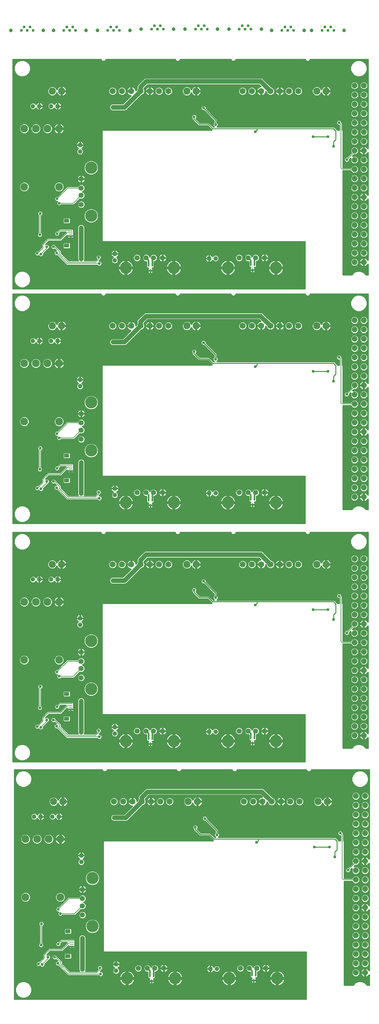
<source format=gbl>
G75*
G70*
%OFA0B0*%
%FSLAX24Y24*%
%IPPOS*%
%LPD*%
G04 *
G04 macro definitions for tiled file 'copperStiched.GBL':*
G04 *
%AMOC8*
5,1,8,0,0,1.08239X$1,22.5*
%
G04 *
G04 aperture list for tiled file 'copperStiched.GBL':*
G04 *
%ADD15C,0.0650*%
%ADD26R,0.0310X0.0310*%
%ADD20OC8,0.0600*%
%ADD28C,0.0591*%
%ADD25C,0.0080*%
%ADD14C,0.0480*%
%ADD13OC8,0.0480*%
%ADD16C,0.0760*%
%ADD27C,0.0100*%
%ADD24C,0.0160*%
%ADD18C,0.1310*%
%ADD21R,0.0394X0.0098*%
%ADD11C,0.0396*%
%ADD19R,0.0157X0.0315*%
%ADD22R,0.0528X0.0394*%
%ADD23C,0.0500*%
%ADD12C,0.0827*%
%ADD10C,0.0310*%
%ADD17C,0.0560*%
G04 *
G04 next data from source file './FFC-Adapteranothercopy/bottom_copper.GBL', *
G04 source file key is 'infile_0003'. *
G04 *
D10*
X011180Y121117D03*
X011495Y121471D03*
X011810Y121117D03*
X012125Y121471D03*
X012440Y121117D03*
D11*
X010058Y121097D03*
X013562Y121097D03*
G04 *
G04 next data from source file './FFC-Adapter5thcopy/bottom_copper.GBL', *
G04 source file key is 'infile_0010'. *
G04 *
D10*
X020630Y121252D03*
X020945Y121606D03*
X021260Y121252D03*
X021575Y121606D03*
X021890Y121252D03*
D11*
X019508Y121232D03*
X023012Y121232D03*
G04 *
G04 next data from source file './BDM/bottom_copper.GBL', *
G04 source file key is 'infile_0008'. *
G04 *
D12*
X002182Y053398D03*
X005932Y053398D03*
X005932Y059648D03*
X004682Y059648D03*
X003432Y059648D03*
X002182Y059648D03*
D13*
X003815Y062065D03*
X005784Y062065D03*
X008190Y057887D03*
X011942Y046183D03*
X022092Y045691D03*
D14*
X022792Y045691D03*
X011942Y045483D03*
X008190Y057187D03*
X005084Y062065D03*
X003115Y062065D03*
D15*
X011709Y063683D03*
X012709Y063683D03*
X013709Y063683D03*
X014709Y063683D03*
X015709Y063683D03*
X016709Y063683D03*
X017709Y063683D03*
X025709Y063683D03*
X026709Y063683D03*
X027709Y063683D03*
X028709Y063683D03*
X029709Y063683D03*
X030709Y063683D03*
X031709Y063683D03*
D16*
X033709Y063683D03*
X034709Y063683D03*
X020709Y063683D03*
X019709Y063683D03*
X006209Y063683D03*
X005209Y063683D03*
D17*
X008321Y054239D03*
X008321Y053259D03*
X008321Y052469D03*
X008321Y051489D03*
X014334Y045753D03*
X015314Y045753D03*
X016104Y045753D03*
X017084Y045753D03*
X025334Y045753D03*
X026314Y045753D03*
X027104Y045753D03*
X028084Y045753D03*
D18*
X029294Y044683D03*
X024124Y044683D03*
X018294Y044683D03*
X013124Y044683D03*
X009391Y050279D03*
X009391Y055449D03*
D19*
X015572Y044939D03*
X015965Y044939D03*
X015769Y044388D03*
X026580Y045018D03*
X026973Y045018D03*
X026776Y044467D03*
D20*
X037769Y045282D03*
X038769Y045282D03*
X038769Y046282D03*
X038769Y047282D03*
X037769Y047282D03*
X037769Y046282D03*
X037769Y048282D03*
X038769Y048282D03*
X038769Y049282D03*
X038769Y050282D03*
X037769Y050282D03*
X037769Y049282D03*
X037769Y051282D03*
X038769Y051282D03*
X038769Y052282D03*
X037769Y052282D03*
X037769Y053282D03*
X038769Y053282D03*
X038769Y054282D03*
X037769Y054282D03*
X037769Y055282D03*
X038769Y055282D03*
X038769Y056282D03*
X037769Y056282D03*
X037769Y057282D03*
X038769Y057282D03*
X038769Y058282D03*
X037769Y058282D03*
X037769Y059282D03*
X038769Y059282D03*
X038769Y060282D03*
X037769Y060282D03*
X037769Y061282D03*
X038769Y061282D03*
X038769Y062282D03*
X038769Y063282D03*
X037769Y063282D03*
X037769Y062282D03*
X037769Y064282D03*
X038769Y064282D03*
D21*
X007166Y048699D03*
X007166Y048502D03*
X007166Y048305D03*
X007166Y048108D03*
D22*
X006753Y047069D03*
X006753Y049738D03*
D23*
X008308Y048994D02*
X008308Y045648D01*
X013662Y060411D02*
X013820Y060411D01*
X013662Y060411D02*
X013426Y060648D01*
X012973Y061947D02*
X011733Y061947D01*
X012973Y061947D02*
X014709Y063683D01*
X014709Y064136D01*
X015316Y064742D01*
X027650Y064742D01*
X028709Y063683D01*
D10*
X025198Y061081D03*
X027087Y059309D03*
X022796Y060097D03*
X021300Y059663D03*
X020473Y060923D03*
X019213Y060963D03*
X021497Y061868D03*
X011733Y061947D03*
X001812Y063010D03*
X005709Y052104D03*
X005946Y051632D03*
X003898Y050530D03*
X002717Y050530D03*
X003859Y048246D03*
X004489Y048167D03*
X005709Y048364D03*
X005316Y046947D03*
X004607Y046947D03*
X004922Y046199D03*
X005670Y046278D03*
X003977Y046160D03*
X003584Y046238D03*
X003780Y046868D03*
X004843Y044427D03*
X008308Y045648D03*
X008584Y044467D03*
X010276Y045136D03*
X010198Y045805D03*
X008308Y048994D03*
X033308Y058797D03*
X034922Y058797D03*
X035513Y057734D03*
X036930Y056317D03*
X036103Y060293D03*
D24*
X000989Y067100D02*
X000989Y042463D01*
X032402Y042463D01*
X032402Y047498D01*
X010552Y047498D01*
X010552Y059506D01*
X022370Y059506D01*
X022291Y059585D01*
X021930Y059946D01*
X020946Y059946D01*
X020834Y060057D01*
X020283Y060608D01*
X020283Y060696D01*
X020223Y060756D01*
X020178Y060865D01*
X020178Y060982D01*
X020223Y061090D01*
X020306Y061173D01*
X020415Y061218D01*
X020532Y061218D01*
X020640Y061173D01*
X020723Y061090D01*
X020768Y060982D01*
X020768Y060865D01*
X020723Y060756D01*
X020698Y060731D01*
X021103Y060326D01*
X021930Y060326D01*
X022087Y060326D01*
X022560Y059853D01*
X022622Y059853D01*
X022546Y059929D01*
X022501Y060038D01*
X022501Y060155D01*
X022546Y060264D01*
X022606Y060324D01*
X022606Y060490D01*
X021523Y061573D01*
X021438Y061573D01*
X021330Y061618D01*
X021247Y061701D01*
X021202Y061809D01*
X021202Y061927D01*
X021247Y062035D01*
X021330Y062118D01*
X021438Y062163D01*
X021556Y062163D01*
X021664Y062118D01*
X021747Y062035D01*
X021792Y061927D01*
X021792Y061842D01*
X022875Y060759D01*
X022986Y060648D01*
X022986Y060324D01*
X023046Y060264D01*
X023091Y060155D01*
X023091Y060038D01*
X023046Y059929D01*
X022970Y059853D01*
X027206Y059853D01*
X035434Y059853D01*
X035591Y059853D01*
X035828Y059617D01*
X035939Y059506D01*
X036120Y059506D01*
X036120Y059998D01*
X036044Y059998D01*
X035936Y060043D01*
X035853Y060126D01*
X035808Y060235D01*
X035808Y060352D01*
X035853Y060460D01*
X035936Y060543D01*
X036044Y060588D01*
X036162Y060588D01*
X036270Y060543D01*
X036353Y060460D01*
X036398Y060352D01*
X036398Y060253D01*
X036480Y060171D01*
X036480Y060022D01*
X036480Y059506D01*
X036536Y059506D01*
X036536Y055462D01*
X037329Y055462D01*
X037329Y055464D01*
X037586Y055722D01*
X037951Y055722D01*
X038209Y055464D01*
X038209Y055099D01*
X037951Y054842D01*
X037586Y054842D01*
X037329Y055099D01*
X037329Y055102D01*
X036536Y055102D01*
X036536Y043955D01*
X037456Y043955D01*
X037458Y043958D01*
X037714Y044214D01*
X038048Y044353D01*
X038410Y044353D01*
X038745Y044214D01*
X039001Y043958D01*
X039002Y043955D01*
X039209Y043955D01*
X039209Y045043D01*
X038967Y044802D01*
X038789Y044802D01*
X038789Y045261D01*
X038748Y045261D01*
X038748Y044802D01*
X038570Y044802D01*
X038289Y045083D01*
X038289Y045261D01*
X038748Y045261D01*
X038748Y045302D01*
X038289Y045302D01*
X038289Y045480D01*
X038570Y045762D01*
X038748Y045762D01*
X038748Y045302D01*
X038789Y045302D01*
X038789Y045762D01*
X038967Y045762D01*
X039209Y045520D01*
X039209Y052043D01*
X038967Y051802D01*
X038789Y051802D01*
X038789Y052261D01*
X038748Y052261D01*
X038748Y051802D01*
X038570Y051802D01*
X038289Y052083D01*
X038289Y052261D01*
X038748Y052261D01*
X038748Y052302D01*
X038289Y052302D01*
X038289Y052480D01*
X038570Y052762D01*
X038748Y052762D01*
X038748Y052302D01*
X038789Y052302D01*
X038789Y052762D01*
X038967Y052762D01*
X039209Y052520D01*
X039209Y057043D01*
X038967Y056802D01*
X038789Y056802D01*
X038789Y057261D01*
X038748Y057261D01*
X038748Y056802D01*
X038570Y056802D01*
X038289Y057083D01*
X038289Y057261D01*
X038748Y057261D01*
X038748Y057302D01*
X038289Y057302D01*
X038289Y057480D01*
X038570Y057762D01*
X038748Y057762D01*
X038748Y057302D01*
X038789Y057302D01*
X038789Y057762D01*
X038967Y057762D01*
X039209Y057520D01*
X039209Y067100D01*
X033005Y067100D01*
X032968Y067010D01*
X032882Y066925D01*
X032770Y066878D01*
X032649Y066878D01*
X032537Y066925D01*
X032451Y067010D01*
X032414Y067100D01*
X025005Y067100D01*
X024968Y067010D01*
X024882Y066925D01*
X024770Y066878D01*
X024649Y066878D01*
X024537Y066925D01*
X024451Y067010D01*
X024414Y067100D01*
X019005Y067100D01*
X018968Y067010D01*
X018882Y066925D01*
X018770Y066878D01*
X018649Y066878D01*
X018537Y066925D01*
X018451Y067010D01*
X018414Y067100D01*
X011005Y067100D01*
X010968Y067010D01*
X010882Y066925D01*
X010770Y066878D01*
X010649Y066878D01*
X010537Y066925D01*
X010451Y067010D01*
X010414Y067100D01*
X000989Y067100D01*
X000989Y067074D02*
X010424Y067074D01*
X010558Y066916D02*
X002426Y066916D01*
X002485Y066892D02*
X002150Y067030D01*
X001788Y067030D01*
X001454Y066892D01*
X001198Y066636D01*
X001059Y066301D01*
X001059Y065939D01*
X001198Y065605D01*
X001454Y065349D01*
X001788Y065210D01*
X002150Y065210D01*
X002485Y065349D01*
X002741Y065605D01*
X002879Y065939D01*
X002879Y066301D01*
X002741Y066636D01*
X002485Y066892D01*
X002619Y066757D02*
X037580Y066757D01*
X037458Y066636D02*
X037319Y066301D01*
X037319Y065939D01*
X037458Y065605D01*
X037714Y065349D01*
X038048Y065210D01*
X038410Y065210D01*
X038745Y065349D01*
X039001Y065605D01*
X039139Y065939D01*
X039139Y066301D01*
X039001Y066636D01*
X038745Y066892D01*
X038410Y067030D01*
X038048Y067030D01*
X037714Y066892D01*
X037458Y066636D01*
X037443Y066599D02*
X002756Y066599D01*
X002822Y066440D02*
X037377Y066440D01*
X037319Y066282D02*
X002879Y066282D01*
X002879Y066123D02*
X037319Y066123D01*
X037319Y065965D02*
X002879Y065965D01*
X002824Y065806D02*
X037374Y065806D01*
X037440Y065648D02*
X002758Y065648D01*
X002625Y065489D02*
X037573Y065489D01*
X037758Y065330D02*
X002441Y065330D01*
X001498Y065330D02*
X000989Y065330D01*
X000989Y065172D02*
X039209Y065172D01*
X039209Y065330D02*
X038700Y065330D01*
X038885Y065489D02*
X039209Y065489D01*
X039209Y065648D02*
X039018Y065648D01*
X039084Y065806D02*
X039209Y065806D01*
X039209Y065965D02*
X039139Y065965D01*
X039139Y066123D02*
X039209Y066123D01*
X039209Y066282D02*
X039139Y066282D01*
X039081Y066440D02*
X039209Y066440D01*
X039209Y066599D02*
X039016Y066599D01*
X038879Y066757D02*
X039209Y066757D01*
X039209Y066916D02*
X038686Y066916D01*
X039209Y067074D02*
X032995Y067074D01*
X032861Y066916D02*
X037773Y066916D01*
X039209Y065013D02*
X027931Y065013D01*
X027981Y064963D02*
X027871Y065073D01*
X027728Y065132D01*
X015393Y065132D01*
X015238Y065132D01*
X015095Y065073D01*
X014489Y064466D01*
X014379Y064357D01*
X014319Y064213D01*
X014319Y063950D01*
X014315Y063946D01*
X014245Y063776D01*
X014245Y063770D01*
X014212Y063737D01*
X014202Y063801D01*
X014177Y063877D01*
X014141Y063948D01*
X014094Y064012D01*
X014038Y064068D01*
X013974Y064115D01*
X013903Y064151D01*
X013828Y064175D01*
X013749Y064188D01*
X013738Y064188D01*
X013738Y063712D01*
X013681Y063712D01*
X013681Y064188D01*
X013670Y064188D01*
X013591Y064175D01*
X013516Y064151D01*
X013445Y064115D01*
X013381Y064068D01*
X013324Y064012D01*
X013278Y063948D01*
X013242Y063877D01*
X013217Y063801D01*
X013205Y063723D01*
X013205Y063711D01*
X013681Y063711D01*
X013681Y063655D01*
X013205Y063655D01*
X013205Y063643D01*
X013217Y063565D01*
X013242Y063489D01*
X013278Y063419D01*
X013324Y063354D01*
X013381Y063298D01*
X013445Y063251D01*
X013516Y063215D01*
X013591Y063191D01*
X013655Y063181D01*
X012812Y062337D01*
X011656Y062337D01*
X011512Y062278D01*
X011402Y062168D01*
X011343Y062024D01*
X011343Y061869D01*
X011402Y061726D01*
X011512Y061616D01*
X011656Y061557D01*
X013051Y061557D01*
X013194Y061616D01*
X013304Y061726D01*
X014796Y063218D01*
X014802Y063218D01*
X014973Y063289D01*
X015104Y063420D01*
X015174Y063591D01*
X015174Y063776D01*
X015104Y063946D01*
X015099Y063950D01*
X015099Y063974D01*
X015477Y064352D01*
X027489Y064352D01*
X027655Y064186D01*
X027591Y064175D01*
X027516Y064151D01*
X027445Y064115D01*
X027381Y064068D01*
X027324Y064012D01*
X027278Y063948D01*
X027242Y063877D01*
X027217Y063801D01*
X027205Y063723D01*
X027205Y063711D01*
X027681Y063711D01*
X027681Y063655D01*
X027205Y063655D01*
X027205Y063643D01*
X027217Y063565D01*
X027242Y063489D01*
X027278Y063419D01*
X027324Y063354D01*
X027381Y063298D01*
X027445Y063251D01*
X027516Y063215D01*
X027591Y063191D01*
X027670Y063178D01*
X027681Y063178D01*
X027681Y063655D01*
X027738Y063655D01*
X027738Y063178D01*
X027749Y063178D01*
X027828Y063191D01*
X027903Y063215D01*
X027974Y063251D01*
X028038Y063298D01*
X028094Y063354D01*
X028141Y063419D01*
X028177Y063489D01*
X028202Y063565D01*
X028212Y063629D01*
X028245Y063596D01*
X028245Y063591D01*
X028315Y063420D01*
X028446Y063289D01*
X028617Y063218D01*
X028802Y063218D01*
X028973Y063289D01*
X029104Y063420D01*
X029174Y063591D01*
X029174Y063776D01*
X029104Y063946D01*
X028973Y064077D01*
X028802Y064148D01*
X028796Y064148D01*
X027981Y064963D01*
X028089Y064855D02*
X039209Y064855D01*
X039209Y064696D02*
X038976Y064696D01*
X038951Y064722D02*
X038586Y064722D01*
X038329Y064464D01*
X038329Y064099D01*
X038586Y063842D01*
X038951Y063842D01*
X039209Y064099D01*
X039209Y064464D01*
X038951Y064722D01*
X039135Y064538D02*
X039209Y064538D01*
X039209Y064379D02*
X039209Y064379D01*
X039209Y064221D02*
X039209Y064221D01*
X039209Y064062D02*
X039171Y064062D01*
X039209Y063904D02*
X039013Y063904D01*
X038951Y063722D02*
X038586Y063722D01*
X038329Y063464D01*
X038329Y063099D01*
X038586Y062842D01*
X038951Y062842D01*
X039209Y063099D01*
X039209Y063464D01*
X038951Y063722D01*
X039086Y063586D02*
X039209Y063586D01*
X039209Y063428D02*
X039209Y063428D01*
X039209Y063269D02*
X039209Y063269D01*
X039209Y063111D02*
X039209Y063111D01*
X039209Y062952D02*
X039061Y062952D01*
X039209Y062794D02*
X014372Y062794D01*
X014530Y062952D02*
X037476Y062952D01*
X037586Y062842D02*
X037951Y062842D01*
X038209Y063099D01*
X038209Y063464D01*
X037951Y063722D01*
X037586Y063722D01*
X037329Y063464D01*
X037329Y063099D01*
X037586Y062842D01*
X037586Y062722D02*
X037329Y062464D01*
X037329Y062099D01*
X037586Y061842D01*
X037951Y061842D01*
X038209Y062099D01*
X038209Y062464D01*
X037951Y062722D01*
X037586Y062722D01*
X037500Y062635D02*
X014213Y062635D01*
X014055Y062477D02*
X037341Y062477D01*
X037329Y062318D02*
X013896Y062318D01*
X013737Y062160D02*
X021430Y062160D01*
X021564Y062160D02*
X037329Y062160D01*
X037427Y062001D02*
X021761Y062001D01*
X021792Y061843D02*
X037585Y061843D01*
X037586Y061722D02*
X037329Y061464D01*
X037329Y061099D01*
X037586Y060842D01*
X037951Y060842D01*
X038209Y061099D01*
X038209Y061464D01*
X037951Y061722D01*
X037586Y061722D01*
X037549Y061684D02*
X021950Y061684D01*
X022108Y061525D02*
X037390Y061525D01*
X037329Y061367D02*
X022267Y061367D01*
X022425Y061208D02*
X037329Y061208D01*
X037378Y061050D02*
X022584Y061050D01*
X022742Y060891D02*
X037537Y060891D01*
X037586Y060722D02*
X037329Y060464D01*
X037329Y060099D01*
X036480Y060099D01*
X036480Y059940D02*
X037488Y059940D01*
X037586Y059842D02*
X037951Y059842D01*
X038209Y060099D01*
X038209Y060464D01*
X037951Y060722D01*
X037586Y060722D01*
X037439Y060574D02*
X036196Y060574D01*
X036010Y060574D02*
X022986Y060574D01*
X022986Y060416D02*
X035835Y060416D01*
X035808Y060257D02*
X023049Y060257D01*
X023091Y060099D02*
X035881Y060099D01*
X036120Y059940D02*
X023051Y059940D01*
X022542Y059940D02*
X022473Y059940D01*
X022501Y060099D02*
X022315Y060099D01*
X022156Y060257D02*
X022543Y060257D01*
X022606Y060416D02*
X021013Y060416D01*
X020855Y060574D02*
X022522Y060574D01*
X022364Y060733D02*
X020700Y060733D01*
X020768Y060891D02*
X022205Y060891D01*
X022047Y061050D02*
X020740Y061050D01*
X020556Y061208D02*
X021888Y061208D01*
X021729Y061367D02*
X000989Y061367D01*
X000989Y061525D02*
X021571Y061525D01*
X021264Y061684D02*
X013262Y061684D01*
X013420Y061843D02*
X021202Y061843D01*
X021233Y062001D02*
X013579Y062001D01*
X012952Y062477D02*
X005966Y062477D01*
X005958Y062485D02*
X005784Y062485D01*
X005784Y062065D01*
X006204Y062065D01*
X006204Y062239D01*
X005958Y062485D01*
X005784Y062477D02*
X005784Y062477D01*
X005784Y062485D02*
X005610Y062485D01*
X005406Y062281D01*
X005299Y062387D01*
X005159Y062445D01*
X005008Y062445D01*
X004869Y062387D01*
X004762Y062280D01*
X004704Y062141D01*
X004704Y061989D01*
X004762Y061850D01*
X004869Y061743D01*
X005008Y061685D01*
X005159Y061685D01*
X005299Y061743D01*
X005406Y061849D01*
X005610Y061645D01*
X005784Y061645D01*
X005958Y061645D01*
X006204Y061891D01*
X006204Y062065D01*
X005784Y062065D01*
X005784Y062065D01*
X005784Y061645D01*
X005784Y062065D01*
X005784Y062065D01*
X005784Y062065D01*
X005784Y062485D01*
X005784Y062318D02*
X005784Y062318D01*
X005784Y062160D02*
X005784Y062160D01*
X005784Y062001D02*
X005784Y062001D01*
X005784Y061843D02*
X005784Y061843D01*
X005784Y061684D02*
X005784Y061684D01*
X005997Y061684D02*
X011444Y061684D01*
X011354Y061843D02*
X006155Y061843D01*
X006204Y062001D02*
X011343Y062001D01*
X011399Y062160D02*
X006204Y062160D01*
X006125Y062318D02*
X011610Y062318D01*
X011617Y063218D02*
X011802Y063218D01*
X011973Y063289D01*
X012104Y063420D01*
X012174Y063591D01*
X012174Y063776D01*
X012104Y063946D01*
X011973Y064077D01*
X011802Y064148D01*
X011617Y064148D01*
X011446Y064077D01*
X011315Y063946D01*
X011245Y063776D01*
X011245Y063591D01*
X011315Y063420D01*
X011446Y063289D01*
X011617Y063218D01*
X011494Y063269D02*
X006588Y063269D01*
X006574Y063256D02*
X006637Y063318D01*
X006688Y063390D01*
X006728Y063468D01*
X006756Y063552D01*
X006769Y063639D01*
X006769Y063648D01*
X006245Y063648D01*
X006245Y063718D01*
X006769Y063718D01*
X006769Y063727D01*
X006756Y063814D01*
X006728Y063898D01*
X006688Y063977D01*
X006637Y064048D01*
X006574Y064110D01*
X006503Y064162D01*
X006424Y064202D01*
X006341Y064229D01*
X006254Y064243D01*
X006244Y064243D01*
X006244Y063718D01*
X006174Y063718D01*
X006174Y064243D01*
X006165Y064243D01*
X006078Y064229D01*
X005994Y064202D01*
X005916Y064162D01*
X005845Y064110D01*
X005782Y064048D01*
X005731Y063977D01*
X005691Y063898D01*
X005687Y063888D01*
X005650Y063978D01*
X005504Y064124D01*
X005313Y064203D01*
X005106Y064203D01*
X004915Y064124D01*
X004769Y063978D01*
X004689Y063787D01*
X004689Y063580D01*
X004769Y063389D01*
X004915Y063242D01*
X005106Y063163D01*
X005313Y063163D01*
X005504Y063242D01*
X005650Y063389D01*
X005687Y063478D01*
X005691Y063468D01*
X005731Y063390D01*
X005782Y063318D01*
X005845Y063256D01*
X005916Y063204D01*
X005994Y063164D01*
X006078Y063137D01*
X006165Y063123D01*
X006174Y063123D01*
X006174Y063648D01*
X006244Y063648D01*
X006244Y063123D01*
X006254Y063123D01*
X006341Y063137D01*
X006424Y063164D01*
X006503Y063204D01*
X006574Y063256D01*
X006708Y063428D02*
X011312Y063428D01*
X011246Y063586D02*
X006761Y063586D01*
X006767Y063745D02*
X011245Y063745D01*
X011298Y063904D02*
X006726Y063904D01*
X006622Y064062D02*
X011431Y064062D01*
X011988Y064062D02*
X012431Y064062D01*
X012446Y064077D02*
X012315Y063946D01*
X012245Y063776D01*
X012245Y063591D01*
X012315Y063420D01*
X012446Y063289D01*
X012617Y063218D01*
X012802Y063218D01*
X012973Y063289D01*
X013104Y063420D01*
X013174Y063591D01*
X013174Y063776D01*
X013104Y063946D01*
X012973Y064077D01*
X012802Y064148D01*
X012617Y064148D01*
X012446Y064077D01*
X012298Y063904D02*
X012121Y063904D01*
X012174Y063745D02*
X012245Y063745D01*
X012246Y063586D02*
X012173Y063586D01*
X012107Y063428D02*
X012312Y063428D01*
X012494Y063269D02*
X011925Y063269D01*
X012925Y063269D02*
X013420Y063269D01*
X013273Y063428D02*
X013107Y063428D01*
X013173Y063586D02*
X013214Y063586D01*
X013208Y063745D02*
X013174Y063745D01*
X013121Y063904D02*
X013255Y063904D01*
X013375Y064062D02*
X012988Y064062D01*
X013681Y064062D02*
X013738Y064062D01*
X013738Y063904D02*
X013681Y063904D01*
X013681Y063745D02*
X013738Y063745D01*
X014044Y064062D02*
X014319Y064062D01*
X014322Y064221D02*
X006367Y064221D01*
X006244Y064221D02*
X006174Y064221D01*
X006052Y064221D02*
X000989Y064221D01*
X000989Y064379D02*
X014401Y064379D01*
X014560Y064538D02*
X000989Y064538D01*
X000989Y064696D02*
X014718Y064696D01*
X014877Y064855D02*
X000989Y064855D01*
X000989Y065013D02*
X015035Y065013D01*
X015346Y064221D02*
X020552Y064221D01*
X020578Y064229D02*
X020494Y064202D01*
X020416Y064162D01*
X020345Y064110D01*
X020282Y064048D01*
X020231Y063977D01*
X020191Y063898D01*
X020187Y063888D01*
X020150Y063978D01*
X020004Y064124D01*
X019813Y064203D01*
X019606Y064203D01*
X019415Y064124D01*
X019269Y063978D01*
X019189Y063787D01*
X019189Y063580D01*
X019269Y063389D01*
X019415Y063242D01*
X019606Y063163D01*
X019813Y063163D01*
X020004Y063242D01*
X020150Y063389D01*
X020187Y063478D01*
X020191Y063468D01*
X020231Y063390D01*
X020282Y063318D01*
X020345Y063256D01*
X020416Y063204D01*
X020494Y063164D01*
X020578Y063137D01*
X020665Y063123D01*
X020674Y063123D01*
X020674Y063648D01*
X020744Y063648D01*
X020744Y063123D01*
X020754Y063123D01*
X020841Y063137D01*
X020924Y063164D01*
X021003Y063204D01*
X021074Y063256D01*
X021137Y063318D01*
X021188Y063390D01*
X021228Y063468D01*
X021256Y063552D01*
X021269Y063639D01*
X021269Y063648D01*
X020745Y063648D01*
X020745Y063718D01*
X021269Y063718D01*
X021269Y063727D01*
X021256Y063814D01*
X021228Y063898D01*
X021188Y063977D01*
X021137Y064048D01*
X021074Y064110D01*
X021003Y064162D01*
X020924Y064202D01*
X020841Y064229D01*
X020754Y064243D01*
X020744Y064243D01*
X020744Y063718D01*
X020674Y063718D01*
X020674Y064243D01*
X020665Y064243D01*
X020578Y064229D01*
X020674Y064221D02*
X020744Y064221D01*
X020867Y064221D02*
X027620Y064221D01*
X027375Y064062D02*
X026988Y064062D01*
X026973Y064077D02*
X026802Y064148D01*
X026617Y064148D01*
X026446Y064077D01*
X026315Y063946D01*
X026245Y063776D01*
X026245Y063591D01*
X026315Y063420D01*
X026446Y063289D01*
X026617Y063218D01*
X026802Y063218D01*
X026973Y063289D01*
X027104Y063420D01*
X027174Y063591D01*
X027174Y063776D01*
X027104Y063946D01*
X026973Y064077D01*
X027121Y063904D02*
X027255Y063904D01*
X027208Y063745D02*
X027174Y063745D01*
X027173Y063586D02*
X027214Y063586D01*
X027273Y063428D02*
X027107Y063428D01*
X026925Y063269D02*
X027420Y063269D01*
X027681Y063269D02*
X027738Y063269D01*
X027738Y063428D02*
X027681Y063428D01*
X027681Y063586D02*
X027738Y063586D01*
X027999Y063269D02*
X028494Y063269D01*
X028312Y063428D02*
X028146Y063428D01*
X028205Y063586D02*
X028246Y063586D01*
X028925Y063269D02*
X029420Y063269D01*
X029445Y063251D02*
X029381Y063298D01*
X029324Y063354D01*
X029278Y063419D01*
X029242Y063489D01*
X029217Y063565D01*
X029205Y063643D01*
X029205Y063655D01*
X029681Y063655D01*
X029681Y063711D01*
X029205Y063711D01*
X029205Y063723D01*
X029217Y063801D01*
X029242Y063877D01*
X029278Y063948D01*
X029324Y064012D01*
X029381Y064068D01*
X029445Y064115D01*
X029516Y064151D01*
X029591Y064175D01*
X029670Y064188D01*
X029681Y064188D01*
X029681Y063712D01*
X029738Y063712D01*
X029738Y064188D01*
X029749Y064188D01*
X029828Y064175D01*
X029903Y064151D01*
X029974Y064115D01*
X030038Y064068D01*
X030094Y064012D01*
X030141Y063948D01*
X030177Y063877D01*
X030202Y063801D01*
X030214Y063723D01*
X030214Y063711D01*
X029738Y063711D01*
X029738Y063655D01*
X030214Y063655D01*
X030214Y063643D01*
X030202Y063565D01*
X030177Y063489D01*
X030141Y063419D01*
X030094Y063354D01*
X030038Y063298D01*
X029974Y063251D01*
X029903Y063215D01*
X029828Y063191D01*
X029749Y063178D01*
X029738Y063178D01*
X029738Y063655D01*
X029681Y063655D01*
X029681Y063178D01*
X029670Y063178D01*
X029591Y063191D01*
X029516Y063215D01*
X029445Y063251D01*
X029681Y063269D02*
X029738Y063269D01*
X029738Y063428D02*
X029681Y063428D01*
X029681Y063586D02*
X029738Y063586D01*
X029738Y063745D02*
X029681Y063745D01*
X029681Y063904D02*
X029738Y063904D01*
X029738Y064062D02*
X029681Y064062D01*
X029375Y064062D02*
X028988Y064062D01*
X029121Y063904D02*
X029255Y063904D01*
X029208Y063745D02*
X029174Y063745D01*
X029173Y063586D02*
X029214Y063586D01*
X029273Y063428D02*
X029107Y063428D01*
X028723Y064221D02*
X034552Y064221D01*
X034578Y064229D02*
X034494Y064202D01*
X034416Y064162D01*
X034345Y064110D01*
X034282Y064048D01*
X034231Y063977D01*
X034191Y063898D01*
X034187Y063888D01*
X034150Y063978D01*
X034004Y064124D01*
X033813Y064203D01*
X033606Y064203D01*
X033415Y064124D01*
X033269Y063978D01*
X033189Y063787D01*
X033189Y063580D01*
X033269Y063389D01*
X033415Y063242D01*
X033606Y063163D01*
X033813Y063163D01*
X034004Y063242D01*
X034150Y063389D01*
X034187Y063478D01*
X034191Y063468D01*
X034231Y063390D01*
X034282Y063318D01*
X034345Y063256D01*
X034416Y063204D01*
X034494Y063164D01*
X034578Y063137D01*
X034665Y063123D01*
X034674Y063123D01*
X034674Y063648D01*
X034744Y063648D01*
X034744Y063123D01*
X034754Y063123D01*
X034841Y063137D01*
X034924Y063164D01*
X035003Y063204D01*
X035074Y063256D01*
X035137Y063318D01*
X035188Y063390D01*
X035228Y063468D01*
X035256Y063552D01*
X035269Y063639D01*
X035269Y063648D01*
X034745Y063648D01*
X034745Y063718D01*
X035269Y063718D01*
X035269Y063727D01*
X035256Y063814D01*
X035228Y063898D01*
X035188Y063977D01*
X035137Y064048D01*
X035074Y064110D01*
X035003Y064162D01*
X034924Y064202D01*
X034841Y064229D01*
X034754Y064243D01*
X034744Y064243D01*
X034744Y063718D01*
X034674Y063718D01*
X034674Y064243D01*
X034665Y064243D01*
X034578Y064229D01*
X034674Y064221D02*
X034744Y064221D01*
X034867Y064221D02*
X037329Y064221D01*
X037329Y064099D02*
X037586Y063842D01*
X037951Y063842D01*
X038209Y064099D01*
X038209Y064464D01*
X037951Y064722D01*
X037586Y064722D01*
X037329Y064464D01*
X037329Y064099D01*
X037366Y064062D02*
X035122Y064062D01*
X035226Y063904D02*
X037524Y063904D01*
X037451Y063586D02*
X035261Y063586D01*
X035267Y063745D02*
X039209Y063745D01*
X038524Y063904D02*
X038013Y063904D01*
X038171Y064062D02*
X038366Y064062D01*
X038329Y064221D02*
X038209Y064221D01*
X038209Y064379D02*
X038329Y064379D01*
X038403Y064538D02*
X038135Y064538D01*
X037976Y064696D02*
X038561Y064696D01*
X037561Y064696D02*
X028248Y064696D01*
X028406Y064538D02*
X037403Y064538D01*
X037329Y064379D02*
X028565Y064379D01*
X030044Y064062D02*
X030431Y064062D01*
X030446Y064077D02*
X030315Y063946D01*
X030245Y063776D01*
X030245Y063591D01*
X030315Y063420D01*
X030446Y063289D01*
X030617Y063218D01*
X030802Y063218D01*
X030973Y063289D01*
X031104Y063420D01*
X031174Y063591D01*
X031174Y063776D01*
X031104Y063946D01*
X030973Y064077D01*
X030802Y064148D01*
X030617Y064148D01*
X030446Y064077D01*
X030298Y063904D02*
X030164Y063904D01*
X030211Y063745D02*
X030245Y063745D01*
X030246Y063586D02*
X030205Y063586D01*
X030146Y063428D02*
X030312Y063428D01*
X030494Y063269D02*
X029999Y063269D01*
X030925Y063269D02*
X031494Y063269D01*
X031446Y063289D02*
X031617Y063218D01*
X031802Y063218D01*
X031973Y063289D01*
X032104Y063420D01*
X032174Y063591D01*
X032174Y063776D01*
X032104Y063946D01*
X031973Y064077D01*
X031802Y064148D01*
X031617Y064148D01*
X031446Y064077D01*
X031315Y063946D01*
X031245Y063776D01*
X031245Y063591D01*
X031315Y063420D01*
X031446Y063289D01*
X031312Y063428D02*
X031107Y063428D01*
X031173Y063586D02*
X031246Y063586D01*
X031245Y063745D02*
X031174Y063745D01*
X031121Y063904D02*
X031298Y063904D01*
X031431Y064062D02*
X030988Y064062D01*
X031988Y064062D02*
X033353Y064062D01*
X033238Y063904D02*
X032121Y063904D01*
X032174Y063745D02*
X033189Y063745D01*
X033189Y063586D02*
X032173Y063586D01*
X032107Y063428D02*
X033252Y063428D01*
X033388Y063269D02*
X031925Y063269D01*
X034031Y063269D02*
X034331Y063269D01*
X034211Y063428D02*
X034167Y063428D01*
X034181Y063904D02*
X034193Y063904D01*
X034296Y064062D02*
X034066Y064062D01*
X034674Y064062D02*
X034744Y064062D01*
X034744Y063904D02*
X034674Y063904D01*
X034674Y063745D02*
X034744Y063745D01*
X034744Y063586D02*
X034674Y063586D01*
X034674Y063428D02*
X034744Y063428D01*
X034744Y063269D02*
X034674Y063269D01*
X035088Y063269D02*
X037329Y063269D01*
X037329Y063111D02*
X014689Y063111D01*
X014925Y063269D02*
X015420Y063269D01*
X015445Y063251D02*
X015516Y063215D01*
X015591Y063191D01*
X015670Y063178D01*
X015681Y063178D01*
X015681Y063655D01*
X015205Y063655D01*
X015205Y063643D01*
X015217Y063565D01*
X015242Y063489D01*
X015278Y063419D01*
X015324Y063354D01*
X015381Y063298D01*
X015445Y063251D01*
X015681Y063269D02*
X015738Y063269D01*
X015738Y063178D02*
X015749Y063178D01*
X015828Y063191D01*
X015903Y063215D01*
X015974Y063251D01*
X016038Y063298D01*
X016094Y063354D01*
X016141Y063419D01*
X016177Y063489D01*
X016202Y063565D01*
X016214Y063643D01*
X016214Y063655D01*
X015738Y063655D01*
X015738Y063711D01*
X016214Y063711D01*
X016214Y063723D01*
X016202Y063801D01*
X016177Y063877D01*
X016141Y063948D01*
X016094Y064012D01*
X016038Y064068D01*
X015974Y064115D01*
X015903Y064151D01*
X015828Y064175D01*
X015749Y064188D01*
X015738Y064188D01*
X015738Y063712D01*
X015681Y063712D01*
X015681Y064188D01*
X015670Y064188D01*
X015591Y064175D01*
X015516Y064151D01*
X015445Y064115D01*
X015381Y064068D01*
X015324Y064012D01*
X015278Y063948D01*
X015242Y063877D01*
X015217Y063801D01*
X015205Y063723D01*
X015205Y063711D01*
X015681Y063711D01*
X015681Y063655D01*
X015738Y063655D01*
X015738Y063178D01*
X015738Y063428D02*
X015681Y063428D01*
X015681Y063586D02*
X015738Y063586D01*
X015738Y063745D02*
X015681Y063745D01*
X015681Y063904D02*
X015738Y063904D01*
X015738Y064062D02*
X015681Y064062D01*
X015375Y064062D02*
X015187Y064062D01*
X015121Y063904D02*
X015255Y063904D01*
X015208Y063745D02*
X015174Y063745D01*
X015173Y063586D02*
X015214Y063586D01*
X015273Y063428D02*
X015107Y063428D01*
X015999Y063269D02*
X016494Y063269D01*
X016446Y063289D02*
X016617Y063218D01*
X016802Y063218D01*
X016973Y063289D01*
X017104Y063420D01*
X017174Y063591D01*
X017174Y063776D01*
X017104Y063946D01*
X016973Y064077D01*
X016802Y064148D01*
X016617Y064148D01*
X016446Y064077D01*
X016315Y063946D01*
X016245Y063776D01*
X016245Y063591D01*
X016315Y063420D01*
X016446Y063289D01*
X016312Y063428D02*
X016146Y063428D01*
X016205Y063586D02*
X016246Y063586D01*
X016245Y063745D02*
X016211Y063745D01*
X016164Y063904D02*
X016298Y063904D01*
X016431Y064062D02*
X016044Y064062D01*
X016988Y064062D02*
X017431Y064062D01*
X017446Y064077D02*
X017315Y063946D01*
X017245Y063776D01*
X017245Y063591D01*
X017315Y063420D01*
X017446Y063289D01*
X017617Y063218D01*
X017802Y063218D01*
X017973Y063289D01*
X018104Y063420D01*
X018174Y063591D01*
X018174Y063776D01*
X018104Y063946D01*
X017973Y064077D01*
X017802Y064148D01*
X017617Y064148D01*
X017446Y064077D01*
X017298Y063904D02*
X017121Y063904D01*
X017174Y063745D02*
X017245Y063745D01*
X017246Y063586D02*
X017173Y063586D01*
X017107Y063428D02*
X017312Y063428D01*
X017494Y063269D02*
X016925Y063269D01*
X017925Y063269D02*
X019388Y063269D01*
X019252Y063428D02*
X018107Y063428D01*
X018173Y063586D02*
X019189Y063586D01*
X019189Y063745D02*
X018174Y063745D01*
X018121Y063904D02*
X019238Y063904D01*
X019353Y064062D02*
X017988Y064062D01*
X020066Y064062D02*
X020296Y064062D01*
X020193Y063904D02*
X020181Y063904D01*
X020167Y063428D02*
X020211Y063428D01*
X020331Y063269D02*
X020031Y063269D01*
X020674Y063269D02*
X020744Y063269D01*
X020744Y063428D02*
X020674Y063428D01*
X020674Y063586D02*
X020744Y063586D01*
X020744Y063745D02*
X020674Y063745D01*
X020674Y063904D02*
X020744Y063904D01*
X020744Y064062D02*
X020674Y064062D01*
X021122Y064062D02*
X025431Y064062D01*
X025446Y064077D02*
X025315Y063946D01*
X025245Y063776D01*
X025245Y063591D01*
X025315Y063420D01*
X025446Y063289D01*
X025617Y063218D01*
X025802Y063218D01*
X025973Y063289D01*
X026104Y063420D01*
X026174Y063591D01*
X026174Y063776D01*
X026104Y063946D01*
X025973Y064077D01*
X025802Y064148D01*
X025617Y064148D01*
X025446Y064077D01*
X025298Y063904D02*
X021226Y063904D01*
X021267Y063745D02*
X025245Y063745D01*
X025246Y063586D02*
X021261Y063586D01*
X021208Y063428D02*
X025312Y063428D01*
X025494Y063269D02*
X021088Y063269D01*
X020391Y061208D02*
X000989Y061208D01*
X000989Y061050D02*
X020206Y061050D01*
X020178Y060891D02*
X000989Y060891D01*
X000989Y060733D02*
X020247Y060733D01*
X020317Y060574D02*
X000989Y060574D01*
X000989Y060416D02*
X020476Y060416D01*
X020635Y060257D02*
X000989Y060257D01*
X000989Y060099D02*
X001850Y060099D01*
X001868Y060117D02*
X001713Y059961D01*
X001629Y059758D01*
X001629Y059538D01*
X001713Y059334D01*
X001868Y059179D01*
X002072Y059094D01*
X002292Y059094D01*
X002495Y059179D01*
X002651Y059334D01*
X002735Y059538D01*
X002735Y059758D01*
X002651Y059961D01*
X002495Y060117D01*
X002292Y060201D01*
X002072Y060201D01*
X001868Y060117D01*
X001704Y059940D02*
X000989Y059940D01*
X000989Y059781D02*
X001638Y059781D01*
X001629Y059623D02*
X000989Y059623D01*
X000989Y059464D02*
X001659Y059464D01*
X001741Y059306D02*
X000989Y059306D01*
X000989Y059147D02*
X001944Y059147D01*
X002420Y059147D02*
X003194Y059147D01*
X003118Y059179D02*
X003322Y059094D01*
X003542Y059094D01*
X003745Y059179D01*
X003901Y059334D01*
X003985Y059538D01*
X003985Y059758D01*
X003901Y059961D01*
X003745Y060117D01*
X003542Y060201D01*
X003322Y060201D01*
X003118Y060117D01*
X002963Y059961D01*
X002879Y059758D01*
X002879Y059538D01*
X002963Y059334D01*
X003118Y059179D01*
X002991Y059306D02*
X002623Y059306D01*
X002705Y059464D02*
X002909Y059464D01*
X002879Y059623D02*
X002735Y059623D01*
X002726Y059781D02*
X002888Y059781D01*
X002954Y059940D02*
X002660Y059940D01*
X002514Y060099D02*
X003100Y060099D01*
X003764Y060099D02*
X004350Y060099D01*
X004368Y060117D02*
X004213Y059961D01*
X004129Y059758D01*
X004129Y059538D01*
X004213Y059334D01*
X004368Y059179D01*
X004572Y059094D01*
X004792Y059094D01*
X004995Y059179D01*
X005151Y059334D01*
X005235Y059538D01*
X005235Y059758D01*
X005151Y059961D01*
X004995Y060117D01*
X004792Y060201D01*
X004572Y060201D01*
X004368Y060117D01*
X004204Y059940D02*
X003910Y059940D01*
X003976Y059781D02*
X004138Y059781D01*
X004129Y059623D02*
X003985Y059623D01*
X003955Y059464D02*
X004159Y059464D01*
X004241Y059306D02*
X003873Y059306D01*
X003670Y059147D02*
X004444Y059147D01*
X004920Y059147D02*
X005611Y059147D01*
X005621Y059140D02*
X005704Y059098D01*
X005793Y059069D01*
X005874Y059056D01*
X005874Y059590D01*
X005340Y059590D01*
X005353Y059509D01*
X005382Y059420D01*
X005424Y059337D01*
X005479Y059261D01*
X005545Y059195D01*
X005621Y059140D01*
X005447Y059306D02*
X005123Y059306D01*
X005205Y059464D02*
X005368Y059464D01*
X005235Y059623D02*
X005874Y059623D01*
X005874Y059590D02*
X005874Y059706D01*
X005874Y060239D01*
X005793Y060226D01*
X005704Y060198D01*
X005621Y060155D01*
X005545Y060100D01*
X005479Y060034D01*
X005424Y059959D01*
X005382Y059875D01*
X005353Y059787D01*
X005340Y059706D01*
X005874Y059706D01*
X005990Y059706D01*
X005990Y060239D01*
X006071Y060226D01*
X006160Y060198D01*
X006243Y060155D01*
X006318Y060100D01*
X006385Y060034D01*
X006439Y059959D01*
X006482Y059875D01*
X006511Y059787D01*
X006524Y059706D01*
X005990Y059706D01*
X005990Y059590D01*
X006524Y059590D01*
X006511Y059509D01*
X006482Y059420D01*
X006439Y059337D01*
X006385Y059261D01*
X006318Y059195D01*
X006243Y059140D01*
X006160Y059098D01*
X006071Y059069D01*
X005990Y059056D01*
X005990Y059590D01*
X005874Y059590D01*
X005990Y059623D02*
X022253Y059623D01*
X022094Y059781D02*
X006511Y059781D01*
X006449Y059940D02*
X021936Y059940D01*
X020793Y060099D02*
X006320Y060099D01*
X005990Y060099D02*
X005874Y060099D01*
X005874Y059940D02*
X005990Y059940D01*
X005990Y059781D02*
X005874Y059781D01*
X005874Y059464D02*
X005990Y059464D01*
X005990Y059306D02*
X005874Y059306D01*
X005874Y059147D02*
X005990Y059147D01*
X006253Y059147D02*
X010552Y059147D01*
X010552Y058989D02*
X000989Y058989D01*
X000989Y058830D02*
X010552Y058830D01*
X010552Y058672D02*
X000989Y058672D01*
X000989Y058513D02*
X010552Y058513D01*
X010552Y058355D02*
X000989Y058355D01*
X000989Y058196D02*
X007904Y058196D01*
X008016Y058307D02*
X007770Y058061D01*
X007770Y057888D01*
X008189Y057888D01*
X008189Y057887D01*
X007770Y057887D01*
X007770Y057714D01*
X007974Y057509D01*
X007868Y057403D01*
X000989Y057403D01*
X000989Y057245D02*
X007810Y057245D01*
X007810Y057263D02*
X007810Y057112D01*
X007868Y056972D01*
X007975Y056865D01*
X008114Y056807D01*
X008265Y056807D01*
X008405Y056865D01*
X008512Y056972D01*
X008570Y057112D01*
X008570Y057263D01*
X008512Y057403D01*
X008405Y057509D01*
X008610Y057714D01*
X008610Y057887D01*
X008190Y057887D01*
X008190Y057888D01*
X008190Y057888D01*
X008190Y058307D01*
X008364Y058307D01*
X008610Y058061D01*
X008610Y057888D01*
X008190Y057888D01*
X008190Y058307D01*
X008016Y058307D01*
X008190Y058196D02*
X008190Y058196D01*
X008190Y058037D02*
X008190Y058037D01*
X008475Y058196D02*
X010552Y058196D01*
X010552Y058037D02*
X008610Y058037D01*
X008610Y057879D02*
X010552Y057879D01*
X010552Y057720D02*
X008610Y057720D01*
X008458Y057562D02*
X010552Y057562D01*
X010552Y057403D02*
X008511Y057403D01*
X008570Y057245D02*
X010552Y057245D01*
X010552Y057086D02*
X008559Y057086D01*
X008467Y056928D02*
X010552Y056928D01*
X010552Y056769D02*
X000989Y056769D01*
X000989Y056611D02*
X010552Y056611D01*
X010552Y056452D02*
X000989Y056452D01*
X000989Y056294D02*
X010552Y056294D01*
X010552Y056135D02*
X009813Y056135D01*
X009841Y056123D02*
X009549Y056244D01*
X009232Y056244D01*
X008940Y056123D01*
X008717Y055900D01*
X008596Y055607D01*
X008596Y055291D01*
X008717Y054999D01*
X008940Y054775D01*
X009232Y054654D01*
X009549Y054654D01*
X009841Y054775D01*
X010065Y054999D01*
X010186Y055291D01*
X010186Y055607D01*
X010065Y055900D01*
X009841Y056123D01*
X009988Y055976D02*
X010552Y055976D01*
X010552Y055818D02*
X010098Y055818D01*
X010164Y055659D02*
X010552Y055659D01*
X010552Y055501D02*
X010186Y055501D01*
X010186Y055342D02*
X010552Y055342D01*
X010552Y055184D02*
X010141Y055184D01*
X010075Y055025D02*
X010552Y055025D01*
X010552Y054867D02*
X009932Y054867D01*
X009679Y054708D02*
X010552Y054708D01*
X010552Y054550D02*
X008661Y054550D01*
X008671Y054539D02*
X008620Y054590D01*
X008562Y054633D01*
X008497Y054666D01*
X008428Y054688D01*
X008357Y054699D01*
X008331Y054699D01*
X008331Y054249D01*
X008781Y054249D01*
X008781Y054275D01*
X008769Y054347D01*
X008747Y054416D01*
X008714Y054480D01*
X008671Y054539D01*
X008755Y054391D02*
X010552Y054391D01*
X010552Y054232D02*
X008331Y054232D01*
X008331Y054229D02*
X008331Y054249D01*
X008311Y054249D01*
X008311Y054699D01*
X008284Y054699D01*
X008213Y054688D01*
X008144Y054666D01*
X008079Y054633D01*
X008021Y054590D01*
X007970Y054539D01*
X007927Y054480D01*
X007894Y054416D01*
X007872Y054347D01*
X007861Y054275D01*
X007861Y054249D01*
X008310Y054249D01*
X008310Y054229D01*
X007861Y054229D01*
X007861Y054203D01*
X007872Y054131D01*
X007894Y054063D01*
X007927Y053998D01*
X007970Y053940D01*
X008021Y053888D01*
X008079Y053846D01*
X008144Y053813D01*
X008213Y053791D01*
X008284Y053779D01*
X008311Y053779D01*
X008311Y054229D01*
X008331Y054229D01*
X008781Y054229D01*
X008781Y054203D01*
X008769Y054131D01*
X008747Y054063D01*
X008714Y053998D01*
X008671Y053940D01*
X008620Y053888D01*
X008562Y053846D01*
X008497Y053813D01*
X008428Y053791D01*
X008357Y053779D01*
X008331Y053779D01*
X008331Y054229D01*
X008310Y054232D02*
X000989Y054232D01*
X000989Y054074D02*
X007891Y054074D01*
X007994Y053915D02*
X006128Y053915D01*
X006042Y053951D02*
X005822Y053951D01*
X005618Y053867D01*
X005463Y053711D01*
X005379Y053508D01*
X005379Y053288D01*
X005463Y053084D01*
X005618Y052929D01*
X005822Y052844D01*
X006042Y052844D01*
X006245Y052929D01*
X006401Y053084D01*
X006485Y053288D01*
X006485Y053508D01*
X006401Y053711D01*
X006245Y053867D01*
X006042Y053951D01*
X005736Y053915D02*
X002378Y053915D01*
X002292Y053951D02*
X002072Y053951D01*
X001868Y053867D01*
X001713Y053711D01*
X001629Y053508D01*
X001629Y053288D01*
X001713Y053084D01*
X001868Y052929D01*
X002072Y052844D01*
X002292Y052844D01*
X002495Y052929D01*
X002651Y053084D01*
X002735Y053288D01*
X002735Y053508D01*
X002651Y053711D01*
X002495Y053867D01*
X002292Y053951D01*
X001986Y053915D02*
X000989Y053915D01*
X000989Y053757D02*
X001758Y053757D01*
X001666Y053598D02*
X000989Y053598D01*
X000989Y053440D02*
X001629Y053440D01*
X001631Y053281D02*
X000989Y053281D01*
X000989Y053123D02*
X001697Y053123D01*
X001833Y052964D02*
X000989Y052964D01*
X000989Y052806D02*
X006156Y052806D01*
X006281Y052964D02*
X006315Y052964D01*
X006417Y053123D02*
X006473Y053123D01*
X006483Y053281D02*
X006632Y053281D01*
X006684Y053334D02*
X005750Y052399D01*
X005651Y052399D01*
X005542Y052354D01*
X005459Y052271D01*
X005414Y052163D01*
X005414Y052046D01*
X005459Y051937D01*
X005542Y051854D01*
X005651Y051809D01*
X005706Y051809D01*
X005696Y051799D01*
X005651Y051691D01*
X005651Y051573D01*
X005696Y051465D01*
X005779Y051382D01*
X005887Y051337D01*
X006004Y051337D01*
X006113Y051382D01*
X006183Y051452D01*
X007409Y051452D01*
X007558Y051452D01*
X008179Y052073D01*
X008237Y052049D01*
X008404Y052049D01*
X008558Y052113D01*
X008677Y052231D01*
X008741Y052386D01*
X008741Y052553D01*
X008677Y052707D01*
X008558Y052825D01*
X008464Y052864D01*
X008558Y052903D01*
X008677Y053021D01*
X008741Y053176D01*
X008741Y053343D01*
X008677Y053497D01*
X008558Y053615D01*
X008404Y053679D01*
X008237Y053679D01*
X008083Y053615D01*
X007965Y053497D01*
X007941Y053439D01*
X006790Y053439D01*
X006684Y053334D01*
X006684Y053334D01*
X006485Y053440D02*
X007941Y053440D01*
X008066Y053598D02*
X006448Y053598D01*
X006355Y053757D02*
X010552Y053757D01*
X010552Y053915D02*
X008647Y053915D01*
X008750Y054074D02*
X010552Y054074D01*
X010552Y053598D02*
X008575Y053598D01*
X008700Y053440D02*
X010552Y053440D01*
X010552Y053281D02*
X008741Y053281D01*
X008719Y053123D02*
X010552Y053123D01*
X010552Y052964D02*
X008619Y052964D01*
X008578Y052806D02*
X010552Y052806D01*
X010552Y052647D02*
X008702Y052647D01*
X008741Y052488D02*
X010552Y052488D01*
X010552Y052330D02*
X008717Y052330D01*
X008617Y052171D02*
X010552Y052171D01*
X010552Y052013D02*
X008119Y052013D01*
X008237Y051909D02*
X008083Y051845D01*
X007965Y051727D01*
X007901Y051573D01*
X007901Y051406D01*
X007965Y051251D01*
X008083Y051133D01*
X008237Y051069D01*
X008404Y051069D01*
X008558Y051133D01*
X008677Y051251D01*
X008741Y051406D01*
X008741Y051573D01*
X008677Y051727D01*
X008558Y051845D01*
X008404Y051909D01*
X008237Y051909D01*
X008104Y051854D02*
X007960Y051854D01*
X007952Y051696D02*
X007802Y051696D01*
X007901Y051537D02*
X007643Y051537D01*
X007912Y051379D02*
X006105Y051379D01*
X005786Y051379D02*
X000989Y051379D01*
X000989Y051537D02*
X005666Y051537D01*
X005653Y051696D02*
X000989Y051696D01*
X000989Y051854D02*
X005542Y051854D01*
X005428Y052013D02*
X000989Y052013D01*
X000989Y052171D02*
X005418Y052171D01*
X005518Y052330D02*
X000989Y052330D01*
X000989Y052488D02*
X005839Y052488D01*
X005998Y052647D02*
X000989Y052647D01*
X002531Y052964D02*
X005583Y052964D01*
X005447Y053123D02*
X002667Y053123D01*
X002733Y053281D02*
X005381Y053281D01*
X005379Y053440D02*
X002735Y053440D01*
X002698Y053598D02*
X005416Y053598D01*
X005508Y053757D02*
X002605Y053757D01*
X000989Y054391D02*
X007886Y054391D01*
X007980Y054550D02*
X000989Y054550D01*
X000989Y054708D02*
X009102Y054708D01*
X008849Y054867D02*
X000989Y054867D01*
X000989Y055025D02*
X008706Y055025D01*
X008640Y055184D02*
X000989Y055184D01*
X000989Y055342D02*
X008596Y055342D01*
X008596Y055501D02*
X000989Y055501D01*
X000989Y055659D02*
X008617Y055659D01*
X008683Y055818D02*
X000989Y055818D01*
X000989Y055976D02*
X008793Y055976D01*
X008969Y056135D02*
X000989Y056135D01*
X000989Y056928D02*
X007912Y056928D01*
X007820Y057086D02*
X000989Y057086D01*
X000989Y057562D02*
X007921Y057562D01*
X007868Y057403D02*
X007810Y057263D01*
X007770Y057720D02*
X000989Y057720D01*
X000989Y057879D02*
X007770Y057879D01*
X007770Y058037D02*
X000989Y058037D01*
X005014Y060099D02*
X005544Y060099D01*
X005415Y059940D02*
X005160Y059940D01*
X005226Y059781D02*
X005352Y059781D01*
X006417Y059306D02*
X010552Y059306D01*
X010552Y059464D02*
X006496Y059464D01*
X005571Y061684D02*
X004028Y061684D01*
X003989Y061645D02*
X004235Y061891D01*
X004235Y062065D01*
X004235Y062239D01*
X003989Y062485D01*
X003816Y062485D01*
X003816Y062065D01*
X004235Y062065D01*
X003816Y062065D01*
X003816Y062065D01*
X003816Y061645D01*
X003989Y061645D01*
X003815Y061645D02*
X003815Y062065D01*
X003816Y062065D01*
X003815Y062065D01*
X003815Y062485D01*
X003641Y062485D01*
X003437Y062281D01*
X003331Y062387D01*
X003191Y062445D01*
X003040Y062445D01*
X002900Y062387D01*
X002793Y062280D01*
X002735Y062141D01*
X002735Y061989D01*
X002793Y061850D01*
X002900Y061743D01*
X003040Y061685D01*
X003191Y061685D01*
X003331Y061743D01*
X003437Y061849D01*
X003641Y061645D01*
X003815Y061645D01*
X003815Y061684D02*
X003816Y061684D01*
X003815Y061843D02*
X003816Y061843D01*
X003815Y062001D02*
X003816Y062001D01*
X003815Y062160D02*
X003816Y062160D01*
X003815Y062318D02*
X003816Y062318D01*
X003815Y062477D02*
X003816Y062477D01*
X003998Y062477D02*
X005602Y062477D01*
X005443Y062318D02*
X005368Y062318D01*
X005399Y061843D02*
X005412Y061843D01*
X004769Y061843D02*
X004187Y061843D01*
X004235Y062001D02*
X004704Y062001D01*
X004712Y062160D02*
X004235Y062160D01*
X004156Y062318D02*
X004800Y062318D01*
X004888Y063269D02*
X000989Y063269D01*
X000989Y063111D02*
X013586Y063111D01*
X013427Y062952D02*
X000989Y062952D01*
X000989Y062794D02*
X013269Y062794D01*
X013110Y062635D02*
X000989Y062635D01*
X000989Y062477D02*
X003633Y062477D01*
X003475Y062318D02*
X003400Y062318D01*
X003430Y061843D02*
X003444Y061843D01*
X003602Y061684D02*
X000989Y061684D01*
X000989Y061843D02*
X002800Y061843D01*
X002735Y062001D02*
X000989Y062001D01*
X000989Y062160D02*
X002743Y062160D01*
X002831Y062318D02*
X000989Y062318D01*
X000989Y063428D02*
X004752Y063428D01*
X004689Y063586D02*
X000989Y063586D01*
X000989Y063745D02*
X004689Y063745D01*
X004738Y063904D02*
X000989Y063904D01*
X000989Y064062D02*
X004853Y064062D01*
X005566Y064062D02*
X005796Y064062D01*
X005693Y063904D02*
X005681Y063904D01*
X005667Y063428D02*
X005711Y063428D01*
X005831Y063269D02*
X005531Y063269D01*
X006174Y063269D02*
X006244Y063269D01*
X006244Y063428D02*
X006174Y063428D01*
X006174Y063586D02*
X006244Y063586D01*
X006244Y063745D02*
X006174Y063745D01*
X006174Y063904D02*
X006244Y063904D01*
X006244Y064062D02*
X006174Y064062D01*
X010861Y066916D02*
X018558Y066916D01*
X018424Y067074D02*
X010995Y067074D01*
X014164Y063904D02*
X014298Y063904D01*
X014220Y063745D02*
X014211Y063745D01*
X018861Y066916D02*
X024558Y066916D01*
X024424Y067074D02*
X018995Y067074D01*
X024861Y066916D02*
X032558Y066916D01*
X032424Y067074D02*
X024995Y067074D01*
X025988Y064062D02*
X026431Y064062D01*
X026298Y063904D02*
X026121Y063904D01*
X026174Y063745D02*
X026245Y063745D01*
X026246Y063586D02*
X026173Y063586D01*
X026107Y063428D02*
X026312Y063428D01*
X026494Y063269D02*
X025925Y063269D01*
X022901Y060733D02*
X039209Y060733D01*
X039209Y060891D02*
X039000Y060891D01*
X038951Y060842D02*
X038586Y060842D01*
X038329Y061099D01*
X038329Y061464D01*
X038586Y061722D01*
X038951Y061722D01*
X039209Y061464D01*
X039209Y061099D01*
X038951Y060842D01*
X038951Y060722D02*
X038586Y060722D01*
X038329Y060464D01*
X038329Y060099D01*
X038208Y060099D01*
X038329Y060099D02*
X038586Y059842D01*
X038951Y059842D01*
X039209Y060099D01*
X039208Y060099D01*
X039209Y060099D02*
X039209Y060464D01*
X038951Y060722D01*
X039098Y060574D02*
X039209Y060574D01*
X039209Y060416D02*
X039209Y060416D01*
X039209Y060257D02*
X039209Y060257D01*
X039209Y059940D02*
X039049Y059940D01*
X039209Y059781D02*
X036480Y059781D01*
X036480Y059623D02*
X037488Y059623D01*
X037586Y059722D02*
X037329Y059464D01*
X036536Y059464D01*
X036536Y059306D02*
X037329Y059306D01*
X037329Y059464D02*
X037329Y059099D01*
X037586Y058842D01*
X037951Y058842D01*
X038209Y059099D01*
X038209Y059464D01*
X037951Y059722D01*
X037586Y059722D01*
X037586Y059842D02*
X037329Y060099D01*
X037329Y060257D02*
X036398Y060257D01*
X036372Y060416D02*
X037329Y060416D01*
X038098Y060574D02*
X038439Y060574D01*
X038329Y060416D02*
X038209Y060416D01*
X038209Y060257D02*
X038329Y060257D01*
X038488Y059940D02*
X038049Y059940D01*
X038049Y059623D02*
X038488Y059623D01*
X038586Y059722D02*
X038329Y059464D01*
X038208Y059464D01*
X038329Y059464D02*
X038329Y059099D01*
X038586Y058842D01*
X038951Y058842D01*
X039209Y059099D01*
X039209Y059464D01*
X039208Y059464D01*
X039209Y059464D02*
X038951Y059722D01*
X038586Y059722D01*
X039049Y059623D02*
X039209Y059623D01*
X039209Y059306D02*
X039209Y059306D01*
X039209Y059147D02*
X039209Y059147D01*
X039209Y058989D02*
X039098Y058989D01*
X039209Y058830D02*
X036536Y058830D01*
X036536Y058672D02*
X037536Y058672D01*
X037586Y058722D02*
X037329Y058464D01*
X037329Y058099D01*
X037586Y057842D01*
X037951Y057842D01*
X038209Y058099D01*
X038209Y058464D01*
X037951Y058722D01*
X037586Y058722D01*
X037378Y058513D02*
X036536Y058513D01*
X036536Y058355D02*
X037329Y058355D01*
X037329Y058196D02*
X036536Y058196D01*
X036536Y058037D02*
X037390Y058037D01*
X037549Y057879D02*
X036536Y057879D01*
X036536Y057720D02*
X037585Y057720D01*
X037586Y057722D02*
X037329Y057464D01*
X037329Y057099D01*
X037393Y057035D01*
X036970Y056612D01*
X036871Y056612D01*
X036763Y056567D01*
X036680Y056484D01*
X036635Y056376D01*
X036635Y056258D01*
X036680Y056150D01*
X036763Y056067D01*
X036871Y056022D01*
X036989Y056022D01*
X037097Y056067D01*
X037180Y056150D01*
X037225Y056258D01*
X037225Y056357D01*
X037329Y056461D01*
X037329Y056099D01*
X037586Y055842D01*
X037951Y055842D01*
X038209Y056099D01*
X038209Y056464D01*
X037951Y056722D01*
X037589Y056722D01*
X037709Y056842D01*
X037951Y056842D01*
X038209Y057099D01*
X038209Y057464D01*
X037951Y057722D01*
X037586Y057722D01*
X037427Y057562D02*
X036536Y057562D01*
X036536Y057403D02*
X037329Y057403D01*
X037329Y057245D02*
X036536Y057245D01*
X036536Y057086D02*
X037342Y057086D01*
X037286Y056928D02*
X036536Y056928D01*
X036536Y056769D02*
X037128Y056769D01*
X036868Y056611D02*
X036536Y056611D01*
X036536Y056452D02*
X036667Y056452D01*
X036635Y056294D02*
X036536Y056294D01*
X036536Y056135D02*
X036695Y056135D01*
X036536Y055976D02*
X037451Y055976D01*
X037329Y056135D02*
X037165Y056135D01*
X037225Y056294D02*
X037329Y056294D01*
X037319Y056452D02*
X037329Y056452D01*
X037637Y056769D02*
X039209Y056769D01*
X039209Y056611D02*
X039062Y056611D01*
X038951Y056722D02*
X039209Y056464D01*
X039209Y056099D01*
X038951Y055842D01*
X038586Y055842D01*
X038329Y056099D01*
X038329Y056464D01*
X038586Y056722D01*
X038951Y056722D01*
X039093Y056928D02*
X039209Y056928D01*
X038789Y056928D02*
X038748Y056928D01*
X038748Y057086D02*
X038789Y057086D01*
X038789Y057245D02*
X038748Y057245D01*
X038748Y057403D02*
X038789Y057403D01*
X038789Y057562D02*
X038748Y057562D01*
X038748Y057720D02*
X038789Y057720D01*
X038951Y057842D02*
X038586Y057842D01*
X038329Y058099D01*
X038329Y058464D01*
X038586Y058722D01*
X038951Y058722D01*
X039209Y058464D01*
X039209Y058099D01*
X038951Y057842D01*
X038988Y057879D02*
X039209Y057879D01*
X039209Y058037D02*
X039147Y058037D01*
X039209Y058196D02*
X039209Y058196D01*
X039209Y058355D02*
X039209Y058355D01*
X039209Y058513D02*
X039159Y058513D01*
X039209Y058672D02*
X039001Y058672D01*
X038536Y058672D02*
X038001Y058672D01*
X038159Y058513D02*
X038378Y058513D01*
X038329Y058355D02*
X038209Y058355D01*
X038209Y058196D02*
X038329Y058196D01*
X038390Y058037D02*
X038147Y058037D01*
X037988Y057879D02*
X038549Y057879D01*
X038529Y057720D02*
X037952Y057720D01*
X038110Y057562D02*
X038370Y057562D01*
X038289Y057403D02*
X038209Y057403D01*
X038209Y057245D02*
X038289Y057245D01*
X038289Y057086D02*
X038195Y057086D01*
X038037Y056928D02*
X038444Y056928D01*
X038475Y056611D02*
X038062Y056611D01*
X038209Y056452D02*
X038329Y056452D01*
X038329Y056294D02*
X038209Y056294D01*
X038209Y056135D02*
X038329Y056135D01*
X038451Y055976D02*
X038086Y055976D01*
X038013Y055659D02*
X038524Y055659D01*
X038586Y055722D02*
X038329Y055464D01*
X038329Y055099D01*
X038586Y054842D01*
X038951Y054842D01*
X039209Y055099D01*
X039209Y055464D01*
X038951Y055722D01*
X038586Y055722D01*
X038366Y055501D02*
X038171Y055501D01*
X038209Y055342D02*
X038329Y055342D01*
X038329Y055184D02*
X038209Y055184D01*
X038134Y055025D02*
X038403Y055025D01*
X038561Y054867D02*
X037976Y054867D01*
X037951Y054722D02*
X037586Y054722D01*
X037329Y054464D01*
X037329Y054099D01*
X037586Y053842D01*
X037951Y053842D01*
X038209Y054099D01*
X038209Y054464D01*
X037951Y054722D01*
X037964Y054708D02*
X038573Y054708D01*
X038586Y054722D02*
X038329Y054464D01*
X038329Y054099D01*
X038586Y053842D01*
X038951Y053842D01*
X039209Y054099D01*
X039209Y054464D01*
X038951Y054722D01*
X038586Y054722D01*
X038414Y054550D02*
X038123Y054550D01*
X038209Y054391D02*
X038329Y054391D01*
X038329Y054232D02*
X038209Y054232D01*
X038183Y054074D02*
X038354Y054074D01*
X038513Y053915D02*
X038025Y053915D01*
X037951Y053722D02*
X037586Y053722D01*
X037329Y053464D01*
X037329Y053099D01*
X037586Y052842D01*
X037951Y052842D01*
X038209Y053099D01*
X038209Y053464D01*
X037951Y053722D01*
X038074Y053598D02*
X038463Y053598D01*
X038586Y053722D02*
X038329Y053464D01*
X038329Y053099D01*
X038586Y052842D01*
X038951Y052842D01*
X039209Y053099D01*
X039209Y053464D01*
X038951Y053722D01*
X038586Y053722D01*
X038329Y053440D02*
X038209Y053440D01*
X038209Y053281D02*
X038329Y053281D01*
X038329Y053123D02*
X038209Y053123D01*
X038073Y052964D02*
X038464Y052964D01*
X038209Y052464D02*
X037951Y052722D01*
X037586Y052722D01*
X037329Y052464D01*
X037329Y052099D01*
X037586Y051842D01*
X037951Y051842D01*
X038209Y052099D01*
X038209Y052464D01*
X038184Y052488D02*
X038297Y052488D01*
X038289Y052330D02*
X038209Y052330D01*
X038209Y052171D02*
X038289Y052171D01*
X038358Y052013D02*
X038122Y052013D01*
X037963Y051854D02*
X038517Y051854D01*
X038586Y051722D02*
X038329Y051464D01*
X038329Y051099D01*
X038586Y050842D01*
X038951Y050842D01*
X039209Y051099D01*
X039209Y051464D01*
X038951Y051722D01*
X038586Y051722D01*
X038561Y051696D02*
X037977Y051696D01*
X037951Y051722D02*
X037586Y051722D01*
X037329Y051464D01*
X037329Y051099D01*
X037586Y050842D01*
X037951Y050842D01*
X038209Y051099D01*
X038209Y051464D01*
X037951Y051722D01*
X038135Y051537D02*
X038402Y051537D01*
X038329Y051379D02*
X038209Y051379D01*
X038209Y051220D02*
X038329Y051220D01*
X038366Y051062D02*
X038171Y051062D01*
X038012Y050903D02*
X038525Y050903D01*
X038586Y050722D02*
X038329Y050464D01*
X038329Y050099D01*
X038586Y049842D01*
X038951Y049842D01*
X039209Y050099D01*
X039209Y050464D01*
X038951Y050722D01*
X038586Y050722D01*
X038451Y050586D02*
X038086Y050586D01*
X038209Y050464D02*
X037951Y050722D01*
X037586Y050722D01*
X037329Y050464D01*
X037329Y050099D01*
X037586Y049842D01*
X037951Y049842D01*
X038209Y050099D01*
X038209Y050464D01*
X038209Y050427D02*
X038329Y050427D01*
X038329Y050269D02*
X038209Y050269D01*
X038209Y050110D02*
X038329Y050110D01*
X038476Y049952D02*
X038061Y049952D01*
X037951Y049722D02*
X037586Y049722D01*
X037329Y049464D01*
X037329Y049099D01*
X037586Y048842D01*
X036536Y048842D01*
X036536Y049001D02*
X037427Y049001D01*
X037329Y049159D02*
X036536Y049159D01*
X036536Y049318D02*
X037329Y049318D01*
X037341Y049476D02*
X036536Y049476D01*
X036536Y049635D02*
X037499Y049635D01*
X037476Y049952D02*
X036536Y049952D01*
X036536Y050110D02*
X037329Y050110D01*
X037329Y050269D02*
X036536Y050269D01*
X036536Y050427D02*
X037329Y050427D01*
X037451Y050586D02*
X036536Y050586D01*
X036536Y050744D02*
X039209Y050744D01*
X039209Y050586D02*
X039086Y050586D01*
X039209Y050427D02*
X039209Y050427D01*
X039209Y050269D02*
X039209Y050269D01*
X039209Y050110D02*
X039209Y050110D01*
X039209Y049952D02*
X039061Y049952D01*
X039209Y049793D02*
X036536Y049793D01*
X037586Y048842D02*
X037951Y048842D01*
X038586Y048842D01*
X038951Y048842D01*
X039209Y048842D01*
X039209Y049001D02*
X039110Y049001D01*
X039209Y049099D02*
X038951Y048842D01*
X038951Y048722D02*
X038586Y048722D01*
X038329Y048464D01*
X038329Y048099D01*
X038586Y047842D01*
X038951Y047842D01*
X039209Y048099D01*
X039209Y048464D01*
X038951Y048722D01*
X038989Y048683D02*
X039209Y048683D01*
X039209Y048525D02*
X039147Y048525D01*
X039209Y048366D02*
X039209Y048366D01*
X039209Y048208D02*
X039209Y048208D01*
X039209Y048049D02*
X039158Y048049D01*
X039209Y047891D02*
X039000Y047891D01*
X038951Y047722D02*
X038586Y047722D01*
X038329Y047464D01*
X038329Y047099D01*
X038586Y046842D01*
X038951Y046842D01*
X039209Y047099D01*
X039209Y047464D01*
X038951Y047722D01*
X039099Y047574D02*
X039209Y047574D01*
X039209Y047732D02*
X036536Y047732D01*
X036536Y047574D02*
X037438Y047574D01*
X037329Y047464D02*
X037329Y047099D01*
X037586Y046842D01*
X037951Y046842D01*
X038209Y047099D01*
X038209Y047464D01*
X037951Y047722D01*
X037586Y047722D01*
X037329Y047464D01*
X037329Y047415D02*
X036536Y047415D01*
X036536Y047257D02*
X037329Y047257D01*
X037330Y047098D02*
X036536Y047098D01*
X036536Y046939D02*
X037488Y046939D01*
X037586Y046722D02*
X037329Y046464D01*
X036536Y046464D01*
X036536Y046622D02*
X037487Y046622D01*
X037586Y046722D02*
X037951Y046722D01*
X038209Y046464D01*
X038208Y046464D02*
X038329Y046464D01*
X038329Y046099D01*
X038586Y045842D01*
X038951Y045842D01*
X039209Y046099D01*
X039209Y046464D01*
X039208Y046464D01*
X039209Y046464D02*
X038951Y046722D01*
X038586Y046722D01*
X038329Y046464D01*
X038209Y046464D02*
X038209Y046099D01*
X037951Y045842D01*
X037586Y045842D01*
X037329Y046099D01*
X037329Y046464D01*
X037329Y046305D02*
X036536Y046305D01*
X036536Y046147D02*
X037329Y046147D01*
X037440Y045988D02*
X036536Y045988D01*
X036536Y045830D02*
X039209Y045830D01*
X039209Y045988D02*
X039097Y045988D01*
X039209Y046147D02*
X039209Y046147D01*
X039209Y046305D02*
X039209Y046305D01*
X039209Y046622D02*
X039050Y046622D01*
X039209Y046781D02*
X036536Y046781D01*
X037586Y047842D02*
X037951Y047842D01*
X038209Y048099D01*
X038209Y048464D01*
X037951Y048722D01*
X037586Y048722D01*
X037329Y048464D01*
X037329Y048099D01*
X037586Y047842D01*
X037537Y047891D02*
X036536Y047891D01*
X036536Y048049D02*
X037379Y048049D01*
X037329Y048208D02*
X036536Y048208D01*
X036536Y048366D02*
X037329Y048366D01*
X037390Y048525D02*
X036536Y048525D01*
X036536Y048683D02*
X037548Y048683D01*
X037951Y048842D02*
X038209Y049099D01*
X038209Y049464D01*
X037951Y049722D01*
X038038Y049635D02*
X038499Y049635D01*
X038586Y049722D02*
X038329Y049464D01*
X038329Y049099D01*
X038586Y048842D01*
X038548Y048683D02*
X037989Y048683D01*
X038147Y048525D02*
X038390Y048525D01*
X038329Y048366D02*
X038209Y048366D01*
X038209Y048208D02*
X038329Y048208D01*
X038379Y048049D02*
X038158Y048049D01*
X038000Y047891D02*
X038537Y047891D01*
X038438Y047574D02*
X038099Y047574D01*
X038209Y047415D02*
X038329Y047415D01*
X038329Y047257D02*
X038209Y047257D01*
X038207Y047098D02*
X038330Y047098D01*
X038488Y046939D02*
X038049Y046939D01*
X038050Y046622D02*
X038487Y046622D01*
X038329Y046305D02*
X038209Y046305D01*
X038209Y046147D02*
X038329Y046147D01*
X038440Y045988D02*
X038097Y045988D01*
X037951Y045722D02*
X037586Y045722D01*
X037329Y045464D01*
X037329Y045099D01*
X037586Y044842D01*
X037951Y044842D01*
X038209Y045099D01*
X038209Y045464D01*
X037951Y045722D01*
X038001Y045671D02*
X038479Y045671D01*
X038321Y045513D02*
X038160Y045513D01*
X038209Y045354D02*
X038289Y045354D01*
X038289Y045195D02*
X038209Y045195D01*
X038146Y045037D02*
X038334Y045037D01*
X038493Y044878D02*
X037988Y044878D01*
X037549Y044878D02*
X036536Y044878D01*
X036536Y044720D02*
X039209Y044720D01*
X039209Y044878D02*
X039044Y044878D01*
X039203Y045037D02*
X039209Y045037D01*
X038789Y045037D02*
X038748Y045037D01*
X038748Y045195D02*
X038789Y045195D01*
X038789Y045354D02*
X038748Y045354D01*
X038748Y045513D02*
X038789Y045513D01*
X038789Y045671D02*
X038748Y045671D01*
X039058Y045671D02*
X039209Y045671D01*
X038789Y044878D02*
X038748Y044878D01*
X039209Y044561D02*
X036536Y044561D01*
X036536Y044403D02*
X039209Y044403D01*
X039209Y044244D02*
X038673Y044244D01*
X038873Y044086D02*
X039209Y044086D01*
X037786Y044244D02*
X036536Y044244D01*
X036536Y044086D02*
X037585Y044086D01*
X037391Y045037D02*
X036536Y045037D01*
X036536Y045195D02*
X037329Y045195D01*
X037329Y045354D02*
X036536Y045354D01*
X036536Y045513D02*
X037377Y045513D01*
X037536Y045671D02*
X036536Y045671D01*
X039049Y046939D02*
X039209Y046939D01*
X039207Y047098D02*
X039209Y047098D01*
X039209Y047257D02*
X039209Y047257D01*
X039209Y047415D02*
X039209Y047415D01*
X039209Y049099D02*
X039209Y049464D01*
X038951Y049722D01*
X038586Y049722D01*
X038341Y049476D02*
X038196Y049476D01*
X038209Y049318D02*
X038329Y049318D01*
X038329Y049159D02*
X038209Y049159D01*
X038110Y049001D02*
X038427Y049001D01*
X039209Y049159D02*
X039209Y049159D01*
X039209Y049318D02*
X039209Y049318D01*
X039196Y049476D02*
X039209Y049476D01*
X039209Y049635D02*
X039038Y049635D01*
X039012Y050903D02*
X039209Y050903D01*
X039209Y051062D02*
X039171Y051062D01*
X039209Y051220D02*
X039209Y051220D01*
X039209Y051379D02*
X039209Y051379D01*
X039209Y051537D02*
X039135Y051537D01*
X039209Y051696D02*
X038977Y051696D01*
X039020Y051854D02*
X039209Y051854D01*
X039209Y052013D02*
X039179Y052013D01*
X038789Y052013D02*
X038748Y052013D01*
X038748Y052171D02*
X038789Y052171D01*
X038789Y052330D02*
X038748Y052330D01*
X038748Y052488D02*
X038789Y052488D01*
X038789Y052647D02*
X038748Y052647D01*
X038455Y052647D02*
X038025Y052647D01*
X037512Y052647D02*
X036536Y052647D01*
X036536Y052488D02*
X037353Y052488D01*
X037329Y052330D02*
X036536Y052330D01*
X036536Y052171D02*
X037329Y052171D01*
X037415Y052013D02*
X036536Y052013D01*
X036536Y051854D02*
X037574Y051854D01*
X037561Y051696D02*
X036536Y051696D01*
X036536Y051537D02*
X037402Y051537D01*
X037329Y051379D02*
X036536Y051379D01*
X036536Y051220D02*
X037329Y051220D01*
X037366Y051062D02*
X036536Y051062D01*
X036536Y050903D02*
X037525Y050903D01*
X038748Y051854D02*
X038789Y051854D01*
X039082Y052647D02*
X039209Y052647D01*
X039209Y052806D02*
X036536Y052806D01*
X036536Y052964D02*
X037464Y052964D01*
X037329Y053123D02*
X036536Y053123D01*
X036536Y053281D02*
X037329Y053281D01*
X037329Y053440D02*
X036536Y053440D01*
X036536Y053598D02*
X037463Y053598D01*
X037513Y053915D02*
X036536Y053915D01*
X036536Y053757D02*
X039209Y053757D01*
X039209Y053915D02*
X039025Y053915D01*
X039183Y054074D02*
X039209Y054074D01*
X039209Y054232D02*
X039209Y054232D01*
X039209Y054391D02*
X039209Y054391D01*
X039209Y054550D02*
X039123Y054550D01*
X039209Y054708D02*
X038964Y054708D01*
X038976Y054867D02*
X039209Y054867D01*
X039209Y055025D02*
X039134Y055025D01*
X039209Y055184D02*
X039209Y055184D01*
X039209Y055342D02*
X039209Y055342D01*
X039209Y055501D02*
X039171Y055501D01*
X039209Y055659D02*
X039013Y055659D01*
X039209Y055818D02*
X036536Y055818D01*
X036536Y055659D02*
X037524Y055659D01*
X037366Y055501D02*
X036536Y055501D01*
X036536Y055025D02*
X037403Y055025D01*
X037561Y054867D02*
X036536Y054867D01*
X036536Y054708D02*
X037573Y054708D01*
X037414Y054550D02*
X036536Y054550D01*
X036536Y054391D02*
X037329Y054391D01*
X037329Y054232D02*
X036536Y054232D01*
X036536Y054074D02*
X037354Y054074D01*
X039074Y053598D02*
X039209Y053598D01*
X039209Y053440D02*
X039209Y053440D01*
X039209Y053281D02*
X039209Y053281D01*
X039209Y053123D02*
X039209Y053123D01*
X039209Y052964D02*
X039073Y052964D01*
X039086Y055976D02*
X039209Y055976D01*
X039209Y056135D02*
X039209Y056135D01*
X039209Y056294D02*
X039209Y056294D01*
X039209Y056452D02*
X039209Y056452D01*
X039167Y057562D02*
X039209Y057562D01*
X039209Y057720D02*
X039008Y057720D01*
X038439Y058989D02*
X038098Y058989D01*
X038209Y059147D02*
X038329Y059147D01*
X038329Y059306D02*
X038209Y059306D01*
X037439Y058989D02*
X036536Y058989D01*
X036536Y059147D02*
X037329Y059147D01*
X036120Y059623D02*
X035822Y059623D01*
X035663Y059781D02*
X036120Y059781D01*
X038000Y060891D02*
X038537Y060891D01*
X038378Y061050D02*
X038159Y061050D01*
X038209Y061208D02*
X038329Y061208D01*
X038329Y061367D02*
X038209Y061367D01*
X038147Y061525D02*
X038390Y061525D01*
X038549Y061684D02*
X037988Y061684D01*
X037952Y061843D02*
X038585Y061843D01*
X038586Y061842D02*
X038951Y061842D01*
X039209Y062099D01*
X039209Y062464D01*
X038951Y062722D01*
X038586Y062722D01*
X038329Y062464D01*
X038329Y062099D01*
X038586Y061842D01*
X038427Y062001D02*
X038110Y062001D01*
X038209Y062160D02*
X038329Y062160D01*
X038329Y062318D02*
X038209Y062318D01*
X038196Y062477D02*
X038341Y062477D01*
X038500Y062635D02*
X038037Y062635D01*
X038061Y062952D02*
X038476Y062952D01*
X038329Y063111D02*
X038209Y063111D01*
X038209Y063269D02*
X038329Y063269D01*
X038329Y063428D02*
X038209Y063428D01*
X038086Y063586D02*
X038451Y063586D01*
X039037Y062635D02*
X039209Y062635D01*
X039196Y062477D02*
X039209Y062477D01*
X039209Y062318D02*
X039209Y062318D01*
X039209Y062160D02*
X039209Y062160D01*
X039209Y062001D02*
X039110Y062001D01*
X039209Y061843D02*
X038952Y061843D01*
X038988Y061684D02*
X039209Y061684D01*
X039209Y061525D02*
X039147Y061525D01*
X039209Y061367D02*
X039209Y061367D01*
X039209Y061208D02*
X039209Y061208D01*
X039209Y061050D02*
X039159Y061050D01*
X037329Y063428D02*
X035208Y063428D01*
X032402Y047415D02*
X008698Y047415D01*
X008698Y047257D02*
X032402Y047257D01*
X032402Y047098D02*
X008698Y047098D01*
X008698Y046939D02*
X032402Y046939D01*
X032402Y046781D02*
X008698Y046781D01*
X008698Y046622D02*
X032402Y046622D01*
X032402Y046464D02*
X012255Y046464D01*
X012362Y046357D02*
X012116Y046603D01*
X011942Y046603D01*
X011942Y046183D01*
X011942Y046183D01*
X012362Y046183D01*
X012362Y046357D01*
X012362Y046305D02*
X032402Y046305D01*
X032402Y046147D02*
X028325Y046147D01*
X028326Y046147D02*
X028261Y046179D01*
X028192Y046202D01*
X028121Y046213D01*
X028094Y046213D01*
X028094Y045763D01*
X028074Y045763D01*
X028074Y045743D01*
X027624Y045743D01*
X027624Y045717D01*
X027636Y045645D01*
X027658Y045577D01*
X027691Y045512D01*
X027734Y045453D01*
X027785Y045402D01*
X027843Y045360D01*
X027908Y045327D01*
X027977Y045304D01*
X028048Y045293D01*
X028074Y045293D01*
X028074Y045743D01*
X028094Y045743D01*
X028094Y045293D01*
X028121Y045293D01*
X028192Y045304D01*
X028261Y045327D01*
X028326Y045360D01*
X028384Y045402D01*
X028435Y045453D01*
X028478Y045512D01*
X028511Y045577D01*
X028533Y045645D01*
X028544Y045717D01*
X028544Y045743D01*
X028095Y045743D01*
X028095Y045763D01*
X028544Y045763D01*
X028544Y045789D01*
X028533Y045861D01*
X028511Y045930D01*
X028478Y045994D01*
X028435Y046053D01*
X028384Y046104D01*
X028326Y046147D01*
X028481Y045988D02*
X032402Y045988D01*
X032402Y045830D02*
X028538Y045830D01*
X028537Y045671D02*
X032402Y045671D01*
X032402Y045513D02*
X029391Y045513D01*
X029374Y045513D02*
X029214Y045513D01*
X029214Y045515D02*
X029131Y045504D01*
X029025Y045476D01*
X028924Y045434D01*
X028830Y045379D01*
X028743Y045312D01*
X028665Y045235D01*
X028599Y045148D01*
X028544Y045053D01*
X028502Y044952D01*
X028474Y044846D01*
X028463Y044763D01*
X029214Y044763D01*
X029214Y044603D01*
X028463Y044603D01*
X028474Y044520D01*
X028502Y044414D01*
X028544Y044313D01*
X028599Y044218D01*
X028665Y044131D01*
X028743Y044054D01*
X028830Y043987D01*
X028924Y043933D01*
X029025Y043891D01*
X029131Y043862D01*
X029214Y043851D01*
X029214Y044603D01*
X029374Y044603D01*
X029374Y043851D01*
X029458Y043862D01*
X029563Y043891D01*
X029665Y043933D01*
X029759Y043987D01*
X029846Y044054D01*
X029924Y044131D01*
X029990Y044218D01*
X030045Y044313D01*
X030087Y044414D01*
X030115Y044520D01*
X030126Y044603D01*
X029375Y044603D01*
X029375Y044763D01*
X030126Y044763D01*
X030115Y044846D01*
X030087Y044952D01*
X030045Y045053D01*
X029990Y045148D01*
X029924Y045235D01*
X029846Y045312D01*
X029759Y045379D01*
X029665Y045434D01*
X029563Y045476D01*
X029458Y045504D01*
X029374Y045515D01*
X029374Y044763D01*
X029214Y044763D01*
X029214Y045515D01*
X029198Y045513D02*
X028478Y045513D01*
X028314Y045354D02*
X028797Y045354D01*
X028635Y045195D02*
X027193Y045195D01*
X027193Y045335D02*
X027193Y044927D01*
X027192Y044925D01*
X027192Y044802D01*
X027110Y044720D01*
X027007Y044720D01*
X027023Y044694D01*
X027035Y044648D01*
X027035Y044467D01*
X026777Y044467D01*
X026777Y044466D01*
X027035Y044466D01*
X027035Y044285D01*
X027023Y044240D01*
X026999Y044199D01*
X026966Y044165D01*
X026925Y044141D01*
X026879Y044129D01*
X026777Y044129D01*
X026777Y044466D01*
X026776Y044466D01*
X026776Y044129D01*
X026674Y044129D01*
X026628Y044141D01*
X026587Y044165D01*
X026554Y044199D01*
X026530Y044240D01*
X026518Y044285D01*
X026518Y044466D01*
X026776Y044466D01*
X026776Y044467D01*
X026518Y044467D01*
X026518Y044648D01*
X026530Y044694D01*
X026545Y044720D01*
X024205Y044720D01*
X024205Y044763D02*
X024205Y044603D01*
X024956Y044603D01*
X024945Y044520D01*
X024917Y044414D01*
X024875Y044313D01*
X024820Y044218D01*
X024754Y044131D01*
X024676Y044054D01*
X024589Y043987D01*
X024495Y043933D01*
X024393Y043891D01*
X024288Y043862D01*
X024204Y043851D01*
X024204Y044603D01*
X024044Y044603D01*
X023293Y044603D01*
X023304Y044520D01*
X023332Y044414D01*
X023374Y044313D01*
X023429Y044218D01*
X023495Y044131D01*
X023573Y044054D01*
X023660Y043987D01*
X023754Y043933D01*
X023855Y043891D01*
X023961Y043862D01*
X024044Y043851D01*
X024044Y044603D01*
X024044Y044763D01*
X023293Y044763D01*
X023304Y044846D01*
X023332Y044952D01*
X023374Y045053D01*
X023429Y045148D01*
X023495Y045235D01*
X023573Y045312D01*
X023660Y045379D01*
X023754Y045434D01*
X023855Y045476D01*
X023961Y045504D01*
X024044Y045515D01*
X024044Y044763D01*
X024204Y044763D01*
X024204Y045515D01*
X024288Y045504D01*
X024393Y045476D01*
X024495Y045434D01*
X024589Y045379D01*
X024676Y045312D01*
X024754Y045235D01*
X024820Y045148D01*
X024875Y045053D01*
X024917Y044952D01*
X024945Y044846D01*
X024956Y044763D01*
X024205Y044763D01*
X024204Y044878D02*
X024044Y044878D01*
X024044Y044720D02*
X018375Y044720D01*
X018375Y044763D02*
X018375Y044603D01*
X019126Y044603D01*
X019115Y044520D01*
X019087Y044414D01*
X019045Y044313D01*
X018990Y044218D01*
X018924Y044131D01*
X018846Y044054D01*
X018759Y043987D01*
X018665Y043933D01*
X018563Y043891D01*
X018458Y043862D01*
X018374Y043851D01*
X018374Y044603D01*
X018214Y044603D01*
X017463Y044603D01*
X017474Y044520D01*
X017502Y044414D01*
X017544Y044313D01*
X017599Y044218D01*
X017665Y044131D01*
X017743Y044054D01*
X017830Y043987D01*
X017924Y043933D01*
X018025Y043891D01*
X018131Y043862D01*
X018214Y043851D01*
X018214Y044603D01*
X018214Y044763D01*
X017463Y044763D01*
X017474Y044846D01*
X017502Y044952D01*
X017544Y045053D01*
X017599Y045148D01*
X017665Y045235D01*
X017743Y045312D01*
X017830Y045379D01*
X017924Y045434D01*
X018025Y045476D01*
X018131Y045504D01*
X018214Y045515D01*
X018214Y044763D01*
X018374Y044763D01*
X018374Y045515D01*
X018458Y045504D01*
X018563Y045476D01*
X018665Y045434D01*
X018759Y045379D01*
X018846Y045312D01*
X018924Y045235D01*
X018990Y045148D01*
X019045Y045053D01*
X019087Y044952D01*
X019115Y044846D01*
X019126Y044763D01*
X018375Y044763D01*
X018374Y044878D02*
X018214Y044878D01*
X018214Y044720D02*
X016180Y044720D01*
X016184Y044724D02*
X016184Y044847D01*
X016185Y044848D01*
X016185Y045333D01*
X016188Y045333D01*
X016342Y045397D01*
X016461Y045515D01*
X016524Y045670D01*
X016524Y045837D01*
X016461Y045991D01*
X016342Y046109D01*
X016188Y046173D01*
X016021Y046173D01*
X015867Y046109D01*
X015748Y045991D01*
X015709Y045897D01*
X015671Y045991D01*
X015552Y046109D01*
X015398Y046173D01*
X015231Y046173D01*
X015077Y046109D01*
X014958Y045991D01*
X014894Y045837D01*
X014894Y045670D01*
X014958Y045515D01*
X015077Y045397D01*
X015231Y045333D01*
X015352Y045333D01*
X015352Y044848D01*
X015353Y044847D01*
X015353Y044724D01*
X015435Y044642D01*
X015538Y044642D01*
X015522Y044615D01*
X015510Y044569D01*
X015510Y044388D01*
X015768Y044388D01*
X015768Y044388D01*
X015510Y044388D01*
X015510Y044207D01*
X015522Y044161D01*
X015546Y044120D01*
X015579Y044086D01*
X015620Y044063D01*
X015666Y044050D01*
X015768Y044050D01*
X015768Y044387D01*
X015769Y044387D01*
X015769Y044050D01*
X015871Y044050D01*
X015917Y044063D01*
X015958Y044086D01*
X015991Y044120D01*
X016015Y044161D01*
X016027Y044207D01*
X016027Y044388D01*
X016027Y044569D01*
X016015Y044615D01*
X016000Y044642D01*
X016102Y044642D01*
X016184Y044724D01*
X016185Y044878D02*
X017482Y044878D01*
X017537Y045037D02*
X016185Y045037D01*
X016185Y045195D02*
X017635Y045195D01*
X017797Y045354D02*
X017314Y045354D01*
X017326Y045360D02*
X017384Y045402D01*
X017435Y045453D01*
X017478Y045512D01*
X017511Y045577D01*
X017533Y045645D01*
X017544Y045717D01*
X017544Y045743D01*
X017095Y045743D01*
X017095Y045763D01*
X017544Y045763D01*
X017544Y045789D01*
X017533Y045861D01*
X017511Y045930D01*
X017478Y045994D01*
X017435Y046053D01*
X017384Y046104D01*
X017326Y046147D01*
X017261Y046179D01*
X017192Y046202D01*
X017121Y046213D01*
X017094Y046213D01*
X017094Y045763D01*
X017074Y045763D01*
X017074Y045743D01*
X016624Y045743D01*
X016624Y045717D01*
X016636Y045645D01*
X016658Y045577D01*
X016691Y045512D01*
X016734Y045453D01*
X016785Y045402D01*
X016843Y045360D01*
X016908Y045327D01*
X016977Y045304D01*
X017048Y045293D01*
X017074Y045293D01*
X017074Y045743D01*
X017094Y045743D01*
X017094Y045293D01*
X017121Y045293D01*
X017192Y045304D01*
X017261Y045327D01*
X017326Y045360D01*
X017478Y045513D02*
X018198Y045513D01*
X018214Y045513D02*
X018374Y045513D01*
X018391Y045513D02*
X021676Y045513D01*
X021672Y045517D02*
X021918Y045271D01*
X022092Y045271D01*
X022266Y045271D01*
X022470Y045475D01*
X022576Y045369D01*
X022716Y045311D01*
X022867Y045311D01*
X023007Y045369D01*
X023114Y045476D01*
X023172Y045615D01*
X023172Y045767D01*
X023114Y045906D01*
X023007Y046013D01*
X022867Y046071D01*
X022716Y046071D01*
X022576Y046013D01*
X022470Y045907D01*
X022266Y046111D01*
X022092Y046111D01*
X022092Y045691D01*
X022092Y045271D01*
X022092Y045691D01*
X022092Y045691D01*
X022092Y045691D01*
X022092Y046111D01*
X021918Y046111D01*
X021672Y045865D01*
X021672Y045691D01*
X021672Y045517D01*
X021672Y045671D02*
X017537Y045671D01*
X017538Y045830D02*
X021672Y045830D01*
X021672Y045691D02*
X022091Y045691D01*
X021672Y045691D01*
X021795Y045988D02*
X017481Y045988D01*
X017325Y046147D02*
X025187Y046147D01*
X025251Y046173D02*
X025097Y046109D01*
X024978Y045991D01*
X024914Y045837D01*
X024914Y045670D01*
X024978Y045515D01*
X025097Y045397D01*
X025251Y045333D01*
X025418Y045333D01*
X025572Y045397D01*
X025691Y045515D01*
X025754Y045670D01*
X025754Y045837D01*
X025691Y045991D01*
X025572Y046109D01*
X025418Y046173D01*
X025251Y046173D01*
X025482Y046147D02*
X026167Y046147D01*
X026231Y046173D02*
X026077Y046109D01*
X025958Y045991D01*
X025894Y045837D01*
X025894Y045670D01*
X025958Y045515D01*
X026077Y045397D01*
X026231Y045333D01*
X026360Y045333D01*
X026360Y044927D01*
X026361Y044925D01*
X026361Y044802D01*
X026443Y044720D01*
X026545Y044720D01*
X026518Y044561D02*
X024951Y044561D01*
X024912Y044403D02*
X026518Y044403D01*
X026529Y044244D02*
X024835Y044244D01*
X024708Y044086D02*
X028711Y044086D01*
X028584Y044244D02*
X027024Y044244D01*
X027035Y044403D02*
X028507Y044403D01*
X028468Y044561D02*
X027035Y044561D01*
X027008Y044720D02*
X029214Y044720D01*
X029214Y044878D02*
X029374Y044878D01*
X029375Y044720D02*
X032402Y044720D01*
X032402Y044878D02*
X030107Y044878D01*
X030052Y045037D02*
X032402Y045037D01*
X032402Y045195D02*
X029954Y045195D01*
X029792Y045354D02*
X032402Y045354D01*
X032402Y044561D02*
X030121Y044561D01*
X030082Y044403D02*
X032402Y044403D01*
X032402Y044244D02*
X030005Y044244D01*
X029878Y044086D02*
X032402Y044086D01*
X032402Y043927D02*
X029651Y043927D01*
X029374Y043927D02*
X029214Y043927D01*
X029214Y044086D02*
X029374Y044086D01*
X029374Y044244D02*
X029214Y044244D01*
X029214Y044403D02*
X029374Y044403D01*
X029374Y044561D02*
X029214Y044561D01*
X029214Y045037D02*
X029374Y045037D01*
X029374Y045195D02*
X029214Y045195D01*
X029214Y045354D02*
X029374Y045354D01*
X028537Y045037D02*
X027193Y045037D01*
X027192Y044878D02*
X028482Y044878D01*
X028094Y045354D02*
X028074Y045354D01*
X028074Y045513D02*
X028094Y045513D01*
X028094Y045671D02*
X028074Y045671D01*
X028074Y045763D02*
X027624Y045763D01*
X027624Y045789D01*
X027636Y045861D01*
X027658Y045930D01*
X027691Y045994D01*
X027734Y046053D01*
X027785Y046104D01*
X027843Y046147D01*
X027908Y046179D01*
X027977Y046202D01*
X028048Y046213D01*
X028074Y046213D01*
X028074Y045763D01*
X028074Y045830D02*
X028094Y045830D01*
X028094Y045988D02*
X028074Y045988D01*
X028074Y046147D02*
X028094Y046147D01*
X027844Y046147D02*
X027252Y046147D01*
X027188Y046173D02*
X027342Y046109D01*
X027461Y045991D01*
X027524Y045837D01*
X027524Y045670D01*
X027461Y045515D01*
X027342Y045397D01*
X027193Y045335D01*
X027238Y045354D02*
X027855Y045354D01*
X027691Y045513D02*
X027458Y045513D01*
X027524Y045671D02*
X027632Y045671D01*
X027631Y045830D02*
X027524Y045830D01*
X027462Y045988D02*
X027688Y045988D01*
X027188Y046173D02*
X027021Y046173D01*
X026867Y046109D01*
X026748Y045991D01*
X026709Y045897D01*
X026671Y045991D01*
X026552Y046109D01*
X026398Y046173D01*
X026231Y046173D01*
X026462Y046147D02*
X026957Y046147D01*
X026747Y045988D02*
X026672Y045988D01*
X026314Y045753D02*
X026580Y045488D01*
X026580Y045018D01*
X026360Y045037D02*
X024882Y045037D01*
X024937Y044878D02*
X026361Y044878D01*
X026360Y045195D02*
X024784Y045195D01*
X024622Y045354D02*
X025201Y045354D01*
X025468Y045354D02*
X026181Y045354D01*
X025961Y045513D02*
X025688Y045513D01*
X025754Y045671D02*
X025894Y045671D01*
X025894Y045830D02*
X025754Y045830D01*
X025692Y045988D02*
X025957Y045988D01*
X026973Y045622D02*
X027104Y045753D01*
X026973Y045622D02*
X026973Y045018D01*
X026776Y044403D02*
X026777Y044403D01*
X026776Y044244D02*
X026777Y044244D01*
X028938Y043927D02*
X024481Y043927D01*
X024204Y043927D02*
X024044Y043927D01*
X024044Y044086D02*
X024204Y044086D01*
X024204Y044244D02*
X024044Y044244D01*
X024044Y044403D02*
X024204Y044403D01*
X024204Y044561D02*
X024044Y044561D01*
X023414Y044244D02*
X019005Y044244D01*
X019082Y044403D02*
X023337Y044403D01*
X023298Y044561D02*
X019121Y044561D01*
X019107Y044878D02*
X023312Y044878D01*
X023367Y045037D02*
X019052Y045037D01*
X018954Y045195D02*
X023465Y045195D01*
X023627Y045354D02*
X022971Y045354D01*
X023129Y045513D02*
X024028Y045513D01*
X024044Y045513D02*
X024204Y045513D01*
X024221Y045513D02*
X024981Y045513D01*
X024914Y045671D02*
X023172Y045671D01*
X023146Y045830D02*
X024914Y045830D01*
X024977Y045988D02*
X023032Y045988D01*
X022552Y045988D02*
X022389Y045988D01*
X022092Y045988D02*
X022092Y045988D01*
X022092Y045830D02*
X022092Y045830D01*
X022091Y045691D02*
X022091Y045691D01*
X022092Y045671D02*
X022092Y045671D01*
X022092Y045513D02*
X022092Y045513D01*
X022092Y045354D02*
X022092Y045354D01*
X022349Y045354D02*
X022612Y045354D01*
X021835Y045354D02*
X018792Y045354D01*
X018374Y045354D02*
X018214Y045354D01*
X018214Y045195D02*
X018374Y045195D01*
X018374Y045037D02*
X018214Y045037D01*
X018214Y044561D02*
X018374Y044561D01*
X018374Y044403D02*
X018214Y044403D01*
X018214Y044244D02*
X018374Y044244D01*
X018374Y044086D02*
X018214Y044086D01*
X018214Y043927D02*
X018374Y043927D01*
X018651Y043927D02*
X023768Y043927D01*
X023541Y044086D02*
X018878Y044086D01*
X017938Y043927D02*
X013481Y043927D01*
X013495Y043933D02*
X013589Y043987D01*
X013676Y044054D01*
X013754Y044131D01*
X013820Y044218D01*
X013875Y044313D01*
X013917Y044414D01*
X013945Y044520D01*
X013956Y044603D01*
X013205Y044603D01*
X013205Y044763D01*
X013956Y044763D01*
X013945Y044846D01*
X013917Y044952D01*
X013875Y045053D01*
X013820Y045148D01*
X013754Y045235D01*
X013676Y045312D01*
X013589Y045379D01*
X013495Y045434D01*
X013393Y045476D01*
X013288Y045504D01*
X013204Y045515D01*
X013204Y044763D01*
X013044Y044763D01*
X013044Y044603D01*
X012293Y044603D01*
X012304Y044520D01*
X012332Y044414D01*
X012374Y044313D01*
X012429Y044218D01*
X012495Y044131D01*
X012573Y044054D01*
X012660Y043987D01*
X012754Y043933D01*
X012855Y043891D01*
X012961Y043862D01*
X013044Y043851D01*
X013044Y044603D01*
X013204Y044603D01*
X013204Y043851D01*
X013288Y043862D01*
X013393Y043891D01*
X013495Y043933D01*
X013708Y044086D02*
X015580Y044086D01*
X015510Y044244D02*
X013835Y044244D01*
X013912Y044403D02*
X015510Y044403D01*
X015510Y044561D02*
X013951Y044561D01*
X013937Y044878D02*
X015352Y044878D01*
X015357Y044720D02*
X013205Y044720D01*
X013204Y044878D02*
X013044Y044878D01*
X013044Y044763D02*
X013044Y045515D01*
X012961Y045504D01*
X012855Y045476D01*
X012754Y045434D01*
X012660Y045379D01*
X012573Y045312D01*
X012495Y045235D01*
X012429Y045148D01*
X012374Y045053D01*
X012332Y044952D01*
X012304Y044846D01*
X012293Y044763D01*
X013044Y044763D01*
X013044Y044720D02*
X000989Y044720D01*
X000989Y044878D02*
X010127Y044878D01*
X010109Y044886D02*
X010218Y044841D01*
X010335Y044841D01*
X010444Y044886D01*
X010526Y044969D01*
X010571Y045077D01*
X010571Y045195D01*
X011692Y045195D01*
X011726Y045161D02*
X011866Y045103D01*
X012017Y045103D01*
X012157Y045161D01*
X012264Y045267D01*
X012322Y045407D01*
X012322Y045558D01*
X012264Y045698D01*
X012157Y045804D01*
X012362Y046009D01*
X012362Y046183D01*
X011942Y046183D01*
X011942Y046183D01*
X011942Y046603D01*
X011768Y046603D01*
X011522Y046357D01*
X011522Y046183D01*
X011941Y046183D01*
X011941Y046183D01*
X011522Y046183D01*
X011522Y046009D01*
X011726Y045804D01*
X011620Y045698D01*
X011562Y045558D01*
X011562Y045407D01*
X011620Y045267D01*
X011726Y045161D01*
X011584Y045354D02*
X010475Y045354D01*
X010444Y045386D02*
X010335Y045431D01*
X010275Y045431D01*
X010378Y045534D01*
X010378Y045568D01*
X010448Y045638D01*
X010493Y045746D01*
X010493Y045864D01*
X010448Y045972D01*
X010365Y046055D01*
X010256Y046100D01*
X010139Y046100D01*
X010031Y046055D01*
X009948Y045972D01*
X009903Y045864D01*
X009903Y045746D01*
X009948Y045638D01*
X009960Y045625D01*
X009808Y045473D01*
X008658Y045473D01*
X008698Y045570D01*
X008698Y049072D01*
X008639Y049215D01*
X008529Y049325D01*
X008385Y049384D01*
X008230Y049384D01*
X008087Y049325D01*
X007977Y049215D01*
X007918Y049072D01*
X007918Y045570D01*
X007958Y045473D01*
X006965Y045473D01*
X006165Y046273D01*
X006165Y046361D01*
X006165Y046510D01*
X005653Y047021D01*
X005569Y047105D01*
X005566Y047114D01*
X005483Y047197D01*
X005374Y047242D01*
X005257Y047242D01*
X005149Y047197D01*
X005066Y047114D01*
X005021Y047006D01*
X005021Y046888D01*
X005066Y046780D01*
X005149Y046697D01*
X005257Y046652D01*
X005374Y046652D01*
X005473Y046693D01*
X005598Y046567D01*
X005503Y046528D01*
X005420Y046445D01*
X005375Y046336D01*
X005375Y046219D01*
X005420Y046111D01*
X005503Y046028D01*
X005611Y045983D01*
X005711Y045983D01*
X006737Y044956D01*
X006886Y044956D01*
X010039Y044956D01*
X010109Y044886D01*
X010426Y044878D02*
X012312Y044878D01*
X012367Y045037D02*
X010555Y045037D01*
X010571Y045195D02*
X010526Y045303D01*
X010444Y045386D01*
X010356Y045513D02*
X011562Y045513D01*
X011609Y045671D02*
X010461Y045671D01*
X010493Y045830D02*
X011701Y045830D01*
X011542Y045988D02*
X010432Y045988D01*
X009964Y045988D02*
X008698Y045988D01*
X008698Y045830D02*
X009903Y045830D01*
X009934Y045671D02*
X008698Y045671D01*
X008674Y045513D02*
X009847Y045513D01*
X008698Y046147D02*
X011522Y046147D01*
X011522Y046305D02*
X008698Y046305D01*
X008698Y046464D02*
X011629Y046464D01*
X011942Y046464D02*
X011942Y046464D01*
X011942Y046305D02*
X011942Y046305D01*
X012362Y046147D02*
X014187Y046147D01*
X014251Y046173D02*
X014097Y046109D01*
X013978Y045991D01*
X013914Y045837D01*
X013914Y045670D01*
X013978Y045515D01*
X014097Y045397D01*
X014251Y045333D01*
X014418Y045333D01*
X014572Y045397D01*
X014691Y045515D01*
X014754Y045670D01*
X014754Y045837D01*
X014691Y045991D01*
X014572Y046109D01*
X014418Y046173D01*
X014251Y046173D01*
X014482Y046147D02*
X015167Y046147D01*
X014957Y045988D02*
X014692Y045988D01*
X014754Y045830D02*
X014894Y045830D01*
X014894Y045671D02*
X014754Y045671D01*
X014688Y045513D02*
X014961Y045513D01*
X015181Y045354D02*
X014468Y045354D01*
X014201Y045354D02*
X013622Y045354D01*
X013784Y045195D02*
X015352Y045195D01*
X015352Y045037D02*
X013882Y045037D01*
X013981Y045513D02*
X013221Y045513D01*
X013204Y045513D02*
X013044Y045513D01*
X013028Y045513D02*
X012322Y045513D01*
X012300Y045354D02*
X012627Y045354D01*
X012465Y045195D02*
X012192Y045195D01*
X012275Y045671D02*
X013914Y045671D01*
X013914Y045830D02*
X012183Y045830D01*
X012341Y045988D02*
X013977Y045988D01*
X013204Y045354D02*
X013044Y045354D01*
X013044Y045195D02*
X013204Y045195D01*
X013204Y045037D02*
X013044Y045037D01*
X013044Y044561D02*
X013204Y044561D01*
X013204Y044403D02*
X013044Y044403D01*
X013044Y044244D02*
X013204Y044244D01*
X013204Y044086D02*
X013044Y044086D01*
X013044Y043927D02*
X013204Y043927D01*
X012768Y043927D02*
X002754Y043927D01*
X002741Y043958D02*
X002485Y044214D01*
X002150Y044353D01*
X001788Y044353D01*
X001454Y044214D01*
X001198Y043958D01*
X001059Y043624D01*
X001059Y043262D01*
X001198Y042928D01*
X001454Y042672D01*
X001788Y042533D01*
X002150Y042533D01*
X002485Y042672D01*
X002741Y042928D01*
X002879Y043262D01*
X002879Y043624D01*
X002741Y043958D01*
X002613Y044086D02*
X012541Y044086D01*
X012414Y044244D02*
X002413Y044244D01*
X002819Y043769D02*
X032402Y043769D01*
X032402Y043610D02*
X002879Y043610D01*
X002879Y043451D02*
X032402Y043451D01*
X032402Y043293D02*
X002879Y043293D01*
X002826Y043134D02*
X032402Y043134D01*
X032402Y042976D02*
X002761Y042976D01*
X002630Y042817D02*
X032402Y042817D01*
X032402Y042659D02*
X002454Y042659D01*
X001485Y042659D02*
X000989Y042659D01*
X000989Y042817D02*
X001308Y042817D01*
X001178Y042976D02*
X000989Y042976D01*
X000989Y043134D02*
X001112Y043134D01*
X001059Y043293D02*
X000989Y043293D01*
X000989Y043451D02*
X001059Y043451D01*
X001059Y043610D02*
X000989Y043610D01*
X000989Y043769D02*
X001119Y043769D01*
X001185Y043927D02*
X000989Y043927D01*
X000989Y044086D02*
X001325Y044086D01*
X001526Y044244D02*
X000989Y044244D01*
X000989Y044403D02*
X012337Y044403D01*
X012298Y044561D02*
X000989Y044561D01*
X000989Y045037D02*
X006656Y045037D01*
X006498Y045195D02*
X000989Y045195D01*
X000989Y045354D02*
X006339Y045354D01*
X006181Y045513D02*
X000989Y045513D01*
X000989Y045671D02*
X006022Y045671D01*
X005864Y045830D02*
X000989Y045830D01*
X000989Y045988D02*
X003416Y045988D01*
X003525Y045943D01*
X003642Y045943D01*
X003737Y045983D01*
X003810Y045909D01*
X003919Y045865D01*
X004036Y045865D01*
X004144Y045909D01*
X004227Y045992D01*
X004272Y046101D01*
X004272Y046200D01*
X004682Y046609D01*
X004765Y046693D01*
X004774Y046697D01*
X004857Y046780D01*
X004902Y046888D01*
X004902Y047006D01*
X004857Y047114D01*
X004774Y047197D01*
X004666Y047242D01*
X004548Y047242D01*
X004511Y047226D01*
X004839Y047554D01*
X006029Y047554D01*
X006178Y047554D01*
X006789Y048166D01*
X006789Y048109D01*
X007166Y048109D01*
X007166Y048108D01*
X007166Y048108D01*
X007166Y047879D01*
X006946Y047879D01*
X006900Y047891D01*
X006859Y047915D01*
X006825Y047949D01*
X006802Y047990D01*
X006789Y048035D01*
X006789Y048108D01*
X007166Y048108D01*
X007166Y047879D01*
X007387Y047879D01*
X007432Y047891D01*
X007474Y047915D01*
X007507Y047949D01*
X007531Y047990D01*
X007543Y048035D01*
X007543Y048108D01*
X007167Y048108D01*
X007167Y048109D01*
X007543Y048109D01*
X007543Y048181D01*
X007531Y048227D01*
X007507Y048268D01*
X007503Y048272D01*
X007503Y048395D01*
X007503Y048592D01*
X007503Y048806D01*
X007421Y048888D01*
X006911Y048888D01*
X006902Y048879D01*
X005970Y048879D01*
X005864Y048773D01*
X005750Y048659D01*
X005651Y048659D01*
X005542Y048614D01*
X005459Y048531D01*
X005414Y048423D01*
X005414Y048306D01*
X005459Y048197D01*
X005542Y048114D01*
X005651Y048069D01*
X005768Y048069D01*
X005877Y048114D01*
X005960Y048197D01*
X006004Y048306D01*
X006004Y048405D01*
X006119Y048519D01*
X006633Y048519D01*
X006029Y047914D01*
X004690Y047914D01*
X004585Y047809D01*
X004033Y047258D01*
X004033Y047109D01*
X004033Y046903D01*
X003657Y046527D01*
X003642Y046533D01*
X003525Y046533D01*
X003416Y046488D01*
X003333Y046405D01*
X003289Y046297D01*
X003289Y046180D01*
X003333Y046071D01*
X003416Y045988D01*
X003302Y046147D02*
X000989Y046147D01*
X000989Y046305D02*
X003292Y046305D01*
X003392Y046464D02*
X000989Y046464D01*
X000989Y046622D02*
X003752Y046622D01*
X003911Y046781D02*
X000989Y046781D01*
X000989Y046939D02*
X004033Y046939D01*
X004033Y047098D02*
X000989Y047098D01*
X000989Y047257D02*
X004033Y047257D01*
X004191Y047415D02*
X000989Y047415D01*
X000989Y047574D02*
X004349Y047574D01*
X004508Y047732D02*
X000989Y047732D01*
X000989Y047891D02*
X004666Y047891D01*
X004109Y048079D02*
X004154Y048187D01*
X004154Y048305D01*
X004109Y048413D01*
X004039Y048483D01*
X004039Y050269D01*
X004066Y050280D01*
X004149Y050362D01*
X004193Y050471D01*
X004193Y050588D01*
X004149Y050697D01*
X004066Y050780D01*
X003957Y050825D01*
X003840Y050825D01*
X003731Y050780D01*
X003648Y050697D01*
X003603Y050588D01*
X003603Y050471D01*
X003648Y050362D01*
X003679Y050332D01*
X003679Y048483D01*
X003609Y048413D01*
X003564Y048305D01*
X003564Y048187D01*
X003609Y048079D01*
X003692Y047996D01*
X003800Y047951D01*
X003918Y047951D01*
X004026Y047996D01*
X004109Y048079D01*
X004079Y048049D02*
X006164Y048049D01*
X006322Y048208D02*
X005964Y048208D01*
X006004Y048366D02*
X006481Y048366D01*
X006673Y048049D02*
X006789Y048049D01*
X006902Y047891D02*
X006514Y047891D01*
X006356Y047732D02*
X007918Y047732D01*
X007918Y047574D02*
X006197Y047574D01*
X006431Y047406D02*
X006349Y047324D01*
X006349Y046814D01*
X006431Y046732D01*
X007075Y046732D01*
X007157Y046814D01*
X007157Y047324D01*
X007075Y047406D01*
X006431Y047406D01*
X006349Y047257D02*
X004541Y047257D01*
X004700Y047415D02*
X007918Y047415D01*
X007918Y047257D02*
X007157Y047257D01*
X007157Y047098D02*
X007918Y047098D01*
X007918Y046939D02*
X007157Y046939D01*
X007123Y046781D02*
X007918Y046781D01*
X007918Y046622D02*
X006052Y046622D01*
X006165Y046464D02*
X007918Y046464D01*
X007918Y046305D02*
X006165Y046305D01*
X006292Y046147D02*
X007918Y046147D01*
X007918Y045988D02*
X006450Y045988D01*
X006609Y045830D02*
X007918Y045830D01*
X007918Y045671D02*
X006767Y045671D01*
X006926Y045513D02*
X007942Y045513D01*
X006382Y046781D02*
X005894Y046781D01*
X005735Y046939D02*
X006349Y046939D01*
X006349Y047098D02*
X005577Y047098D01*
X005059Y047098D02*
X004864Y047098D01*
X004902Y046939D02*
X005021Y046939D01*
X005065Y046781D02*
X004858Y046781D01*
X004695Y046622D02*
X005543Y046622D01*
X005439Y046464D02*
X004536Y046464D01*
X004377Y046305D02*
X005375Y046305D01*
X005405Y046147D02*
X004272Y046147D01*
X004223Y045988D02*
X005598Y045988D01*
X007166Y047891D02*
X007166Y047891D01*
X007166Y048049D02*
X007166Y048049D01*
X007430Y047891D02*
X007918Y047891D01*
X007918Y048049D02*
X007543Y048049D01*
X007536Y048208D02*
X007918Y048208D01*
X007918Y048366D02*
X007503Y048366D01*
X007503Y048525D02*
X007918Y048525D01*
X007918Y048683D02*
X007503Y048683D01*
X007467Y048842D02*
X007918Y048842D01*
X007918Y049001D02*
X004039Y049001D01*
X004039Y049159D02*
X007954Y049159D01*
X008080Y049318D02*
X004039Y049318D01*
X004039Y049476D02*
X006356Y049476D01*
X006349Y049483D02*
X006431Y049401D01*
X007075Y049401D01*
X007157Y049483D01*
X007157Y049993D01*
X007075Y050075D01*
X006431Y050075D01*
X006349Y049993D01*
X006349Y049483D01*
X006349Y049635D02*
X004039Y049635D01*
X004039Y049793D02*
X006349Y049793D01*
X006349Y049952D02*
X004039Y049952D01*
X004039Y050110D02*
X008600Y050110D01*
X008596Y050121D02*
X008717Y049829D01*
X008940Y049605D01*
X009232Y049484D01*
X009549Y049484D01*
X009841Y049605D01*
X010065Y049829D01*
X010186Y050121D01*
X010186Y050437D01*
X010065Y050730D01*
X009841Y050953D01*
X009549Y051074D01*
X009232Y051074D01*
X008940Y050953D01*
X008717Y050730D01*
X008596Y050437D01*
X008596Y050121D01*
X008596Y050269D02*
X004040Y050269D01*
X004175Y050427D02*
X008596Y050427D01*
X008657Y050586D02*
X004193Y050586D01*
X004101Y050744D02*
X008732Y050744D01*
X008890Y050903D02*
X000989Y050903D01*
X000989Y050744D02*
X003696Y050744D01*
X003603Y050586D02*
X000989Y050586D01*
X000989Y050427D02*
X003621Y050427D01*
X003679Y050269D02*
X000989Y050269D01*
X000989Y050110D02*
X003679Y050110D01*
X003679Y049952D02*
X000989Y049952D01*
X000989Y049793D02*
X003679Y049793D01*
X003679Y049635D02*
X000989Y049635D01*
X000989Y049476D02*
X003679Y049476D01*
X003679Y049318D02*
X000989Y049318D01*
X000989Y049159D02*
X003679Y049159D01*
X003679Y049001D02*
X000989Y049001D01*
X000989Y048842D02*
X003679Y048842D01*
X003679Y048683D02*
X000989Y048683D01*
X000989Y048525D02*
X003679Y048525D01*
X003590Y048366D02*
X000989Y048366D01*
X000989Y048208D02*
X003564Y048208D01*
X003639Y048049D02*
X000989Y048049D01*
X004039Y048525D02*
X005457Y048525D01*
X005414Y048366D02*
X004129Y048366D01*
X004154Y048208D02*
X005455Y048208D01*
X005774Y048683D02*
X004039Y048683D01*
X004039Y048842D02*
X005933Y048842D01*
X007149Y049476D02*
X010552Y049476D01*
X010552Y049318D02*
X008536Y049318D01*
X008662Y049159D02*
X010552Y049159D01*
X010552Y049001D02*
X008698Y049001D01*
X008698Y048842D02*
X010552Y048842D01*
X010552Y048683D02*
X008698Y048683D01*
X008698Y048525D02*
X010552Y048525D01*
X010552Y048366D02*
X008698Y048366D01*
X008698Y048208D02*
X010552Y048208D01*
X010552Y048049D02*
X008698Y048049D01*
X008698Y047891D02*
X010552Y047891D01*
X010552Y047732D02*
X008698Y047732D01*
X008698Y047574D02*
X010552Y047574D01*
X010552Y049635D02*
X009870Y049635D01*
X010029Y049793D02*
X010552Y049793D01*
X010552Y049952D02*
X010115Y049952D01*
X010181Y050110D02*
X010552Y050110D01*
X010552Y050269D02*
X010186Y050269D01*
X010186Y050427D02*
X010552Y050427D01*
X010552Y050586D02*
X010124Y050586D01*
X010050Y050744D02*
X010552Y050744D01*
X010552Y050903D02*
X009891Y050903D01*
X009579Y051062D02*
X010552Y051062D01*
X010552Y051220D02*
X008645Y051220D01*
X008729Y051379D02*
X010552Y051379D01*
X010552Y051537D02*
X008741Y051537D01*
X008690Y051696D02*
X010552Y051696D01*
X010552Y051854D02*
X008537Y051854D01*
X007996Y051220D02*
X000989Y051220D01*
X000989Y051062D02*
X009202Y051062D01*
X008666Y049952D02*
X007157Y049952D01*
X007157Y049793D02*
X008752Y049793D01*
X008911Y049635D02*
X007157Y049635D01*
X008311Y053915D02*
X008331Y053915D01*
X008331Y054074D02*
X008311Y054074D01*
X008311Y054391D02*
X008331Y054391D01*
X008331Y054550D02*
X008311Y054550D01*
X016843Y046147D02*
X016908Y046179D01*
X016977Y046202D01*
X017048Y046213D01*
X017074Y046213D01*
X017074Y045763D01*
X016624Y045763D01*
X016624Y045789D01*
X016636Y045861D01*
X016658Y045930D01*
X016691Y045994D01*
X016734Y046053D01*
X016785Y046104D01*
X016843Y046147D01*
X016844Y046147D02*
X016252Y046147D01*
X016462Y045988D02*
X016688Y045988D01*
X016631Y045830D02*
X016524Y045830D01*
X016524Y045671D02*
X016632Y045671D01*
X016691Y045513D02*
X016458Y045513D01*
X016238Y045354D02*
X016855Y045354D01*
X017074Y045354D02*
X017094Y045354D01*
X017094Y045513D02*
X017074Y045513D01*
X017074Y045671D02*
X017094Y045671D01*
X017094Y045830D02*
X017074Y045830D01*
X017074Y045988D02*
X017094Y045988D01*
X017094Y046147D02*
X017074Y046147D01*
X016104Y045753D02*
X015965Y045614D01*
X015965Y044939D01*
X016027Y044561D02*
X017468Y044561D01*
X017507Y044403D02*
X016027Y044403D01*
X016027Y044388D02*
X015769Y044388D01*
X015769Y044388D01*
X016027Y044388D01*
X016027Y044244D02*
X017584Y044244D01*
X017711Y044086D02*
X015957Y044086D01*
X015769Y044086D02*
X015768Y044086D01*
X015768Y044244D02*
X015769Y044244D01*
X015572Y044939D02*
X015572Y045496D01*
X015314Y045753D01*
X015462Y046147D02*
X015957Y046147D01*
X015747Y045988D02*
X015672Y045988D01*
X024044Y045354D02*
X024204Y045354D01*
X024204Y045195D02*
X024044Y045195D01*
X024044Y045037D02*
X024204Y045037D01*
X032402Y042500D02*
X000989Y042500D01*
X000989Y065489D02*
X001314Y065489D01*
X001180Y065648D02*
X000989Y065648D01*
X000989Y065806D02*
X001114Y065806D01*
X001059Y065965D02*
X000989Y065965D01*
X000989Y066123D02*
X001059Y066123D01*
X001059Y066282D02*
X000989Y066282D01*
X000989Y066440D02*
X001117Y066440D01*
X001183Y066599D02*
X000989Y066599D01*
X000989Y066757D02*
X001320Y066757D01*
X001513Y066916D02*
X000989Y066916D01*
D25*
X001812Y063167D02*
X001812Y063010D01*
X006864Y053259D02*
X008321Y053259D01*
X008321Y052469D02*
X007483Y051632D01*
X005946Y051632D01*
X005709Y052104D02*
X006864Y053259D01*
X004843Y050569D02*
X004765Y050569D01*
X003898Y050530D02*
X003859Y050490D01*
X003859Y048246D01*
X004489Y048167D02*
X004607Y048167D01*
X004765Y047734D02*
X006103Y047734D01*
X006871Y048502D01*
X007166Y048502D01*
X007166Y048699D02*
X006044Y048699D01*
X005709Y048364D01*
X004765Y047734D02*
X004213Y047183D01*
X004213Y046829D01*
X003623Y046238D01*
X003584Y046238D01*
X003977Y046160D02*
X004607Y046789D01*
X004607Y046947D01*
X005316Y046947D02*
X005473Y046947D01*
X005985Y046435D01*
X005985Y046199D01*
X006891Y045293D01*
X009883Y045293D01*
X010198Y045608D01*
X010198Y045805D01*
X010276Y045136D02*
X006812Y045136D01*
X005670Y046278D01*
X004922Y046278D02*
X004922Y046199D01*
X003859Y046868D02*
X003780Y046868D01*
X004843Y044427D02*
X004843Y044349D01*
X008544Y044388D02*
X008584Y044427D01*
X008584Y044467D01*
X002717Y050530D02*
X002717Y050608D01*
X036103Y060293D02*
X036300Y060097D01*
X036300Y055411D01*
X036430Y055282D01*
X037769Y055282D01*
X036930Y056317D02*
X037769Y057156D01*
X037769Y057282D01*
D26*
X004843Y050569D03*
D27*
X019213Y060963D02*
X019213Y061081D01*
X020473Y060923D02*
X020473Y060687D01*
X021024Y060136D01*
X022009Y060136D01*
X022481Y059663D01*
X027284Y059663D01*
X027284Y059506D01*
X027087Y059309D01*
X027284Y059663D02*
X035513Y059663D01*
X035749Y059427D01*
X035749Y058482D01*
X035513Y058246D01*
X035513Y057734D01*
X034922Y058797D02*
X033308Y058797D01*
X025237Y061120D02*
X025237Y061238D01*
X025237Y061120D02*
X025198Y061081D01*
X022796Y060569D02*
X022796Y060097D01*
X022796Y060569D02*
X021497Y061868D01*
X021103Y059742D02*
X021182Y059663D01*
X021300Y059663D01*
D28*
X013426Y060648D03*
G04 *
G04 next data from source file './BDMcopy/bottom_copper.GBL', *
G04 source file key is 'infile_0007'. *
G04 *
D12*
X002182Y079048D03*
X005932Y079048D03*
X005932Y085298D03*
X004682Y085298D03*
X003432Y085298D03*
X002182Y085298D03*
D13*
X003815Y087715D03*
X005784Y087715D03*
X008190Y083537D03*
X011942Y071833D03*
X022092Y071341D03*
D14*
X022792Y071341D03*
X011942Y071133D03*
X008190Y082837D03*
X005084Y087715D03*
X003115Y087715D03*
D15*
X011709Y089333D03*
X012709Y089333D03*
X013709Y089333D03*
X014709Y089333D03*
X015709Y089333D03*
X016709Y089333D03*
X017709Y089333D03*
X025709Y089333D03*
X026709Y089333D03*
X027709Y089333D03*
X028709Y089333D03*
X029709Y089333D03*
X030709Y089333D03*
X031709Y089333D03*
D16*
X033709Y089333D03*
X034709Y089333D03*
X020709Y089333D03*
X019709Y089333D03*
X006209Y089333D03*
X005209Y089333D03*
D17*
X008321Y079889D03*
X008321Y078909D03*
X008321Y078119D03*
X008321Y077139D03*
X014334Y071403D03*
X015314Y071403D03*
X016104Y071403D03*
X017084Y071403D03*
X025334Y071403D03*
X026314Y071403D03*
X027104Y071403D03*
X028084Y071403D03*
D18*
X029294Y070333D03*
X024124Y070333D03*
X018294Y070333D03*
X013124Y070333D03*
X009391Y075929D03*
X009391Y081099D03*
D19*
X015572Y070589D03*
X015965Y070589D03*
X015769Y070038D03*
X026580Y070668D03*
X026973Y070668D03*
X026776Y070117D03*
D20*
X037769Y070932D03*
X038769Y070932D03*
X038769Y071932D03*
X038769Y072932D03*
X037769Y072932D03*
X037769Y071932D03*
X037769Y073932D03*
X038769Y073932D03*
X038769Y074932D03*
X038769Y075932D03*
X037769Y075932D03*
X037769Y074932D03*
X037769Y076932D03*
X038769Y076932D03*
X038769Y077932D03*
X037769Y077932D03*
X037769Y078932D03*
X038769Y078932D03*
X038769Y079932D03*
X037769Y079932D03*
X037769Y080932D03*
X038769Y080932D03*
X038769Y081932D03*
X037769Y081932D03*
X037769Y082932D03*
X038769Y082932D03*
X038769Y083932D03*
X037769Y083932D03*
X037769Y084932D03*
X038769Y084932D03*
X038769Y085932D03*
X037769Y085932D03*
X037769Y086932D03*
X038769Y086932D03*
X038769Y087932D03*
X038769Y088932D03*
X037769Y088932D03*
X037769Y087932D03*
X037769Y089932D03*
X038769Y089932D03*
D21*
X007166Y074349D03*
X007166Y074152D03*
X007166Y073955D03*
X007166Y073758D03*
D22*
X006753Y072719D03*
X006753Y075388D03*
D23*
X008308Y074644D02*
X008308Y071298D01*
X013662Y086061D02*
X013820Y086061D01*
X013662Y086061D02*
X013426Y086298D01*
X012973Y087597D02*
X011733Y087597D01*
X012973Y087597D02*
X014709Y089333D01*
X014709Y089786D01*
X015316Y090392D01*
X027650Y090392D01*
X028709Y089333D01*
D10*
X025198Y086731D03*
X027087Y084959D03*
X022796Y085747D03*
X021300Y085313D03*
X020473Y086573D03*
X019213Y086613D03*
X021497Y087518D03*
X011733Y087597D03*
X001812Y088660D03*
X005709Y077754D03*
X005946Y077282D03*
X003898Y076180D03*
X002717Y076180D03*
X003859Y073896D03*
X004489Y073817D03*
X005709Y074014D03*
X005316Y072597D03*
X004607Y072597D03*
X004922Y071849D03*
X005670Y071928D03*
X003977Y071810D03*
X003584Y071888D03*
X003780Y072518D03*
X004843Y070077D03*
X008308Y071298D03*
X008584Y070117D03*
X010276Y070786D03*
X010198Y071455D03*
X008308Y074644D03*
X033308Y084447D03*
X034922Y084447D03*
X035513Y083384D03*
X036930Y081967D03*
X036103Y085943D03*
D24*
X000989Y092750D02*
X000989Y068113D01*
X032402Y068113D01*
X032402Y073148D01*
X010552Y073148D01*
X010552Y085156D01*
X022370Y085156D01*
X022291Y085235D01*
X021930Y085596D01*
X020946Y085596D01*
X020834Y085707D01*
X020283Y086258D01*
X020283Y086346D01*
X020223Y086406D01*
X020178Y086515D01*
X020178Y086632D01*
X020223Y086740D01*
X020306Y086823D01*
X020415Y086868D01*
X020532Y086868D01*
X020640Y086823D01*
X020723Y086740D01*
X020768Y086632D01*
X020768Y086515D01*
X020723Y086406D01*
X020698Y086381D01*
X021103Y085976D01*
X021930Y085976D01*
X022087Y085976D01*
X022560Y085503D01*
X022622Y085503D01*
X022546Y085579D01*
X022501Y085688D01*
X022501Y085805D01*
X022546Y085914D01*
X022606Y085974D01*
X022606Y086140D01*
X021523Y087223D01*
X021438Y087223D01*
X021330Y087268D01*
X021247Y087351D01*
X021202Y087459D01*
X021202Y087577D01*
X021247Y087685D01*
X021330Y087768D01*
X021438Y087813D01*
X021556Y087813D01*
X021664Y087768D01*
X021747Y087685D01*
X021792Y087577D01*
X021792Y087492D01*
X022875Y086409D01*
X022986Y086298D01*
X022986Y085974D01*
X023046Y085914D01*
X023091Y085805D01*
X023091Y085688D01*
X023046Y085579D01*
X022970Y085503D01*
X027206Y085503D01*
X035434Y085503D01*
X035591Y085503D01*
X035828Y085267D01*
X035939Y085156D01*
X036120Y085156D01*
X036120Y085648D01*
X036044Y085648D01*
X035936Y085693D01*
X035853Y085776D01*
X035808Y085885D01*
X035808Y086002D01*
X035853Y086110D01*
X035936Y086193D01*
X036044Y086238D01*
X036162Y086238D01*
X036270Y086193D01*
X036353Y086110D01*
X036398Y086002D01*
X036398Y085903D01*
X036480Y085821D01*
X036480Y085672D01*
X036480Y085156D01*
X036536Y085156D01*
X036536Y081112D01*
X037329Y081112D01*
X037329Y081114D01*
X037586Y081372D01*
X037951Y081372D01*
X038209Y081114D01*
X038209Y080749D01*
X037951Y080492D01*
X037586Y080492D01*
X037329Y080749D01*
X037329Y080752D01*
X036536Y080752D01*
X036536Y069605D01*
X037456Y069605D01*
X037458Y069608D01*
X037714Y069864D01*
X038048Y070003D01*
X038410Y070003D01*
X038745Y069864D01*
X039001Y069608D01*
X039002Y069605D01*
X039209Y069605D01*
X039209Y070693D01*
X038967Y070452D01*
X038789Y070452D01*
X038789Y070911D01*
X038748Y070911D01*
X038748Y070452D01*
X038570Y070452D01*
X038289Y070733D01*
X038289Y070911D01*
X038748Y070911D01*
X038748Y070952D01*
X038289Y070952D01*
X038289Y071130D01*
X038570Y071412D01*
X038748Y071412D01*
X038748Y070952D01*
X038789Y070952D01*
X038789Y071412D01*
X038967Y071412D01*
X039209Y071170D01*
X039209Y077693D01*
X038967Y077452D01*
X038789Y077452D01*
X038789Y077911D01*
X038748Y077911D01*
X038748Y077452D01*
X038570Y077452D01*
X038289Y077733D01*
X038289Y077911D01*
X038748Y077911D01*
X038748Y077952D01*
X038289Y077952D01*
X038289Y078130D01*
X038570Y078412D01*
X038748Y078412D01*
X038748Y077952D01*
X038789Y077952D01*
X038789Y078412D01*
X038967Y078412D01*
X039209Y078170D01*
X039209Y082693D01*
X038967Y082452D01*
X038789Y082452D01*
X038789Y082911D01*
X038748Y082911D01*
X038748Y082452D01*
X038570Y082452D01*
X038289Y082733D01*
X038289Y082911D01*
X038748Y082911D01*
X038748Y082952D01*
X038289Y082952D01*
X038289Y083130D01*
X038570Y083412D01*
X038748Y083412D01*
X038748Y082952D01*
X038789Y082952D01*
X038789Y083412D01*
X038967Y083412D01*
X039209Y083170D01*
X039209Y092750D01*
X033005Y092750D01*
X032968Y092660D01*
X032882Y092575D01*
X032770Y092528D01*
X032649Y092528D01*
X032537Y092575D01*
X032451Y092660D01*
X032414Y092750D01*
X025005Y092750D01*
X024968Y092660D01*
X024882Y092575D01*
X024770Y092528D01*
X024649Y092528D01*
X024537Y092575D01*
X024451Y092660D01*
X024414Y092750D01*
X019005Y092750D01*
X018968Y092660D01*
X018882Y092575D01*
X018770Y092528D01*
X018649Y092528D01*
X018537Y092575D01*
X018451Y092660D01*
X018414Y092750D01*
X011005Y092750D01*
X010968Y092660D01*
X010882Y092575D01*
X010770Y092528D01*
X010649Y092528D01*
X010537Y092575D01*
X010451Y092660D01*
X010414Y092750D01*
X000989Y092750D01*
X000989Y092724D02*
X010424Y092724D01*
X010558Y092566D02*
X002426Y092566D01*
X002485Y092542D02*
X002150Y092680D01*
X001788Y092680D01*
X001454Y092542D01*
X001198Y092286D01*
X001059Y091951D01*
X001059Y091589D01*
X001198Y091255D01*
X001454Y090999D01*
X001788Y090860D01*
X002150Y090860D01*
X002485Y090999D01*
X002741Y091255D01*
X002879Y091589D01*
X002879Y091951D01*
X002741Y092286D01*
X002485Y092542D01*
X002619Y092407D02*
X037580Y092407D01*
X037458Y092286D02*
X037319Y091951D01*
X037319Y091589D01*
X037458Y091255D01*
X037714Y090999D01*
X038048Y090860D01*
X038410Y090860D01*
X038745Y090999D01*
X039001Y091255D01*
X039139Y091589D01*
X039139Y091951D01*
X039001Y092286D01*
X038745Y092542D01*
X038410Y092680D01*
X038048Y092680D01*
X037714Y092542D01*
X037458Y092286D01*
X037443Y092249D02*
X002756Y092249D01*
X002822Y092090D02*
X037377Y092090D01*
X037319Y091932D02*
X002879Y091932D01*
X002879Y091773D02*
X037319Y091773D01*
X037319Y091615D02*
X002879Y091615D01*
X002824Y091456D02*
X037374Y091456D01*
X037440Y091298D02*
X002758Y091298D01*
X002625Y091139D02*
X037573Y091139D01*
X037758Y090980D02*
X002441Y090980D01*
X001498Y090980D02*
X000989Y090980D01*
X000989Y090822D02*
X039209Y090822D01*
X039209Y090980D02*
X038700Y090980D01*
X038885Y091139D02*
X039209Y091139D01*
X039209Y091298D02*
X039018Y091298D01*
X039084Y091456D02*
X039209Y091456D01*
X039209Y091615D02*
X039139Y091615D01*
X039139Y091773D02*
X039209Y091773D01*
X039209Y091932D02*
X039139Y091932D01*
X039081Y092090D02*
X039209Y092090D01*
X039209Y092249D02*
X039016Y092249D01*
X038879Y092407D02*
X039209Y092407D01*
X039209Y092566D02*
X038686Y092566D01*
X039209Y092724D02*
X032995Y092724D01*
X032861Y092566D02*
X037773Y092566D01*
X039209Y090663D02*
X027931Y090663D01*
X027981Y090613D02*
X027871Y090723D01*
X027728Y090782D01*
X015393Y090782D01*
X015238Y090782D01*
X015095Y090723D01*
X014489Y090116D01*
X014379Y090007D01*
X014319Y089863D01*
X014319Y089600D01*
X014315Y089596D01*
X014245Y089426D01*
X014245Y089420D01*
X014212Y089387D01*
X014202Y089451D01*
X014177Y089527D01*
X014141Y089598D01*
X014094Y089662D01*
X014038Y089718D01*
X013974Y089765D01*
X013903Y089801D01*
X013828Y089825D01*
X013749Y089838D01*
X013738Y089838D01*
X013738Y089362D01*
X013681Y089362D01*
X013681Y089838D01*
X013670Y089838D01*
X013591Y089825D01*
X013516Y089801D01*
X013445Y089765D01*
X013381Y089718D01*
X013324Y089662D01*
X013278Y089598D01*
X013242Y089527D01*
X013217Y089451D01*
X013205Y089373D01*
X013205Y089361D01*
X013681Y089361D01*
X013681Y089305D01*
X013205Y089305D01*
X013205Y089293D01*
X013217Y089215D01*
X013242Y089139D01*
X013278Y089069D01*
X013324Y089004D01*
X013381Y088948D01*
X013445Y088901D01*
X013516Y088865D01*
X013591Y088841D01*
X013655Y088831D01*
X012812Y087987D01*
X011656Y087987D01*
X011512Y087928D01*
X011402Y087818D01*
X011343Y087674D01*
X011343Y087519D01*
X011402Y087376D01*
X011512Y087266D01*
X011656Y087207D01*
X013051Y087207D01*
X013194Y087266D01*
X013304Y087376D01*
X014796Y088868D01*
X014802Y088868D01*
X014973Y088939D01*
X015104Y089070D01*
X015174Y089241D01*
X015174Y089426D01*
X015104Y089596D01*
X015099Y089600D01*
X015099Y089624D01*
X015477Y090002D01*
X027489Y090002D01*
X027655Y089836D01*
X027591Y089825D01*
X027516Y089801D01*
X027445Y089765D01*
X027381Y089718D01*
X027324Y089662D01*
X027278Y089598D01*
X027242Y089527D01*
X027217Y089451D01*
X027205Y089373D01*
X027205Y089361D01*
X027681Y089361D01*
X027681Y089305D01*
X027205Y089305D01*
X027205Y089293D01*
X027217Y089215D01*
X027242Y089139D01*
X027278Y089069D01*
X027324Y089004D01*
X027381Y088948D01*
X027445Y088901D01*
X027516Y088865D01*
X027591Y088841D01*
X027670Y088828D01*
X027681Y088828D01*
X027681Y089305D01*
X027738Y089305D01*
X027738Y088828D01*
X027749Y088828D01*
X027828Y088841D01*
X027903Y088865D01*
X027974Y088901D01*
X028038Y088948D01*
X028094Y089004D01*
X028141Y089069D01*
X028177Y089139D01*
X028202Y089215D01*
X028212Y089279D01*
X028245Y089246D01*
X028245Y089241D01*
X028315Y089070D01*
X028446Y088939D01*
X028617Y088868D01*
X028802Y088868D01*
X028973Y088939D01*
X029104Y089070D01*
X029174Y089241D01*
X029174Y089426D01*
X029104Y089596D01*
X028973Y089727D01*
X028802Y089798D01*
X028796Y089798D01*
X027981Y090613D01*
X028089Y090505D02*
X039209Y090505D01*
X039209Y090346D02*
X038976Y090346D01*
X038951Y090372D02*
X038586Y090372D01*
X038329Y090114D01*
X038329Y089749D01*
X038586Y089492D01*
X038951Y089492D01*
X039209Y089749D01*
X039209Y090114D01*
X038951Y090372D01*
X039135Y090188D02*
X039209Y090188D01*
X039209Y090029D02*
X039209Y090029D01*
X039209Y089871D02*
X039209Y089871D01*
X039209Y089712D02*
X039171Y089712D01*
X039209Y089554D02*
X039013Y089554D01*
X038951Y089372D02*
X038586Y089372D01*
X038329Y089114D01*
X038329Y088749D01*
X038586Y088492D01*
X038951Y088492D01*
X039209Y088749D01*
X039209Y089114D01*
X038951Y089372D01*
X039086Y089236D02*
X039209Y089236D01*
X039209Y089078D02*
X039209Y089078D01*
X039209Y088919D02*
X039209Y088919D01*
X039209Y088761D02*
X039209Y088761D01*
X039209Y088602D02*
X039061Y088602D01*
X039209Y088444D02*
X014372Y088444D01*
X014530Y088602D02*
X037476Y088602D01*
X037586Y088492D02*
X037951Y088492D01*
X038209Y088749D01*
X038209Y089114D01*
X037951Y089372D01*
X037586Y089372D01*
X037329Y089114D01*
X037329Y088749D01*
X037586Y088492D01*
X037586Y088372D02*
X037329Y088114D01*
X037329Y087749D01*
X037586Y087492D01*
X037951Y087492D01*
X038209Y087749D01*
X038209Y088114D01*
X037951Y088372D01*
X037586Y088372D01*
X037500Y088285D02*
X014213Y088285D01*
X014055Y088127D02*
X037341Y088127D01*
X037329Y087968D02*
X013896Y087968D01*
X013737Y087810D02*
X021430Y087810D01*
X021564Y087810D02*
X037329Y087810D01*
X037427Y087651D02*
X021761Y087651D01*
X021792Y087493D02*
X037585Y087493D01*
X037586Y087372D02*
X037329Y087114D01*
X037329Y086749D01*
X037586Y086492D01*
X037951Y086492D01*
X038209Y086749D01*
X038209Y087114D01*
X037951Y087372D01*
X037586Y087372D01*
X037549Y087334D02*
X021950Y087334D01*
X022108Y087175D02*
X037390Y087175D01*
X037329Y087017D02*
X022267Y087017D01*
X022425Y086858D02*
X037329Y086858D01*
X037378Y086700D02*
X022584Y086700D01*
X022742Y086541D02*
X037537Y086541D01*
X037586Y086372D02*
X037329Y086114D01*
X037329Y085749D01*
X036480Y085749D01*
X036480Y085590D02*
X037488Y085590D01*
X037586Y085492D02*
X037951Y085492D01*
X038209Y085749D01*
X038209Y086114D01*
X037951Y086372D01*
X037586Y086372D01*
X037439Y086224D02*
X036196Y086224D01*
X036010Y086224D02*
X022986Y086224D01*
X022986Y086066D02*
X035835Y086066D01*
X035808Y085907D02*
X023049Y085907D01*
X023091Y085749D02*
X035881Y085749D01*
X036120Y085590D02*
X023051Y085590D01*
X022542Y085590D02*
X022473Y085590D01*
X022501Y085749D02*
X022315Y085749D01*
X022156Y085907D02*
X022543Y085907D01*
X022606Y086066D02*
X021013Y086066D01*
X020855Y086224D02*
X022522Y086224D01*
X022364Y086383D02*
X020700Y086383D01*
X020768Y086541D02*
X022205Y086541D01*
X022047Y086700D02*
X020740Y086700D01*
X020556Y086858D02*
X021888Y086858D01*
X021729Y087017D02*
X000989Y087017D01*
X000989Y087175D02*
X021571Y087175D01*
X021264Y087334D02*
X013262Y087334D01*
X013420Y087493D02*
X021202Y087493D01*
X021233Y087651D02*
X013579Y087651D01*
X012952Y088127D02*
X005966Y088127D01*
X005958Y088135D02*
X005784Y088135D01*
X005784Y087715D01*
X006204Y087715D01*
X006204Y087889D01*
X005958Y088135D01*
X005784Y088127D02*
X005784Y088127D01*
X005784Y088135D02*
X005610Y088135D01*
X005406Y087931D01*
X005299Y088037D01*
X005159Y088095D01*
X005008Y088095D01*
X004869Y088037D01*
X004762Y087930D01*
X004704Y087791D01*
X004704Y087639D01*
X004762Y087500D01*
X004869Y087393D01*
X005008Y087335D01*
X005159Y087335D01*
X005299Y087393D01*
X005406Y087499D01*
X005610Y087295D01*
X005784Y087295D01*
X005958Y087295D01*
X006204Y087541D01*
X006204Y087715D01*
X005784Y087715D01*
X005784Y087715D01*
X005784Y087295D01*
X005784Y087715D01*
X005784Y087715D01*
X005784Y087715D01*
X005784Y088135D01*
X005784Y087968D02*
X005784Y087968D01*
X005784Y087810D02*
X005784Y087810D01*
X005784Y087651D02*
X005784Y087651D01*
X005784Y087493D02*
X005784Y087493D01*
X005784Y087334D02*
X005784Y087334D01*
X005997Y087334D02*
X011444Y087334D01*
X011354Y087493D02*
X006155Y087493D01*
X006204Y087651D02*
X011343Y087651D01*
X011399Y087810D02*
X006204Y087810D01*
X006125Y087968D02*
X011610Y087968D01*
X011617Y088868D02*
X011802Y088868D01*
X011973Y088939D01*
X012104Y089070D01*
X012174Y089241D01*
X012174Y089426D01*
X012104Y089596D01*
X011973Y089727D01*
X011802Y089798D01*
X011617Y089798D01*
X011446Y089727D01*
X011315Y089596D01*
X011245Y089426D01*
X011245Y089241D01*
X011315Y089070D01*
X011446Y088939D01*
X011617Y088868D01*
X011494Y088919D02*
X006588Y088919D01*
X006574Y088906D02*
X006637Y088968D01*
X006688Y089040D01*
X006728Y089118D01*
X006756Y089202D01*
X006769Y089289D01*
X006769Y089298D01*
X006245Y089298D01*
X006245Y089368D01*
X006769Y089368D01*
X006769Y089377D01*
X006756Y089464D01*
X006728Y089548D01*
X006688Y089627D01*
X006637Y089698D01*
X006574Y089760D01*
X006503Y089812D01*
X006424Y089852D01*
X006341Y089879D01*
X006254Y089893D01*
X006244Y089893D01*
X006244Y089368D01*
X006174Y089368D01*
X006174Y089893D01*
X006165Y089893D01*
X006078Y089879D01*
X005994Y089852D01*
X005916Y089812D01*
X005845Y089760D01*
X005782Y089698D01*
X005731Y089627D01*
X005691Y089548D01*
X005687Y089538D01*
X005650Y089628D01*
X005504Y089774D01*
X005313Y089853D01*
X005106Y089853D01*
X004915Y089774D01*
X004769Y089628D01*
X004689Y089437D01*
X004689Y089230D01*
X004769Y089039D01*
X004915Y088892D01*
X005106Y088813D01*
X005313Y088813D01*
X005504Y088892D01*
X005650Y089039D01*
X005687Y089128D01*
X005691Y089118D01*
X005731Y089040D01*
X005782Y088968D01*
X005845Y088906D01*
X005916Y088854D01*
X005994Y088814D01*
X006078Y088787D01*
X006165Y088773D01*
X006174Y088773D01*
X006174Y089298D01*
X006244Y089298D01*
X006244Y088773D01*
X006254Y088773D01*
X006341Y088787D01*
X006424Y088814D01*
X006503Y088854D01*
X006574Y088906D01*
X006708Y089078D02*
X011312Y089078D01*
X011246Y089236D02*
X006761Y089236D01*
X006767Y089395D02*
X011245Y089395D01*
X011298Y089554D02*
X006726Y089554D01*
X006622Y089712D02*
X011431Y089712D01*
X011988Y089712D02*
X012431Y089712D01*
X012446Y089727D02*
X012315Y089596D01*
X012245Y089426D01*
X012245Y089241D01*
X012315Y089070D01*
X012446Y088939D01*
X012617Y088868D01*
X012802Y088868D01*
X012973Y088939D01*
X013104Y089070D01*
X013174Y089241D01*
X013174Y089426D01*
X013104Y089596D01*
X012973Y089727D01*
X012802Y089798D01*
X012617Y089798D01*
X012446Y089727D01*
X012298Y089554D02*
X012121Y089554D01*
X012174Y089395D02*
X012245Y089395D01*
X012246Y089236D02*
X012173Y089236D01*
X012107Y089078D02*
X012312Y089078D01*
X012494Y088919D02*
X011925Y088919D01*
X012925Y088919D02*
X013420Y088919D01*
X013273Y089078D02*
X013107Y089078D01*
X013173Y089236D02*
X013214Y089236D01*
X013208Y089395D02*
X013174Y089395D01*
X013121Y089554D02*
X013255Y089554D01*
X013375Y089712D02*
X012988Y089712D01*
X013681Y089712D02*
X013738Y089712D01*
X013738Y089554D02*
X013681Y089554D01*
X013681Y089395D02*
X013738Y089395D01*
X014044Y089712D02*
X014319Y089712D01*
X014322Y089871D02*
X006367Y089871D01*
X006244Y089871D02*
X006174Y089871D01*
X006052Y089871D02*
X000989Y089871D01*
X000989Y090029D02*
X014401Y090029D01*
X014560Y090188D02*
X000989Y090188D01*
X000989Y090346D02*
X014718Y090346D01*
X014877Y090505D02*
X000989Y090505D01*
X000989Y090663D02*
X015035Y090663D01*
X015346Y089871D02*
X020552Y089871D01*
X020578Y089879D02*
X020494Y089852D01*
X020416Y089812D01*
X020345Y089760D01*
X020282Y089698D01*
X020231Y089627D01*
X020191Y089548D01*
X020187Y089538D01*
X020150Y089628D01*
X020004Y089774D01*
X019813Y089853D01*
X019606Y089853D01*
X019415Y089774D01*
X019269Y089628D01*
X019189Y089437D01*
X019189Y089230D01*
X019269Y089039D01*
X019415Y088892D01*
X019606Y088813D01*
X019813Y088813D01*
X020004Y088892D01*
X020150Y089039D01*
X020187Y089128D01*
X020191Y089118D01*
X020231Y089040D01*
X020282Y088968D01*
X020345Y088906D01*
X020416Y088854D01*
X020494Y088814D01*
X020578Y088787D01*
X020665Y088773D01*
X020674Y088773D01*
X020674Y089298D01*
X020744Y089298D01*
X020744Y088773D01*
X020754Y088773D01*
X020841Y088787D01*
X020924Y088814D01*
X021003Y088854D01*
X021074Y088906D01*
X021137Y088968D01*
X021188Y089040D01*
X021228Y089118D01*
X021256Y089202D01*
X021269Y089289D01*
X021269Y089298D01*
X020745Y089298D01*
X020745Y089368D01*
X021269Y089368D01*
X021269Y089377D01*
X021256Y089464D01*
X021228Y089548D01*
X021188Y089627D01*
X021137Y089698D01*
X021074Y089760D01*
X021003Y089812D01*
X020924Y089852D01*
X020841Y089879D01*
X020754Y089893D01*
X020744Y089893D01*
X020744Y089368D01*
X020674Y089368D01*
X020674Y089893D01*
X020665Y089893D01*
X020578Y089879D01*
X020674Y089871D02*
X020744Y089871D01*
X020867Y089871D02*
X027620Y089871D01*
X027375Y089712D02*
X026988Y089712D01*
X026973Y089727D02*
X026802Y089798D01*
X026617Y089798D01*
X026446Y089727D01*
X026315Y089596D01*
X026245Y089426D01*
X026245Y089241D01*
X026315Y089070D01*
X026446Y088939D01*
X026617Y088868D01*
X026802Y088868D01*
X026973Y088939D01*
X027104Y089070D01*
X027174Y089241D01*
X027174Y089426D01*
X027104Y089596D01*
X026973Y089727D01*
X027121Y089554D02*
X027255Y089554D01*
X027208Y089395D02*
X027174Y089395D01*
X027173Y089236D02*
X027214Y089236D01*
X027273Y089078D02*
X027107Y089078D01*
X026925Y088919D02*
X027420Y088919D01*
X027681Y088919D02*
X027738Y088919D01*
X027738Y089078D02*
X027681Y089078D01*
X027681Y089236D02*
X027738Y089236D01*
X027999Y088919D02*
X028494Y088919D01*
X028312Y089078D02*
X028146Y089078D01*
X028205Y089236D02*
X028246Y089236D01*
X028925Y088919D02*
X029420Y088919D01*
X029445Y088901D02*
X029381Y088948D01*
X029324Y089004D01*
X029278Y089069D01*
X029242Y089139D01*
X029217Y089215D01*
X029205Y089293D01*
X029205Y089305D01*
X029681Y089305D01*
X029681Y089361D01*
X029205Y089361D01*
X029205Y089373D01*
X029217Y089451D01*
X029242Y089527D01*
X029278Y089598D01*
X029324Y089662D01*
X029381Y089718D01*
X029445Y089765D01*
X029516Y089801D01*
X029591Y089825D01*
X029670Y089838D01*
X029681Y089838D01*
X029681Y089362D01*
X029738Y089362D01*
X029738Y089838D01*
X029749Y089838D01*
X029828Y089825D01*
X029903Y089801D01*
X029974Y089765D01*
X030038Y089718D01*
X030094Y089662D01*
X030141Y089598D01*
X030177Y089527D01*
X030202Y089451D01*
X030214Y089373D01*
X030214Y089361D01*
X029738Y089361D01*
X029738Y089305D01*
X030214Y089305D01*
X030214Y089293D01*
X030202Y089215D01*
X030177Y089139D01*
X030141Y089069D01*
X030094Y089004D01*
X030038Y088948D01*
X029974Y088901D01*
X029903Y088865D01*
X029828Y088841D01*
X029749Y088828D01*
X029738Y088828D01*
X029738Y089305D01*
X029681Y089305D01*
X029681Y088828D01*
X029670Y088828D01*
X029591Y088841D01*
X029516Y088865D01*
X029445Y088901D01*
X029681Y088919D02*
X029738Y088919D01*
X029738Y089078D02*
X029681Y089078D01*
X029681Y089236D02*
X029738Y089236D01*
X029738Y089395D02*
X029681Y089395D01*
X029681Y089554D02*
X029738Y089554D01*
X029738Y089712D02*
X029681Y089712D01*
X029375Y089712D02*
X028988Y089712D01*
X029121Y089554D02*
X029255Y089554D01*
X029208Y089395D02*
X029174Y089395D01*
X029173Y089236D02*
X029214Y089236D01*
X029273Y089078D02*
X029107Y089078D01*
X028723Y089871D02*
X034552Y089871D01*
X034578Y089879D02*
X034494Y089852D01*
X034416Y089812D01*
X034345Y089760D01*
X034282Y089698D01*
X034231Y089627D01*
X034191Y089548D01*
X034187Y089538D01*
X034150Y089628D01*
X034004Y089774D01*
X033813Y089853D01*
X033606Y089853D01*
X033415Y089774D01*
X033269Y089628D01*
X033189Y089437D01*
X033189Y089230D01*
X033269Y089039D01*
X033415Y088892D01*
X033606Y088813D01*
X033813Y088813D01*
X034004Y088892D01*
X034150Y089039D01*
X034187Y089128D01*
X034191Y089118D01*
X034231Y089040D01*
X034282Y088968D01*
X034345Y088906D01*
X034416Y088854D01*
X034494Y088814D01*
X034578Y088787D01*
X034665Y088773D01*
X034674Y088773D01*
X034674Y089298D01*
X034744Y089298D01*
X034744Y088773D01*
X034754Y088773D01*
X034841Y088787D01*
X034924Y088814D01*
X035003Y088854D01*
X035074Y088906D01*
X035137Y088968D01*
X035188Y089040D01*
X035228Y089118D01*
X035256Y089202D01*
X035269Y089289D01*
X035269Y089298D01*
X034745Y089298D01*
X034745Y089368D01*
X035269Y089368D01*
X035269Y089377D01*
X035256Y089464D01*
X035228Y089548D01*
X035188Y089627D01*
X035137Y089698D01*
X035074Y089760D01*
X035003Y089812D01*
X034924Y089852D01*
X034841Y089879D01*
X034754Y089893D01*
X034744Y089893D01*
X034744Y089368D01*
X034674Y089368D01*
X034674Y089893D01*
X034665Y089893D01*
X034578Y089879D01*
X034674Y089871D02*
X034744Y089871D01*
X034867Y089871D02*
X037329Y089871D01*
X037329Y089749D02*
X037586Y089492D01*
X037951Y089492D01*
X038209Y089749D01*
X038209Y090114D01*
X037951Y090372D01*
X037586Y090372D01*
X037329Y090114D01*
X037329Y089749D01*
X037366Y089712D02*
X035122Y089712D01*
X035226Y089554D02*
X037524Y089554D01*
X037451Y089236D02*
X035261Y089236D01*
X035267Y089395D02*
X039209Y089395D01*
X038524Y089554D02*
X038013Y089554D01*
X038171Y089712D02*
X038366Y089712D01*
X038329Y089871D02*
X038209Y089871D01*
X038209Y090029D02*
X038329Y090029D01*
X038403Y090188D02*
X038135Y090188D01*
X037976Y090346D02*
X038561Y090346D01*
X037561Y090346D02*
X028248Y090346D01*
X028406Y090188D02*
X037403Y090188D01*
X037329Y090029D02*
X028565Y090029D01*
X030044Y089712D02*
X030431Y089712D01*
X030446Y089727D02*
X030315Y089596D01*
X030245Y089426D01*
X030245Y089241D01*
X030315Y089070D01*
X030446Y088939D01*
X030617Y088868D01*
X030802Y088868D01*
X030973Y088939D01*
X031104Y089070D01*
X031174Y089241D01*
X031174Y089426D01*
X031104Y089596D01*
X030973Y089727D01*
X030802Y089798D01*
X030617Y089798D01*
X030446Y089727D01*
X030298Y089554D02*
X030164Y089554D01*
X030211Y089395D02*
X030245Y089395D01*
X030246Y089236D02*
X030205Y089236D01*
X030146Y089078D02*
X030312Y089078D01*
X030494Y088919D02*
X029999Y088919D01*
X030925Y088919D02*
X031494Y088919D01*
X031446Y088939D02*
X031617Y088868D01*
X031802Y088868D01*
X031973Y088939D01*
X032104Y089070D01*
X032174Y089241D01*
X032174Y089426D01*
X032104Y089596D01*
X031973Y089727D01*
X031802Y089798D01*
X031617Y089798D01*
X031446Y089727D01*
X031315Y089596D01*
X031245Y089426D01*
X031245Y089241D01*
X031315Y089070D01*
X031446Y088939D01*
X031312Y089078D02*
X031107Y089078D01*
X031173Y089236D02*
X031246Y089236D01*
X031245Y089395D02*
X031174Y089395D01*
X031121Y089554D02*
X031298Y089554D01*
X031431Y089712D02*
X030988Y089712D01*
X031988Y089712D02*
X033353Y089712D01*
X033238Y089554D02*
X032121Y089554D01*
X032174Y089395D02*
X033189Y089395D01*
X033189Y089236D02*
X032173Y089236D01*
X032107Y089078D02*
X033252Y089078D01*
X033388Y088919D02*
X031925Y088919D01*
X034031Y088919D02*
X034331Y088919D01*
X034211Y089078D02*
X034167Y089078D01*
X034181Y089554D02*
X034193Y089554D01*
X034296Y089712D02*
X034066Y089712D01*
X034674Y089712D02*
X034744Y089712D01*
X034744Y089554D02*
X034674Y089554D01*
X034674Y089395D02*
X034744Y089395D01*
X034744Y089236D02*
X034674Y089236D01*
X034674Y089078D02*
X034744Y089078D01*
X034744Y088919D02*
X034674Y088919D01*
X035088Y088919D02*
X037329Y088919D01*
X037329Y088761D02*
X014689Y088761D01*
X014925Y088919D02*
X015420Y088919D01*
X015445Y088901D02*
X015516Y088865D01*
X015591Y088841D01*
X015670Y088828D01*
X015681Y088828D01*
X015681Y089305D01*
X015205Y089305D01*
X015205Y089293D01*
X015217Y089215D01*
X015242Y089139D01*
X015278Y089069D01*
X015324Y089004D01*
X015381Y088948D01*
X015445Y088901D01*
X015681Y088919D02*
X015738Y088919D01*
X015738Y088828D02*
X015749Y088828D01*
X015828Y088841D01*
X015903Y088865D01*
X015974Y088901D01*
X016038Y088948D01*
X016094Y089004D01*
X016141Y089069D01*
X016177Y089139D01*
X016202Y089215D01*
X016214Y089293D01*
X016214Y089305D01*
X015738Y089305D01*
X015738Y089361D01*
X016214Y089361D01*
X016214Y089373D01*
X016202Y089451D01*
X016177Y089527D01*
X016141Y089598D01*
X016094Y089662D01*
X016038Y089718D01*
X015974Y089765D01*
X015903Y089801D01*
X015828Y089825D01*
X015749Y089838D01*
X015738Y089838D01*
X015738Y089362D01*
X015681Y089362D01*
X015681Y089838D01*
X015670Y089838D01*
X015591Y089825D01*
X015516Y089801D01*
X015445Y089765D01*
X015381Y089718D01*
X015324Y089662D01*
X015278Y089598D01*
X015242Y089527D01*
X015217Y089451D01*
X015205Y089373D01*
X015205Y089361D01*
X015681Y089361D01*
X015681Y089305D01*
X015738Y089305D01*
X015738Y088828D01*
X015738Y089078D02*
X015681Y089078D01*
X015681Y089236D02*
X015738Y089236D01*
X015738Y089395D02*
X015681Y089395D01*
X015681Y089554D02*
X015738Y089554D01*
X015738Y089712D02*
X015681Y089712D01*
X015375Y089712D02*
X015187Y089712D01*
X015121Y089554D02*
X015255Y089554D01*
X015208Y089395D02*
X015174Y089395D01*
X015173Y089236D02*
X015214Y089236D01*
X015273Y089078D02*
X015107Y089078D01*
X015999Y088919D02*
X016494Y088919D01*
X016446Y088939D02*
X016617Y088868D01*
X016802Y088868D01*
X016973Y088939D01*
X017104Y089070D01*
X017174Y089241D01*
X017174Y089426D01*
X017104Y089596D01*
X016973Y089727D01*
X016802Y089798D01*
X016617Y089798D01*
X016446Y089727D01*
X016315Y089596D01*
X016245Y089426D01*
X016245Y089241D01*
X016315Y089070D01*
X016446Y088939D01*
X016312Y089078D02*
X016146Y089078D01*
X016205Y089236D02*
X016246Y089236D01*
X016245Y089395D02*
X016211Y089395D01*
X016164Y089554D02*
X016298Y089554D01*
X016431Y089712D02*
X016044Y089712D01*
X016988Y089712D02*
X017431Y089712D01*
X017446Y089727D02*
X017315Y089596D01*
X017245Y089426D01*
X017245Y089241D01*
X017315Y089070D01*
X017446Y088939D01*
X017617Y088868D01*
X017802Y088868D01*
X017973Y088939D01*
X018104Y089070D01*
X018174Y089241D01*
X018174Y089426D01*
X018104Y089596D01*
X017973Y089727D01*
X017802Y089798D01*
X017617Y089798D01*
X017446Y089727D01*
X017298Y089554D02*
X017121Y089554D01*
X017174Y089395D02*
X017245Y089395D01*
X017246Y089236D02*
X017173Y089236D01*
X017107Y089078D02*
X017312Y089078D01*
X017494Y088919D02*
X016925Y088919D01*
X017925Y088919D02*
X019388Y088919D01*
X019252Y089078D02*
X018107Y089078D01*
X018173Y089236D02*
X019189Y089236D01*
X019189Y089395D02*
X018174Y089395D01*
X018121Y089554D02*
X019238Y089554D01*
X019353Y089712D02*
X017988Y089712D01*
X020066Y089712D02*
X020296Y089712D01*
X020193Y089554D02*
X020181Y089554D01*
X020167Y089078D02*
X020211Y089078D01*
X020331Y088919D02*
X020031Y088919D01*
X020674Y088919D02*
X020744Y088919D01*
X020744Y089078D02*
X020674Y089078D01*
X020674Y089236D02*
X020744Y089236D01*
X020744Y089395D02*
X020674Y089395D01*
X020674Y089554D02*
X020744Y089554D01*
X020744Y089712D02*
X020674Y089712D01*
X021122Y089712D02*
X025431Y089712D01*
X025446Y089727D02*
X025315Y089596D01*
X025245Y089426D01*
X025245Y089241D01*
X025315Y089070D01*
X025446Y088939D01*
X025617Y088868D01*
X025802Y088868D01*
X025973Y088939D01*
X026104Y089070D01*
X026174Y089241D01*
X026174Y089426D01*
X026104Y089596D01*
X025973Y089727D01*
X025802Y089798D01*
X025617Y089798D01*
X025446Y089727D01*
X025298Y089554D02*
X021226Y089554D01*
X021267Y089395D02*
X025245Y089395D01*
X025246Y089236D02*
X021261Y089236D01*
X021208Y089078D02*
X025312Y089078D01*
X025494Y088919D02*
X021088Y088919D01*
X020391Y086858D02*
X000989Y086858D01*
X000989Y086700D02*
X020206Y086700D01*
X020178Y086541D02*
X000989Y086541D01*
X000989Y086383D02*
X020247Y086383D01*
X020317Y086224D02*
X000989Y086224D01*
X000989Y086066D02*
X020476Y086066D01*
X020635Y085907D02*
X000989Y085907D01*
X000989Y085749D02*
X001850Y085749D01*
X001868Y085767D02*
X001713Y085611D01*
X001629Y085408D01*
X001629Y085188D01*
X001713Y084984D01*
X001868Y084829D01*
X002072Y084744D01*
X002292Y084744D01*
X002495Y084829D01*
X002651Y084984D01*
X002735Y085188D01*
X002735Y085408D01*
X002651Y085611D01*
X002495Y085767D01*
X002292Y085851D01*
X002072Y085851D01*
X001868Y085767D01*
X001704Y085590D02*
X000989Y085590D01*
X000989Y085431D02*
X001638Y085431D01*
X001629Y085273D02*
X000989Y085273D01*
X000989Y085114D02*
X001659Y085114D01*
X001741Y084956D02*
X000989Y084956D01*
X000989Y084797D02*
X001944Y084797D01*
X002420Y084797D02*
X003194Y084797D01*
X003118Y084829D02*
X003322Y084744D01*
X003542Y084744D01*
X003745Y084829D01*
X003901Y084984D01*
X003985Y085188D01*
X003985Y085408D01*
X003901Y085611D01*
X003745Y085767D01*
X003542Y085851D01*
X003322Y085851D01*
X003118Y085767D01*
X002963Y085611D01*
X002879Y085408D01*
X002879Y085188D01*
X002963Y084984D01*
X003118Y084829D01*
X002991Y084956D02*
X002623Y084956D01*
X002705Y085114D02*
X002909Y085114D01*
X002879Y085273D02*
X002735Y085273D01*
X002726Y085431D02*
X002888Y085431D01*
X002954Y085590D02*
X002660Y085590D01*
X002514Y085749D02*
X003100Y085749D01*
X003764Y085749D02*
X004350Y085749D01*
X004368Y085767D02*
X004213Y085611D01*
X004129Y085408D01*
X004129Y085188D01*
X004213Y084984D01*
X004368Y084829D01*
X004572Y084744D01*
X004792Y084744D01*
X004995Y084829D01*
X005151Y084984D01*
X005235Y085188D01*
X005235Y085408D01*
X005151Y085611D01*
X004995Y085767D01*
X004792Y085851D01*
X004572Y085851D01*
X004368Y085767D01*
X004204Y085590D02*
X003910Y085590D01*
X003976Y085431D02*
X004138Y085431D01*
X004129Y085273D02*
X003985Y085273D01*
X003955Y085114D02*
X004159Y085114D01*
X004241Y084956D02*
X003873Y084956D01*
X003670Y084797D02*
X004444Y084797D01*
X004920Y084797D02*
X005611Y084797D01*
X005621Y084790D02*
X005704Y084748D01*
X005793Y084719D01*
X005874Y084706D01*
X005874Y085240D01*
X005340Y085240D01*
X005353Y085159D01*
X005382Y085070D01*
X005424Y084987D01*
X005479Y084911D01*
X005545Y084845D01*
X005621Y084790D01*
X005447Y084956D02*
X005123Y084956D01*
X005205Y085114D02*
X005368Y085114D01*
X005235Y085273D02*
X005874Y085273D01*
X005874Y085240D02*
X005874Y085356D01*
X005874Y085889D01*
X005793Y085876D01*
X005704Y085848D01*
X005621Y085805D01*
X005545Y085750D01*
X005479Y085684D01*
X005424Y085609D01*
X005382Y085525D01*
X005353Y085437D01*
X005340Y085356D01*
X005874Y085356D01*
X005990Y085356D01*
X005990Y085889D01*
X006071Y085876D01*
X006160Y085848D01*
X006243Y085805D01*
X006318Y085750D01*
X006385Y085684D01*
X006439Y085609D01*
X006482Y085525D01*
X006511Y085437D01*
X006524Y085356D01*
X005990Y085356D01*
X005990Y085240D01*
X006524Y085240D01*
X006511Y085159D01*
X006482Y085070D01*
X006439Y084987D01*
X006385Y084911D01*
X006318Y084845D01*
X006243Y084790D01*
X006160Y084748D01*
X006071Y084719D01*
X005990Y084706D01*
X005990Y085240D01*
X005874Y085240D01*
X005990Y085273D02*
X022253Y085273D01*
X022094Y085431D02*
X006511Y085431D01*
X006449Y085590D02*
X021936Y085590D01*
X020793Y085749D02*
X006320Y085749D01*
X005990Y085749D02*
X005874Y085749D01*
X005874Y085590D02*
X005990Y085590D01*
X005990Y085431D02*
X005874Y085431D01*
X005874Y085114D02*
X005990Y085114D01*
X005990Y084956D02*
X005874Y084956D01*
X005874Y084797D02*
X005990Y084797D01*
X006253Y084797D02*
X010552Y084797D01*
X010552Y084639D02*
X000989Y084639D01*
X000989Y084480D02*
X010552Y084480D01*
X010552Y084322D02*
X000989Y084322D01*
X000989Y084163D02*
X010552Y084163D01*
X010552Y084005D02*
X000989Y084005D01*
X000989Y083846D02*
X007904Y083846D01*
X008016Y083957D02*
X007770Y083711D01*
X007770Y083538D01*
X008189Y083538D01*
X008189Y083537D01*
X007770Y083537D01*
X007770Y083364D01*
X007974Y083159D01*
X007868Y083053D01*
X000989Y083053D01*
X000989Y082895D02*
X007810Y082895D01*
X007810Y082913D02*
X007810Y082762D01*
X007868Y082622D01*
X007975Y082515D01*
X008114Y082457D01*
X008265Y082457D01*
X008405Y082515D01*
X008512Y082622D01*
X008570Y082762D01*
X008570Y082913D01*
X008512Y083053D01*
X008405Y083159D01*
X008610Y083364D01*
X008610Y083537D01*
X008190Y083537D01*
X008190Y083538D01*
X008190Y083538D01*
X008190Y083957D01*
X008364Y083957D01*
X008610Y083711D01*
X008610Y083538D01*
X008190Y083538D01*
X008190Y083957D01*
X008016Y083957D01*
X008190Y083846D02*
X008190Y083846D01*
X008190Y083687D02*
X008190Y083687D01*
X008475Y083846D02*
X010552Y083846D01*
X010552Y083687D02*
X008610Y083687D01*
X008610Y083529D02*
X010552Y083529D01*
X010552Y083370D02*
X008610Y083370D01*
X008458Y083212D02*
X010552Y083212D01*
X010552Y083053D02*
X008511Y083053D01*
X008570Y082895D02*
X010552Y082895D01*
X010552Y082736D02*
X008559Y082736D01*
X008467Y082578D02*
X010552Y082578D01*
X010552Y082419D02*
X000989Y082419D01*
X000989Y082261D02*
X010552Y082261D01*
X010552Y082102D02*
X000989Y082102D01*
X000989Y081944D02*
X010552Y081944D01*
X010552Y081785D02*
X009813Y081785D01*
X009841Y081773D02*
X009549Y081894D01*
X009232Y081894D01*
X008940Y081773D01*
X008717Y081550D01*
X008596Y081257D01*
X008596Y080941D01*
X008717Y080649D01*
X008940Y080425D01*
X009232Y080304D01*
X009549Y080304D01*
X009841Y080425D01*
X010065Y080649D01*
X010186Y080941D01*
X010186Y081257D01*
X010065Y081550D01*
X009841Y081773D01*
X009988Y081626D02*
X010552Y081626D01*
X010552Y081468D02*
X010098Y081468D01*
X010164Y081309D02*
X010552Y081309D01*
X010552Y081151D02*
X010186Y081151D01*
X010186Y080992D02*
X010552Y080992D01*
X010552Y080834D02*
X010141Y080834D01*
X010075Y080675D02*
X010552Y080675D01*
X010552Y080517D02*
X009932Y080517D01*
X009679Y080358D02*
X010552Y080358D01*
X010552Y080200D02*
X008661Y080200D01*
X008671Y080189D02*
X008620Y080240D01*
X008562Y080283D01*
X008497Y080316D01*
X008428Y080338D01*
X008357Y080349D01*
X008331Y080349D01*
X008331Y079899D01*
X008781Y079899D01*
X008781Y079925D01*
X008769Y079997D01*
X008747Y080066D01*
X008714Y080130D01*
X008671Y080189D01*
X008755Y080041D02*
X010552Y080041D01*
X010552Y079882D02*
X008331Y079882D01*
X008331Y079879D02*
X008331Y079899D01*
X008311Y079899D01*
X008311Y080349D01*
X008284Y080349D01*
X008213Y080338D01*
X008144Y080316D01*
X008079Y080283D01*
X008021Y080240D01*
X007970Y080189D01*
X007927Y080130D01*
X007894Y080066D01*
X007872Y079997D01*
X007861Y079925D01*
X007861Y079899D01*
X008310Y079899D01*
X008310Y079879D01*
X007861Y079879D01*
X007861Y079853D01*
X007872Y079781D01*
X007894Y079713D01*
X007927Y079648D01*
X007970Y079590D01*
X008021Y079538D01*
X008079Y079496D01*
X008144Y079463D01*
X008213Y079441D01*
X008284Y079429D01*
X008311Y079429D01*
X008311Y079879D01*
X008331Y079879D01*
X008781Y079879D01*
X008781Y079853D01*
X008769Y079781D01*
X008747Y079713D01*
X008714Y079648D01*
X008671Y079590D01*
X008620Y079538D01*
X008562Y079496D01*
X008497Y079463D01*
X008428Y079441D01*
X008357Y079429D01*
X008331Y079429D01*
X008331Y079879D01*
X008310Y079882D02*
X000989Y079882D01*
X000989Y079724D02*
X007891Y079724D01*
X007994Y079565D02*
X006128Y079565D01*
X006042Y079601D02*
X005822Y079601D01*
X005618Y079517D01*
X005463Y079361D01*
X005379Y079158D01*
X005379Y078938D01*
X005463Y078734D01*
X005618Y078579D01*
X005822Y078494D01*
X006042Y078494D01*
X006245Y078579D01*
X006401Y078734D01*
X006485Y078938D01*
X006485Y079158D01*
X006401Y079361D01*
X006245Y079517D01*
X006042Y079601D01*
X005736Y079565D02*
X002378Y079565D01*
X002292Y079601D02*
X002072Y079601D01*
X001868Y079517D01*
X001713Y079361D01*
X001629Y079158D01*
X001629Y078938D01*
X001713Y078734D01*
X001868Y078579D01*
X002072Y078494D01*
X002292Y078494D01*
X002495Y078579D01*
X002651Y078734D01*
X002735Y078938D01*
X002735Y079158D01*
X002651Y079361D01*
X002495Y079517D01*
X002292Y079601D01*
X001986Y079565D02*
X000989Y079565D01*
X000989Y079407D02*
X001758Y079407D01*
X001666Y079248D02*
X000989Y079248D01*
X000989Y079090D02*
X001629Y079090D01*
X001631Y078931D02*
X000989Y078931D01*
X000989Y078773D02*
X001697Y078773D01*
X001833Y078614D02*
X000989Y078614D01*
X000989Y078456D02*
X006156Y078456D01*
X006281Y078614D02*
X006315Y078614D01*
X006417Y078773D02*
X006473Y078773D01*
X006483Y078931D02*
X006632Y078931D01*
X006684Y078984D02*
X005750Y078049D01*
X005651Y078049D01*
X005542Y078004D01*
X005459Y077921D01*
X005414Y077813D01*
X005414Y077696D01*
X005459Y077587D01*
X005542Y077504D01*
X005651Y077459D01*
X005706Y077459D01*
X005696Y077449D01*
X005651Y077341D01*
X005651Y077223D01*
X005696Y077115D01*
X005779Y077032D01*
X005887Y076987D01*
X006004Y076987D01*
X006113Y077032D01*
X006183Y077102D01*
X007409Y077102D01*
X007558Y077102D01*
X008179Y077723D01*
X008237Y077699D01*
X008404Y077699D01*
X008558Y077763D01*
X008677Y077881D01*
X008741Y078036D01*
X008741Y078203D01*
X008677Y078357D01*
X008558Y078475D01*
X008464Y078514D01*
X008558Y078553D01*
X008677Y078671D01*
X008741Y078826D01*
X008741Y078993D01*
X008677Y079147D01*
X008558Y079265D01*
X008404Y079329D01*
X008237Y079329D01*
X008083Y079265D01*
X007965Y079147D01*
X007941Y079089D01*
X006790Y079089D01*
X006684Y078984D01*
X006684Y078984D01*
X006485Y079090D02*
X007941Y079090D01*
X008066Y079248D02*
X006448Y079248D01*
X006355Y079407D02*
X010552Y079407D01*
X010552Y079565D02*
X008647Y079565D01*
X008750Y079724D02*
X010552Y079724D01*
X010552Y079248D02*
X008575Y079248D01*
X008700Y079090D02*
X010552Y079090D01*
X010552Y078931D02*
X008741Y078931D01*
X008719Y078773D02*
X010552Y078773D01*
X010552Y078614D02*
X008619Y078614D01*
X008578Y078456D02*
X010552Y078456D01*
X010552Y078297D02*
X008702Y078297D01*
X008741Y078138D02*
X010552Y078138D01*
X010552Y077980D02*
X008717Y077980D01*
X008617Y077821D02*
X010552Y077821D01*
X010552Y077663D02*
X008119Y077663D01*
X008237Y077559D02*
X008083Y077495D01*
X007965Y077377D01*
X007901Y077223D01*
X007901Y077056D01*
X007965Y076901D01*
X008083Y076783D01*
X008237Y076719D01*
X008404Y076719D01*
X008558Y076783D01*
X008677Y076901D01*
X008741Y077056D01*
X008741Y077223D01*
X008677Y077377D01*
X008558Y077495D01*
X008404Y077559D01*
X008237Y077559D01*
X008104Y077504D02*
X007960Y077504D01*
X007952Y077346D02*
X007802Y077346D01*
X007901Y077187D02*
X007643Y077187D01*
X007912Y077029D02*
X006105Y077029D01*
X005786Y077029D02*
X000989Y077029D01*
X000989Y077187D02*
X005666Y077187D01*
X005653Y077346D02*
X000989Y077346D01*
X000989Y077504D02*
X005542Y077504D01*
X005428Y077663D02*
X000989Y077663D01*
X000989Y077821D02*
X005418Y077821D01*
X005518Y077980D02*
X000989Y077980D01*
X000989Y078138D02*
X005839Y078138D01*
X005998Y078297D02*
X000989Y078297D01*
X002531Y078614D02*
X005583Y078614D01*
X005447Y078773D02*
X002667Y078773D01*
X002733Y078931D02*
X005381Y078931D01*
X005379Y079090D02*
X002735Y079090D01*
X002698Y079248D02*
X005416Y079248D01*
X005508Y079407D02*
X002605Y079407D01*
X000989Y080041D02*
X007886Y080041D01*
X007980Y080200D02*
X000989Y080200D01*
X000989Y080358D02*
X009102Y080358D01*
X008849Y080517D02*
X000989Y080517D01*
X000989Y080675D02*
X008706Y080675D01*
X008640Y080834D02*
X000989Y080834D01*
X000989Y080992D02*
X008596Y080992D01*
X008596Y081151D02*
X000989Y081151D01*
X000989Y081309D02*
X008617Y081309D01*
X008683Y081468D02*
X000989Y081468D01*
X000989Y081626D02*
X008793Y081626D01*
X008969Y081785D02*
X000989Y081785D01*
X000989Y082578D02*
X007912Y082578D01*
X007820Y082736D02*
X000989Y082736D01*
X000989Y083212D02*
X007921Y083212D01*
X007868Y083053D02*
X007810Y082913D01*
X007770Y083370D02*
X000989Y083370D01*
X000989Y083529D02*
X007770Y083529D01*
X007770Y083687D02*
X000989Y083687D01*
X005014Y085749D02*
X005544Y085749D01*
X005415Y085590D02*
X005160Y085590D01*
X005226Y085431D02*
X005352Y085431D01*
X006417Y084956D02*
X010552Y084956D01*
X010552Y085114D02*
X006496Y085114D01*
X005571Y087334D02*
X004028Y087334D01*
X003989Y087295D02*
X004235Y087541D01*
X004235Y087715D01*
X004235Y087889D01*
X003989Y088135D01*
X003816Y088135D01*
X003816Y087715D01*
X004235Y087715D01*
X003816Y087715D01*
X003816Y087715D01*
X003816Y087295D01*
X003989Y087295D01*
X003815Y087295D02*
X003815Y087715D01*
X003816Y087715D01*
X003815Y087715D01*
X003815Y088135D01*
X003641Y088135D01*
X003437Y087931D01*
X003331Y088037D01*
X003191Y088095D01*
X003040Y088095D01*
X002900Y088037D01*
X002793Y087930D01*
X002735Y087791D01*
X002735Y087639D01*
X002793Y087500D01*
X002900Y087393D01*
X003040Y087335D01*
X003191Y087335D01*
X003331Y087393D01*
X003437Y087499D01*
X003641Y087295D01*
X003815Y087295D01*
X003815Y087334D02*
X003816Y087334D01*
X003815Y087493D02*
X003816Y087493D01*
X003815Y087651D02*
X003816Y087651D01*
X003815Y087810D02*
X003816Y087810D01*
X003815Y087968D02*
X003816Y087968D01*
X003815Y088127D02*
X003816Y088127D01*
X003998Y088127D02*
X005602Y088127D01*
X005443Y087968D02*
X005368Y087968D01*
X005399Y087493D02*
X005412Y087493D01*
X004769Y087493D02*
X004187Y087493D01*
X004235Y087651D02*
X004704Y087651D01*
X004712Y087810D02*
X004235Y087810D01*
X004156Y087968D02*
X004800Y087968D01*
X004888Y088919D02*
X000989Y088919D01*
X000989Y088761D02*
X013586Y088761D01*
X013427Y088602D02*
X000989Y088602D01*
X000989Y088444D02*
X013269Y088444D01*
X013110Y088285D02*
X000989Y088285D01*
X000989Y088127D02*
X003633Y088127D01*
X003475Y087968D02*
X003400Y087968D01*
X003430Y087493D02*
X003444Y087493D01*
X003602Y087334D02*
X000989Y087334D01*
X000989Y087493D02*
X002800Y087493D01*
X002735Y087651D02*
X000989Y087651D01*
X000989Y087810D02*
X002743Y087810D01*
X002831Y087968D02*
X000989Y087968D01*
X000989Y089078D02*
X004752Y089078D01*
X004689Y089236D02*
X000989Y089236D01*
X000989Y089395D02*
X004689Y089395D01*
X004738Y089554D02*
X000989Y089554D01*
X000989Y089712D02*
X004853Y089712D01*
X005566Y089712D02*
X005796Y089712D01*
X005693Y089554D02*
X005681Y089554D01*
X005667Y089078D02*
X005711Y089078D01*
X005831Y088919D02*
X005531Y088919D01*
X006174Y088919D02*
X006244Y088919D01*
X006244Y089078D02*
X006174Y089078D01*
X006174Y089236D02*
X006244Y089236D01*
X006244Y089395D02*
X006174Y089395D01*
X006174Y089554D02*
X006244Y089554D01*
X006244Y089712D02*
X006174Y089712D01*
X010861Y092566D02*
X018558Y092566D01*
X018424Y092724D02*
X010995Y092724D01*
X014164Y089554D02*
X014298Y089554D01*
X014220Y089395D02*
X014211Y089395D01*
X018861Y092566D02*
X024558Y092566D01*
X024424Y092724D02*
X018995Y092724D01*
X024861Y092566D02*
X032558Y092566D01*
X032424Y092724D02*
X024995Y092724D01*
X025988Y089712D02*
X026431Y089712D01*
X026298Y089554D02*
X026121Y089554D01*
X026174Y089395D02*
X026245Y089395D01*
X026246Y089236D02*
X026173Y089236D01*
X026107Y089078D02*
X026312Y089078D01*
X026494Y088919D02*
X025925Y088919D01*
X022901Y086383D02*
X039209Y086383D01*
X039209Y086541D02*
X039000Y086541D01*
X038951Y086492D02*
X038586Y086492D01*
X038329Y086749D01*
X038329Y087114D01*
X038586Y087372D01*
X038951Y087372D01*
X039209Y087114D01*
X039209Y086749D01*
X038951Y086492D01*
X038951Y086372D02*
X038586Y086372D01*
X038329Y086114D01*
X038329Y085749D01*
X038208Y085749D01*
X038329Y085749D02*
X038586Y085492D01*
X038951Y085492D01*
X039209Y085749D01*
X039208Y085749D01*
X039209Y085749D02*
X039209Y086114D01*
X038951Y086372D01*
X039098Y086224D02*
X039209Y086224D01*
X039209Y086066D02*
X039209Y086066D01*
X039209Y085907D02*
X039209Y085907D01*
X039209Y085590D02*
X039049Y085590D01*
X039209Y085431D02*
X036480Y085431D01*
X036480Y085273D02*
X037488Y085273D01*
X037586Y085372D02*
X037329Y085114D01*
X036536Y085114D01*
X036536Y084956D02*
X037329Y084956D01*
X037329Y085114D02*
X037329Y084749D01*
X037586Y084492D01*
X037951Y084492D01*
X038209Y084749D01*
X038209Y085114D01*
X037951Y085372D01*
X037586Y085372D01*
X037586Y085492D02*
X037329Y085749D01*
X037329Y085907D02*
X036398Y085907D01*
X036372Y086066D02*
X037329Y086066D01*
X038098Y086224D02*
X038439Y086224D01*
X038329Y086066D02*
X038209Y086066D01*
X038209Y085907D02*
X038329Y085907D01*
X038488Y085590D02*
X038049Y085590D01*
X038049Y085273D02*
X038488Y085273D01*
X038586Y085372D02*
X038329Y085114D01*
X038208Y085114D01*
X038329Y085114D02*
X038329Y084749D01*
X038586Y084492D01*
X038951Y084492D01*
X039209Y084749D01*
X039209Y085114D01*
X039208Y085114D01*
X039209Y085114D02*
X038951Y085372D01*
X038586Y085372D01*
X039049Y085273D02*
X039209Y085273D01*
X039209Y084956D02*
X039209Y084956D01*
X039209Y084797D02*
X039209Y084797D01*
X039209Y084639D02*
X039098Y084639D01*
X039209Y084480D02*
X036536Y084480D01*
X036536Y084322D02*
X037536Y084322D01*
X037586Y084372D02*
X037329Y084114D01*
X037329Y083749D01*
X037586Y083492D01*
X037951Y083492D01*
X038209Y083749D01*
X038209Y084114D01*
X037951Y084372D01*
X037586Y084372D01*
X037378Y084163D02*
X036536Y084163D01*
X036536Y084005D02*
X037329Y084005D01*
X037329Y083846D02*
X036536Y083846D01*
X036536Y083687D02*
X037390Y083687D01*
X037549Y083529D02*
X036536Y083529D01*
X036536Y083370D02*
X037585Y083370D01*
X037586Y083372D02*
X037329Y083114D01*
X037329Y082749D01*
X037393Y082685D01*
X036970Y082262D01*
X036871Y082262D01*
X036763Y082217D01*
X036680Y082134D01*
X036635Y082026D01*
X036635Y081908D01*
X036680Y081800D01*
X036763Y081717D01*
X036871Y081672D01*
X036989Y081672D01*
X037097Y081717D01*
X037180Y081800D01*
X037225Y081908D01*
X037225Y082007D01*
X037329Y082111D01*
X037329Y081749D01*
X037586Y081492D01*
X037951Y081492D01*
X038209Y081749D01*
X038209Y082114D01*
X037951Y082372D01*
X037589Y082372D01*
X037709Y082492D01*
X037951Y082492D01*
X038209Y082749D01*
X038209Y083114D01*
X037951Y083372D01*
X037586Y083372D01*
X037427Y083212D02*
X036536Y083212D01*
X036536Y083053D02*
X037329Y083053D01*
X037329Y082895D02*
X036536Y082895D01*
X036536Y082736D02*
X037342Y082736D01*
X037286Y082578D02*
X036536Y082578D01*
X036536Y082419D02*
X037128Y082419D01*
X036868Y082261D02*
X036536Y082261D01*
X036536Y082102D02*
X036667Y082102D01*
X036635Y081944D02*
X036536Y081944D01*
X036536Y081785D02*
X036695Y081785D01*
X036536Y081626D02*
X037451Y081626D01*
X037329Y081785D02*
X037165Y081785D01*
X037225Y081944D02*
X037329Y081944D01*
X037319Y082102D02*
X037329Y082102D01*
X037637Y082419D02*
X039209Y082419D01*
X039209Y082261D02*
X039062Y082261D01*
X038951Y082372D02*
X039209Y082114D01*
X039209Y081749D01*
X038951Y081492D01*
X038586Y081492D01*
X038329Y081749D01*
X038329Y082114D01*
X038586Y082372D01*
X038951Y082372D01*
X039093Y082578D02*
X039209Y082578D01*
X038789Y082578D02*
X038748Y082578D01*
X038748Y082736D02*
X038789Y082736D01*
X038789Y082895D02*
X038748Y082895D01*
X038748Y083053D02*
X038789Y083053D01*
X038789Y083212D02*
X038748Y083212D01*
X038748Y083370D02*
X038789Y083370D01*
X038951Y083492D02*
X038586Y083492D01*
X038329Y083749D01*
X038329Y084114D01*
X038586Y084372D01*
X038951Y084372D01*
X039209Y084114D01*
X039209Y083749D01*
X038951Y083492D01*
X038988Y083529D02*
X039209Y083529D01*
X039209Y083687D02*
X039147Y083687D01*
X039209Y083846D02*
X039209Y083846D01*
X039209Y084005D02*
X039209Y084005D01*
X039209Y084163D02*
X039159Y084163D01*
X039209Y084322D02*
X039001Y084322D01*
X038536Y084322D02*
X038001Y084322D01*
X038159Y084163D02*
X038378Y084163D01*
X038329Y084005D02*
X038209Y084005D01*
X038209Y083846D02*
X038329Y083846D01*
X038390Y083687D02*
X038147Y083687D01*
X037988Y083529D02*
X038549Y083529D01*
X038529Y083370D02*
X037952Y083370D01*
X038110Y083212D02*
X038370Y083212D01*
X038289Y083053D02*
X038209Y083053D01*
X038209Y082895D02*
X038289Y082895D01*
X038289Y082736D02*
X038195Y082736D01*
X038037Y082578D02*
X038444Y082578D01*
X038475Y082261D02*
X038062Y082261D01*
X038209Y082102D02*
X038329Y082102D01*
X038329Y081944D02*
X038209Y081944D01*
X038209Y081785D02*
X038329Y081785D01*
X038451Y081626D02*
X038086Y081626D01*
X038013Y081309D02*
X038524Y081309D01*
X038586Y081372D02*
X038329Y081114D01*
X038329Y080749D01*
X038586Y080492D01*
X038951Y080492D01*
X039209Y080749D01*
X039209Y081114D01*
X038951Y081372D01*
X038586Y081372D01*
X038366Y081151D02*
X038171Y081151D01*
X038209Y080992D02*
X038329Y080992D01*
X038329Y080834D02*
X038209Y080834D01*
X038134Y080675D02*
X038403Y080675D01*
X038561Y080517D02*
X037976Y080517D01*
X037951Y080372D02*
X037586Y080372D01*
X037329Y080114D01*
X037329Y079749D01*
X037586Y079492D01*
X037951Y079492D01*
X038209Y079749D01*
X038209Y080114D01*
X037951Y080372D01*
X037964Y080358D02*
X038573Y080358D01*
X038586Y080372D02*
X038329Y080114D01*
X038329Y079749D01*
X038586Y079492D01*
X038951Y079492D01*
X039209Y079749D01*
X039209Y080114D01*
X038951Y080372D01*
X038586Y080372D01*
X038414Y080200D02*
X038123Y080200D01*
X038209Y080041D02*
X038329Y080041D01*
X038329Y079882D02*
X038209Y079882D01*
X038183Y079724D02*
X038354Y079724D01*
X038513Y079565D02*
X038025Y079565D01*
X037951Y079372D02*
X037586Y079372D01*
X037329Y079114D01*
X037329Y078749D01*
X037586Y078492D01*
X037951Y078492D01*
X038209Y078749D01*
X038209Y079114D01*
X037951Y079372D01*
X038074Y079248D02*
X038463Y079248D01*
X038586Y079372D02*
X038329Y079114D01*
X038329Y078749D01*
X038586Y078492D01*
X038951Y078492D01*
X039209Y078749D01*
X039209Y079114D01*
X038951Y079372D01*
X038586Y079372D01*
X038329Y079090D02*
X038209Y079090D01*
X038209Y078931D02*
X038329Y078931D01*
X038329Y078773D02*
X038209Y078773D01*
X038073Y078614D02*
X038464Y078614D01*
X038209Y078114D02*
X037951Y078372D01*
X037586Y078372D01*
X037329Y078114D01*
X037329Y077749D01*
X037586Y077492D01*
X037951Y077492D01*
X038209Y077749D01*
X038209Y078114D01*
X038184Y078138D02*
X038297Y078138D01*
X038289Y077980D02*
X038209Y077980D01*
X038209Y077821D02*
X038289Y077821D01*
X038358Y077663D02*
X038122Y077663D01*
X037963Y077504D02*
X038517Y077504D01*
X038586Y077372D02*
X038329Y077114D01*
X038329Y076749D01*
X038586Y076492D01*
X038951Y076492D01*
X039209Y076749D01*
X039209Y077114D01*
X038951Y077372D01*
X038586Y077372D01*
X038561Y077346D02*
X037977Y077346D01*
X037951Y077372D02*
X037586Y077372D01*
X037329Y077114D01*
X037329Y076749D01*
X037586Y076492D01*
X037951Y076492D01*
X038209Y076749D01*
X038209Y077114D01*
X037951Y077372D01*
X038135Y077187D02*
X038402Y077187D01*
X038329Y077029D02*
X038209Y077029D01*
X038209Y076870D02*
X038329Y076870D01*
X038366Y076712D02*
X038171Y076712D01*
X038012Y076553D02*
X038525Y076553D01*
X038586Y076372D02*
X038329Y076114D01*
X038329Y075749D01*
X038586Y075492D01*
X038951Y075492D01*
X039209Y075749D01*
X039209Y076114D01*
X038951Y076372D01*
X038586Y076372D01*
X038451Y076236D02*
X038086Y076236D01*
X038209Y076114D02*
X037951Y076372D01*
X037586Y076372D01*
X037329Y076114D01*
X037329Y075749D01*
X037586Y075492D01*
X037951Y075492D01*
X038209Y075749D01*
X038209Y076114D01*
X038209Y076077D02*
X038329Y076077D01*
X038329Y075919D02*
X038209Y075919D01*
X038209Y075760D02*
X038329Y075760D01*
X038476Y075602D02*
X038061Y075602D01*
X037951Y075372D02*
X037586Y075372D01*
X037329Y075114D01*
X037329Y074749D01*
X037586Y074492D01*
X036536Y074492D01*
X036536Y074651D02*
X037427Y074651D01*
X037329Y074809D02*
X036536Y074809D01*
X036536Y074968D02*
X037329Y074968D01*
X037341Y075126D02*
X036536Y075126D01*
X036536Y075285D02*
X037499Y075285D01*
X037476Y075602D02*
X036536Y075602D01*
X036536Y075760D02*
X037329Y075760D01*
X037329Y075919D02*
X036536Y075919D01*
X036536Y076077D02*
X037329Y076077D01*
X037451Y076236D02*
X036536Y076236D01*
X036536Y076394D02*
X039209Y076394D01*
X039209Y076236D02*
X039086Y076236D01*
X039209Y076077D02*
X039209Y076077D01*
X039209Y075919D02*
X039209Y075919D01*
X039209Y075760D02*
X039209Y075760D01*
X039209Y075602D02*
X039061Y075602D01*
X039209Y075443D02*
X036536Y075443D01*
X037586Y074492D02*
X037951Y074492D01*
X038586Y074492D01*
X038951Y074492D01*
X039209Y074492D01*
X039209Y074651D02*
X039110Y074651D01*
X039209Y074749D02*
X038951Y074492D01*
X038951Y074372D02*
X038586Y074372D01*
X038329Y074114D01*
X038329Y073749D01*
X038586Y073492D01*
X038951Y073492D01*
X039209Y073749D01*
X039209Y074114D01*
X038951Y074372D01*
X038989Y074333D02*
X039209Y074333D01*
X039209Y074175D02*
X039147Y074175D01*
X039209Y074016D02*
X039209Y074016D01*
X039209Y073858D02*
X039209Y073858D01*
X039209Y073699D02*
X039158Y073699D01*
X039209Y073541D02*
X039000Y073541D01*
X038951Y073372D02*
X038586Y073372D01*
X038329Y073114D01*
X038329Y072749D01*
X038586Y072492D01*
X038951Y072492D01*
X039209Y072749D01*
X039209Y073114D01*
X038951Y073372D01*
X039099Y073224D02*
X039209Y073224D01*
X039209Y073382D02*
X036536Y073382D01*
X036536Y073224D02*
X037438Y073224D01*
X037329Y073114D02*
X037329Y072749D01*
X037586Y072492D01*
X037951Y072492D01*
X038209Y072749D01*
X038209Y073114D01*
X037951Y073372D01*
X037586Y073372D01*
X037329Y073114D01*
X037329Y073065D02*
X036536Y073065D01*
X036536Y072907D02*
X037329Y072907D01*
X037330Y072748D02*
X036536Y072748D01*
X036536Y072589D02*
X037488Y072589D01*
X037586Y072372D02*
X037329Y072114D01*
X036536Y072114D01*
X036536Y072272D02*
X037487Y072272D01*
X037586Y072372D02*
X037951Y072372D01*
X038209Y072114D01*
X038208Y072114D02*
X038329Y072114D01*
X038329Y071749D01*
X038586Y071492D01*
X038951Y071492D01*
X039209Y071749D01*
X039209Y072114D01*
X039208Y072114D01*
X039209Y072114D02*
X038951Y072372D01*
X038586Y072372D01*
X038329Y072114D01*
X038209Y072114D02*
X038209Y071749D01*
X037951Y071492D01*
X037586Y071492D01*
X037329Y071749D01*
X037329Y072114D01*
X037329Y071955D02*
X036536Y071955D01*
X036536Y071797D02*
X037329Y071797D01*
X037440Y071638D02*
X036536Y071638D01*
X036536Y071480D02*
X039209Y071480D01*
X039209Y071638D02*
X039097Y071638D01*
X039209Y071797D02*
X039209Y071797D01*
X039209Y071955D02*
X039209Y071955D01*
X039209Y072272D02*
X039050Y072272D01*
X039209Y072431D02*
X036536Y072431D01*
X037586Y073492D02*
X037951Y073492D01*
X038209Y073749D01*
X038209Y074114D01*
X037951Y074372D01*
X037586Y074372D01*
X037329Y074114D01*
X037329Y073749D01*
X037586Y073492D01*
X037537Y073541D02*
X036536Y073541D01*
X036536Y073699D02*
X037379Y073699D01*
X037329Y073858D02*
X036536Y073858D01*
X036536Y074016D02*
X037329Y074016D01*
X037390Y074175D02*
X036536Y074175D01*
X036536Y074333D02*
X037548Y074333D01*
X037951Y074492D02*
X038209Y074749D01*
X038209Y075114D01*
X037951Y075372D01*
X038038Y075285D02*
X038499Y075285D01*
X038586Y075372D02*
X038329Y075114D01*
X038329Y074749D01*
X038586Y074492D01*
X038548Y074333D02*
X037989Y074333D01*
X038147Y074175D02*
X038390Y074175D01*
X038329Y074016D02*
X038209Y074016D01*
X038209Y073858D02*
X038329Y073858D01*
X038379Y073699D02*
X038158Y073699D01*
X038000Y073541D02*
X038537Y073541D01*
X038438Y073224D02*
X038099Y073224D01*
X038209Y073065D02*
X038329Y073065D01*
X038329Y072907D02*
X038209Y072907D01*
X038207Y072748D02*
X038330Y072748D01*
X038488Y072589D02*
X038049Y072589D01*
X038050Y072272D02*
X038487Y072272D01*
X038329Y071955D02*
X038209Y071955D01*
X038209Y071797D02*
X038329Y071797D01*
X038440Y071638D02*
X038097Y071638D01*
X037951Y071372D02*
X037586Y071372D01*
X037329Y071114D01*
X037329Y070749D01*
X037586Y070492D01*
X037951Y070492D01*
X038209Y070749D01*
X038209Y071114D01*
X037951Y071372D01*
X038001Y071321D02*
X038479Y071321D01*
X038321Y071163D02*
X038160Y071163D01*
X038209Y071004D02*
X038289Y071004D01*
X038289Y070845D02*
X038209Y070845D01*
X038146Y070687D02*
X038334Y070687D01*
X038493Y070528D02*
X037988Y070528D01*
X037549Y070528D02*
X036536Y070528D01*
X036536Y070370D02*
X039209Y070370D01*
X039209Y070528D02*
X039044Y070528D01*
X039203Y070687D02*
X039209Y070687D01*
X038789Y070687D02*
X038748Y070687D01*
X038748Y070845D02*
X038789Y070845D01*
X038789Y071004D02*
X038748Y071004D01*
X038748Y071163D02*
X038789Y071163D01*
X038789Y071321D02*
X038748Y071321D01*
X039058Y071321D02*
X039209Y071321D01*
X038789Y070528D02*
X038748Y070528D01*
X039209Y070211D02*
X036536Y070211D01*
X036536Y070053D02*
X039209Y070053D01*
X039209Y069894D02*
X038673Y069894D01*
X038873Y069736D02*
X039209Y069736D01*
X037786Y069894D02*
X036536Y069894D01*
X036536Y069736D02*
X037585Y069736D01*
X037391Y070687D02*
X036536Y070687D01*
X036536Y070845D02*
X037329Y070845D01*
X037329Y071004D02*
X036536Y071004D01*
X036536Y071163D02*
X037377Y071163D01*
X037536Y071321D02*
X036536Y071321D01*
X039049Y072589D02*
X039209Y072589D01*
X039207Y072748D02*
X039209Y072748D01*
X039209Y072907D02*
X039209Y072907D01*
X039209Y073065D02*
X039209Y073065D01*
X039209Y074749D02*
X039209Y075114D01*
X038951Y075372D01*
X038586Y075372D01*
X038341Y075126D02*
X038196Y075126D01*
X038209Y074968D02*
X038329Y074968D01*
X038329Y074809D02*
X038209Y074809D01*
X038110Y074651D02*
X038427Y074651D01*
X039209Y074809D02*
X039209Y074809D01*
X039209Y074968D02*
X039209Y074968D01*
X039196Y075126D02*
X039209Y075126D01*
X039209Y075285D02*
X039038Y075285D01*
X039012Y076553D02*
X039209Y076553D01*
X039209Y076712D02*
X039171Y076712D01*
X039209Y076870D02*
X039209Y076870D01*
X039209Y077029D02*
X039209Y077029D01*
X039209Y077187D02*
X039135Y077187D01*
X039209Y077346D02*
X038977Y077346D01*
X039020Y077504D02*
X039209Y077504D01*
X039209Y077663D02*
X039179Y077663D01*
X038789Y077663D02*
X038748Y077663D01*
X038748Y077821D02*
X038789Y077821D01*
X038789Y077980D02*
X038748Y077980D01*
X038748Y078138D02*
X038789Y078138D01*
X038789Y078297D02*
X038748Y078297D01*
X038455Y078297D02*
X038025Y078297D01*
X037512Y078297D02*
X036536Y078297D01*
X036536Y078138D02*
X037353Y078138D01*
X037329Y077980D02*
X036536Y077980D01*
X036536Y077821D02*
X037329Y077821D01*
X037415Y077663D02*
X036536Y077663D01*
X036536Y077504D02*
X037574Y077504D01*
X037561Y077346D02*
X036536Y077346D01*
X036536Y077187D02*
X037402Y077187D01*
X037329Y077029D02*
X036536Y077029D01*
X036536Y076870D02*
X037329Y076870D01*
X037366Y076712D02*
X036536Y076712D01*
X036536Y076553D02*
X037525Y076553D01*
X038748Y077504D02*
X038789Y077504D01*
X039082Y078297D02*
X039209Y078297D01*
X039209Y078456D02*
X036536Y078456D01*
X036536Y078614D02*
X037464Y078614D01*
X037329Y078773D02*
X036536Y078773D01*
X036536Y078931D02*
X037329Y078931D01*
X037329Y079090D02*
X036536Y079090D01*
X036536Y079248D02*
X037463Y079248D01*
X037513Y079565D02*
X036536Y079565D01*
X036536Y079407D02*
X039209Y079407D01*
X039209Y079565D02*
X039025Y079565D01*
X039183Y079724D02*
X039209Y079724D01*
X039209Y079882D02*
X039209Y079882D01*
X039209Y080041D02*
X039209Y080041D01*
X039209Y080200D02*
X039123Y080200D01*
X039209Y080358D02*
X038964Y080358D01*
X038976Y080517D02*
X039209Y080517D01*
X039209Y080675D02*
X039134Y080675D01*
X039209Y080834D02*
X039209Y080834D01*
X039209Y080992D02*
X039209Y080992D01*
X039209Y081151D02*
X039171Y081151D01*
X039209Y081309D02*
X039013Y081309D01*
X039209Y081468D02*
X036536Y081468D01*
X036536Y081309D02*
X037524Y081309D01*
X037366Y081151D02*
X036536Y081151D01*
X036536Y080675D02*
X037403Y080675D01*
X037561Y080517D02*
X036536Y080517D01*
X036536Y080358D02*
X037573Y080358D01*
X037414Y080200D02*
X036536Y080200D01*
X036536Y080041D02*
X037329Y080041D01*
X037329Y079882D02*
X036536Y079882D01*
X036536Y079724D02*
X037354Y079724D01*
X039074Y079248D02*
X039209Y079248D01*
X039209Y079090D02*
X039209Y079090D01*
X039209Y078931D02*
X039209Y078931D01*
X039209Y078773D02*
X039209Y078773D01*
X039209Y078614D02*
X039073Y078614D01*
X039086Y081626D02*
X039209Y081626D01*
X039209Y081785D02*
X039209Y081785D01*
X039209Y081944D02*
X039209Y081944D01*
X039209Y082102D02*
X039209Y082102D01*
X039167Y083212D02*
X039209Y083212D01*
X039209Y083370D02*
X039008Y083370D01*
X038439Y084639D02*
X038098Y084639D01*
X038209Y084797D02*
X038329Y084797D01*
X038329Y084956D02*
X038209Y084956D01*
X037439Y084639D02*
X036536Y084639D01*
X036536Y084797D02*
X037329Y084797D01*
X036120Y085273D02*
X035822Y085273D01*
X035663Y085431D02*
X036120Y085431D01*
X038000Y086541D02*
X038537Y086541D01*
X038378Y086700D02*
X038159Y086700D01*
X038209Y086858D02*
X038329Y086858D01*
X038329Y087017D02*
X038209Y087017D01*
X038147Y087175D02*
X038390Y087175D01*
X038549Y087334D02*
X037988Y087334D01*
X037952Y087493D02*
X038585Y087493D01*
X038586Y087492D02*
X038951Y087492D01*
X039209Y087749D01*
X039209Y088114D01*
X038951Y088372D01*
X038586Y088372D01*
X038329Y088114D01*
X038329Y087749D01*
X038586Y087492D01*
X038427Y087651D02*
X038110Y087651D01*
X038209Y087810D02*
X038329Y087810D01*
X038329Y087968D02*
X038209Y087968D01*
X038196Y088127D02*
X038341Y088127D01*
X038500Y088285D02*
X038037Y088285D01*
X038061Y088602D02*
X038476Y088602D01*
X038329Y088761D02*
X038209Y088761D01*
X038209Y088919D02*
X038329Y088919D01*
X038329Y089078D02*
X038209Y089078D01*
X038086Y089236D02*
X038451Y089236D01*
X039037Y088285D02*
X039209Y088285D01*
X039196Y088127D02*
X039209Y088127D01*
X039209Y087968D02*
X039209Y087968D01*
X039209Y087810D02*
X039209Y087810D01*
X039209Y087651D02*
X039110Y087651D01*
X039209Y087493D02*
X038952Y087493D01*
X038988Y087334D02*
X039209Y087334D01*
X039209Y087175D02*
X039147Y087175D01*
X039209Y087017D02*
X039209Y087017D01*
X039209Y086858D02*
X039209Y086858D01*
X039209Y086700D02*
X039159Y086700D01*
X037329Y089078D02*
X035208Y089078D01*
X032402Y073065D02*
X008698Y073065D01*
X008698Y072907D02*
X032402Y072907D01*
X032402Y072748D02*
X008698Y072748D01*
X008698Y072589D02*
X032402Y072589D01*
X032402Y072431D02*
X008698Y072431D01*
X008698Y072272D02*
X032402Y072272D01*
X032402Y072114D02*
X012255Y072114D01*
X012362Y072007D02*
X012116Y072253D01*
X011942Y072253D01*
X011942Y071833D01*
X011942Y071833D01*
X012362Y071833D01*
X012362Y072007D01*
X012362Y071955D02*
X032402Y071955D01*
X032402Y071797D02*
X028325Y071797D01*
X028326Y071797D02*
X028261Y071829D01*
X028192Y071852D01*
X028121Y071863D01*
X028094Y071863D01*
X028094Y071413D01*
X028074Y071413D01*
X028074Y071393D01*
X027624Y071393D01*
X027624Y071367D01*
X027636Y071295D01*
X027658Y071227D01*
X027691Y071162D01*
X027734Y071103D01*
X027785Y071052D01*
X027843Y071010D01*
X027908Y070977D01*
X027977Y070954D01*
X028048Y070943D01*
X028074Y070943D01*
X028074Y071393D01*
X028094Y071393D01*
X028094Y070943D01*
X028121Y070943D01*
X028192Y070954D01*
X028261Y070977D01*
X028326Y071010D01*
X028384Y071052D01*
X028435Y071103D01*
X028478Y071162D01*
X028511Y071227D01*
X028533Y071295D01*
X028544Y071367D01*
X028544Y071393D01*
X028095Y071393D01*
X028095Y071413D01*
X028544Y071413D01*
X028544Y071439D01*
X028533Y071511D01*
X028511Y071580D01*
X028478Y071644D01*
X028435Y071703D01*
X028384Y071754D01*
X028326Y071797D01*
X028481Y071638D02*
X032402Y071638D01*
X032402Y071480D02*
X028538Y071480D01*
X028537Y071321D02*
X032402Y071321D01*
X032402Y071163D02*
X029391Y071163D01*
X029374Y071163D02*
X029214Y071163D01*
X029214Y071165D02*
X029131Y071154D01*
X029025Y071126D01*
X028924Y071084D01*
X028830Y071029D01*
X028743Y070962D01*
X028665Y070885D01*
X028599Y070798D01*
X028544Y070703D01*
X028502Y070602D01*
X028474Y070496D01*
X028463Y070413D01*
X029214Y070413D01*
X029214Y070253D01*
X028463Y070253D01*
X028474Y070170D01*
X028502Y070064D01*
X028544Y069963D01*
X028599Y069868D01*
X028665Y069781D01*
X028743Y069704D01*
X028830Y069637D01*
X028924Y069583D01*
X029025Y069541D01*
X029131Y069512D01*
X029214Y069501D01*
X029214Y070253D01*
X029374Y070253D01*
X029374Y069501D01*
X029458Y069512D01*
X029563Y069541D01*
X029665Y069583D01*
X029759Y069637D01*
X029846Y069704D01*
X029924Y069781D01*
X029990Y069868D01*
X030045Y069963D01*
X030087Y070064D01*
X030115Y070170D01*
X030126Y070253D01*
X029375Y070253D01*
X029375Y070413D01*
X030126Y070413D01*
X030115Y070496D01*
X030087Y070602D01*
X030045Y070703D01*
X029990Y070798D01*
X029924Y070885D01*
X029846Y070962D01*
X029759Y071029D01*
X029665Y071084D01*
X029563Y071126D01*
X029458Y071154D01*
X029374Y071165D01*
X029374Y070413D01*
X029214Y070413D01*
X029214Y071165D01*
X029198Y071163D02*
X028478Y071163D01*
X028314Y071004D02*
X028797Y071004D01*
X028635Y070845D02*
X027193Y070845D01*
X027193Y070985D02*
X027193Y070577D01*
X027192Y070575D01*
X027192Y070452D01*
X027110Y070370D01*
X027007Y070370D01*
X027023Y070344D01*
X027035Y070298D01*
X027035Y070117D01*
X026777Y070117D01*
X026777Y070116D01*
X027035Y070116D01*
X027035Y069935D01*
X027023Y069890D01*
X026999Y069849D01*
X026966Y069815D01*
X026925Y069791D01*
X026879Y069779D01*
X026777Y069779D01*
X026777Y070116D01*
X026776Y070116D01*
X026776Y069779D01*
X026674Y069779D01*
X026628Y069791D01*
X026587Y069815D01*
X026554Y069849D01*
X026530Y069890D01*
X026518Y069935D01*
X026518Y070116D01*
X026776Y070116D01*
X026776Y070117D01*
X026518Y070117D01*
X026518Y070298D01*
X026530Y070344D01*
X026545Y070370D01*
X024205Y070370D01*
X024205Y070413D02*
X024205Y070253D01*
X024956Y070253D01*
X024945Y070170D01*
X024917Y070064D01*
X024875Y069963D01*
X024820Y069868D01*
X024754Y069781D01*
X024676Y069704D01*
X024589Y069637D01*
X024495Y069583D01*
X024393Y069541D01*
X024288Y069512D01*
X024204Y069501D01*
X024204Y070253D01*
X024044Y070253D01*
X023293Y070253D01*
X023304Y070170D01*
X023332Y070064D01*
X023374Y069963D01*
X023429Y069868D01*
X023495Y069781D01*
X023573Y069704D01*
X023660Y069637D01*
X023754Y069583D01*
X023855Y069541D01*
X023961Y069512D01*
X024044Y069501D01*
X024044Y070253D01*
X024044Y070413D01*
X023293Y070413D01*
X023304Y070496D01*
X023332Y070602D01*
X023374Y070703D01*
X023429Y070798D01*
X023495Y070885D01*
X023573Y070962D01*
X023660Y071029D01*
X023754Y071084D01*
X023855Y071126D01*
X023961Y071154D01*
X024044Y071165D01*
X024044Y070413D01*
X024204Y070413D01*
X024204Y071165D01*
X024288Y071154D01*
X024393Y071126D01*
X024495Y071084D01*
X024589Y071029D01*
X024676Y070962D01*
X024754Y070885D01*
X024820Y070798D01*
X024875Y070703D01*
X024917Y070602D01*
X024945Y070496D01*
X024956Y070413D01*
X024205Y070413D01*
X024204Y070528D02*
X024044Y070528D01*
X024044Y070370D02*
X018375Y070370D01*
X018375Y070413D02*
X018375Y070253D01*
X019126Y070253D01*
X019115Y070170D01*
X019087Y070064D01*
X019045Y069963D01*
X018990Y069868D01*
X018924Y069781D01*
X018846Y069704D01*
X018759Y069637D01*
X018665Y069583D01*
X018563Y069541D01*
X018458Y069512D01*
X018374Y069501D01*
X018374Y070253D01*
X018214Y070253D01*
X017463Y070253D01*
X017474Y070170D01*
X017502Y070064D01*
X017544Y069963D01*
X017599Y069868D01*
X017665Y069781D01*
X017743Y069704D01*
X017830Y069637D01*
X017924Y069583D01*
X018025Y069541D01*
X018131Y069512D01*
X018214Y069501D01*
X018214Y070253D01*
X018214Y070413D01*
X017463Y070413D01*
X017474Y070496D01*
X017502Y070602D01*
X017544Y070703D01*
X017599Y070798D01*
X017665Y070885D01*
X017743Y070962D01*
X017830Y071029D01*
X017924Y071084D01*
X018025Y071126D01*
X018131Y071154D01*
X018214Y071165D01*
X018214Y070413D01*
X018374Y070413D01*
X018374Y071165D01*
X018458Y071154D01*
X018563Y071126D01*
X018665Y071084D01*
X018759Y071029D01*
X018846Y070962D01*
X018924Y070885D01*
X018990Y070798D01*
X019045Y070703D01*
X019087Y070602D01*
X019115Y070496D01*
X019126Y070413D01*
X018375Y070413D01*
X018374Y070528D02*
X018214Y070528D01*
X018214Y070370D02*
X016180Y070370D01*
X016184Y070374D02*
X016184Y070497D01*
X016185Y070498D01*
X016185Y070983D01*
X016188Y070983D01*
X016342Y071047D01*
X016461Y071165D01*
X016524Y071320D01*
X016524Y071487D01*
X016461Y071641D01*
X016342Y071759D01*
X016188Y071823D01*
X016021Y071823D01*
X015867Y071759D01*
X015748Y071641D01*
X015709Y071547D01*
X015671Y071641D01*
X015552Y071759D01*
X015398Y071823D01*
X015231Y071823D01*
X015077Y071759D01*
X014958Y071641D01*
X014894Y071487D01*
X014894Y071320D01*
X014958Y071165D01*
X015077Y071047D01*
X015231Y070983D01*
X015352Y070983D01*
X015352Y070498D01*
X015353Y070497D01*
X015353Y070374D01*
X015435Y070292D01*
X015538Y070292D01*
X015522Y070265D01*
X015510Y070219D01*
X015510Y070038D01*
X015768Y070038D01*
X015768Y070038D01*
X015510Y070038D01*
X015510Y069857D01*
X015522Y069811D01*
X015546Y069770D01*
X015579Y069736D01*
X015620Y069713D01*
X015666Y069700D01*
X015768Y069700D01*
X015768Y070037D01*
X015769Y070037D01*
X015769Y069700D01*
X015871Y069700D01*
X015917Y069713D01*
X015958Y069736D01*
X015991Y069770D01*
X016015Y069811D01*
X016027Y069857D01*
X016027Y070038D01*
X016027Y070219D01*
X016015Y070265D01*
X016000Y070292D01*
X016102Y070292D01*
X016184Y070374D01*
X016185Y070528D02*
X017482Y070528D01*
X017537Y070687D02*
X016185Y070687D01*
X016185Y070845D02*
X017635Y070845D01*
X017797Y071004D02*
X017314Y071004D01*
X017326Y071010D02*
X017384Y071052D01*
X017435Y071103D01*
X017478Y071162D01*
X017511Y071227D01*
X017533Y071295D01*
X017544Y071367D01*
X017544Y071393D01*
X017095Y071393D01*
X017095Y071413D01*
X017544Y071413D01*
X017544Y071439D01*
X017533Y071511D01*
X017511Y071580D01*
X017478Y071644D01*
X017435Y071703D01*
X017384Y071754D01*
X017326Y071797D01*
X017261Y071829D01*
X017192Y071852D01*
X017121Y071863D01*
X017094Y071863D01*
X017094Y071413D01*
X017074Y071413D01*
X017074Y071393D01*
X016624Y071393D01*
X016624Y071367D01*
X016636Y071295D01*
X016658Y071227D01*
X016691Y071162D01*
X016734Y071103D01*
X016785Y071052D01*
X016843Y071010D01*
X016908Y070977D01*
X016977Y070954D01*
X017048Y070943D01*
X017074Y070943D01*
X017074Y071393D01*
X017094Y071393D01*
X017094Y070943D01*
X017121Y070943D01*
X017192Y070954D01*
X017261Y070977D01*
X017326Y071010D01*
X017478Y071163D02*
X018198Y071163D01*
X018214Y071163D02*
X018374Y071163D01*
X018391Y071163D02*
X021676Y071163D01*
X021672Y071167D02*
X021918Y070921D01*
X022092Y070921D01*
X022266Y070921D01*
X022470Y071125D01*
X022576Y071019D01*
X022716Y070961D01*
X022867Y070961D01*
X023007Y071019D01*
X023114Y071126D01*
X023172Y071265D01*
X023172Y071417D01*
X023114Y071556D01*
X023007Y071663D01*
X022867Y071721D01*
X022716Y071721D01*
X022576Y071663D01*
X022470Y071557D01*
X022266Y071761D01*
X022092Y071761D01*
X022092Y071341D01*
X022092Y070921D01*
X022092Y071341D01*
X022092Y071341D01*
X022092Y071341D01*
X022092Y071761D01*
X021918Y071761D01*
X021672Y071515D01*
X021672Y071341D01*
X021672Y071167D01*
X021672Y071321D02*
X017537Y071321D01*
X017538Y071480D02*
X021672Y071480D01*
X021672Y071341D02*
X022091Y071341D01*
X021672Y071341D01*
X021795Y071638D02*
X017481Y071638D01*
X017325Y071797D02*
X025187Y071797D01*
X025251Y071823D02*
X025097Y071759D01*
X024978Y071641D01*
X024914Y071487D01*
X024914Y071320D01*
X024978Y071165D01*
X025097Y071047D01*
X025251Y070983D01*
X025418Y070983D01*
X025572Y071047D01*
X025691Y071165D01*
X025754Y071320D01*
X025754Y071487D01*
X025691Y071641D01*
X025572Y071759D01*
X025418Y071823D01*
X025251Y071823D01*
X025482Y071797D02*
X026167Y071797D01*
X026231Y071823D02*
X026077Y071759D01*
X025958Y071641D01*
X025894Y071487D01*
X025894Y071320D01*
X025958Y071165D01*
X026077Y071047D01*
X026231Y070983D01*
X026360Y070983D01*
X026360Y070577D01*
X026361Y070575D01*
X026361Y070452D01*
X026443Y070370D01*
X026545Y070370D01*
X026518Y070211D02*
X024951Y070211D01*
X024912Y070053D02*
X026518Y070053D01*
X026529Y069894D02*
X024835Y069894D01*
X024708Y069736D02*
X028711Y069736D01*
X028584Y069894D02*
X027024Y069894D01*
X027035Y070053D02*
X028507Y070053D01*
X028468Y070211D02*
X027035Y070211D01*
X027008Y070370D02*
X029214Y070370D01*
X029214Y070528D02*
X029374Y070528D01*
X029375Y070370D02*
X032402Y070370D01*
X032402Y070528D02*
X030107Y070528D01*
X030052Y070687D02*
X032402Y070687D01*
X032402Y070845D02*
X029954Y070845D01*
X029792Y071004D02*
X032402Y071004D01*
X032402Y070211D02*
X030121Y070211D01*
X030082Y070053D02*
X032402Y070053D01*
X032402Y069894D02*
X030005Y069894D01*
X029878Y069736D02*
X032402Y069736D01*
X032402Y069577D02*
X029651Y069577D01*
X029374Y069577D02*
X029214Y069577D01*
X029214Y069736D02*
X029374Y069736D01*
X029374Y069894D02*
X029214Y069894D01*
X029214Y070053D02*
X029374Y070053D01*
X029374Y070211D02*
X029214Y070211D01*
X029214Y070687D02*
X029374Y070687D01*
X029374Y070845D02*
X029214Y070845D01*
X029214Y071004D02*
X029374Y071004D01*
X028537Y070687D02*
X027193Y070687D01*
X027192Y070528D02*
X028482Y070528D01*
X028094Y071004D02*
X028074Y071004D01*
X028074Y071163D02*
X028094Y071163D01*
X028094Y071321D02*
X028074Y071321D01*
X028074Y071413D02*
X027624Y071413D01*
X027624Y071439D01*
X027636Y071511D01*
X027658Y071580D01*
X027691Y071644D01*
X027734Y071703D01*
X027785Y071754D01*
X027843Y071797D01*
X027908Y071829D01*
X027977Y071852D01*
X028048Y071863D01*
X028074Y071863D01*
X028074Y071413D01*
X028074Y071480D02*
X028094Y071480D01*
X028094Y071638D02*
X028074Y071638D01*
X028074Y071797D02*
X028094Y071797D01*
X027844Y071797D02*
X027252Y071797D01*
X027188Y071823D02*
X027342Y071759D01*
X027461Y071641D01*
X027524Y071487D01*
X027524Y071320D01*
X027461Y071165D01*
X027342Y071047D01*
X027193Y070985D01*
X027238Y071004D02*
X027855Y071004D01*
X027691Y071163D02*
X027458Y071163D01*
X027524Y071321D02*
X027632Y071321D01*
X027631Y071480D02*
X027524Y071480D01*
X027462Y071638D02*
X027688Y071638D01*
X027188Y071823D02*
X027021Y071823D01*
X026867Y071759D01*
X026748Y071641D01*
X026709Y071547D01*
X026671Y071641D01*
X026552Y071759D01*
X026398Y071823D01*
X026231Y071823D01*
X026462Y071797D02*
X026957Y071797D01*
X026747Y071638D02*
X026672Y071638D01*
X026314Y071403D02*
X026580Y071138D01*
X026580Y070668D01*
X026360Y070687D02*
X024882Y070687D01*
X024937Y070528D02*
X026361Y070528D01*
X026360Y070845D02*
X024784Y070845D01*
X024622Y071004D02*
X025201Y071004D01*
X025468Y071004D02*
X026181Y071004D01*
X025961Y071163D02*
X025688Y071163D01*
X025754Y071321D02*
X025894Y071321D01*
X025894Y071480D02*
X025754Y071480D01*
X025692Y071638D02*
X025957Y071638D01*
X026973Y071272D02*
X027104Y071403D01*
X026973Y071272D02*
X026973Y070668D01*
X026776Y070053D02*
X026777Y070053D01*
X026776Y069894D02*
X026777Y069894D01*
X028938Y069577D02*
X024481Y069577D01*
X024204Y069577D02*
X024044Y069577D01*
X024044Y069736D02*
X024204Y069736D01*
X024204Y069894D02*
X024044Y069894D01*
X024044Y070053D02*
X024204Y070053D01*
X024204Y070211D02*
X024044Y070211D01*
X023414Y069894D02*
X019005Y069894D01*
X019082Y070053D02*
X023337Y070053D01*
X023298Y070211D02*
X019121Y070211D01*
X019107Y070528D02*
X023312Y070528D01*
X023367Y070687D02*
X019052Y070687D01*
X018954Y070845D02*
X023465Y070845D01*
X023627Y071004D02*
X022971Y071004D01*
X023129Y071163D02*
X024028Y071163D01*
X024044Y071163D02*
X024204Y071163D01*
X024221Y071163D02*
X024981Y071163D01*
X024914Y071321D02*
X023172Y071321D01*
X023146Y071480D02*
X024914Y071480D01*
X024977Y071638D02*
X023032Y071638D01*
X022552Y071638D02*
X022389Y071638D01*
X022092Y071638D02*
X022092Y071638D01*
X022092Y071480D02*
X022092Y071480D01*
X022091Y071341D02*
X022091Y071341D01*
X022092Y071321D02*
X022092Y071321D01*
X022092Y071163D02*
X022092Y071163D01*
X022092Y071004D02*
X022092Y071004D01*
X022349Y071004D02*
X022612Y071004D01*
X021835Y071004D02*
X018792Y071004D01*
X018374Y071004D02*
X018214Y071004D01*
X018214Y070845D02*
X018374Y070845D01*
X018374Y070687D02*
X018214Y070687D01*
X018214Y070211D02*
X018374Y070211D01*
X018374Y070053D02*
X018214Y070053D01*
X018214Y069894D02*
X018374Y069894D01*
X018374Y069736D02*
X018214Y069736D01*
X018214Y069577D02*
X018374Y069577D01*
X018651Y069577D02*
X023768Y069577D01*
X023541Y069736D02*
X018878Y069736D01*
X017938Y069577D02*
X013481Y069577D01*
X013495Y069583D02*
X013589Y069637D01*
X013676Y069704D01*
X013754Y069781D01*
X013820Y069868D01*
X013875Y069963D01*
X013917Y070064D01*
X013945Y070170D01*
X013956Y070253D01*
X013205Y070253D01*
X013205Y070413D01*
X013956Y070413D01*
X013945Y070496D01*
X013917Y070602D01*
X013875Y070703D01*
X013820Y070798D01*
X013754Y070885D01*
X013676Y070962D01*
X013589Y071029D01*
X013495Y071084D01*
X013393Y071126D01*
X013288Y071154D01*
X013204Y071165D01*
X013204Y070413D01*
X013044Y070413D01*
X013044Y070253D01*
X012293Y070253D01*
X012304Y070170D01*
X012332Y070064D01*
X012374Y069963D01*
X012429Y069868D01*
X012495Y069781D01*
X012573Y069704D01*
X012660Y069637D01*
X012754Y069583D01*
X012855Y069541D01*
X012961Y069512D01*
X013044Y069501D01*
X013044Y070253D01*
X013204Y070253D01*
X013204Y069501D01*
X013288Y069512D01*
X013393Y069541D01*
X013495Y069583D01*
X013708Y069736D02*
X015580Y069736D01*
X015510Y069894D02*
X013835Y069894D01*
X013912Y070053D02*
X015510Y070053D01*
X015510Y070211D02*
X013951Y070211D01*
X013937Y070528D02*
X015352Y070528D01*
X015357Y070370D02*
X013205Y070370D01*
X013204Y070528D02*
X013044Y070528D01*
X013044Y070413D02*
X013044Y071165D01*
X012961Y071154D01*
X012855Y071126D01*
X012754Y071084D01*
X012660Y071029D01*
X012573Y070962D01*
X012495Y070885D01*
X012429Y070798D01*
X012374Y070703D01*
X012332Y070602D01*
X012304Y070496D01*
X012293Y070413D01*
X013044Y070413D01*
X013044Y070370D02*
X000989Y070370D01*
X000989Y070528D02*
X010127Y070528D01*
X010109Y070536D02*
X010218Y070491D01*
X010335Y070491D01*
X010444Y070536D01*
X010526Y070619D01*
X010571Y070727D01*
X010571Y070845D01*
X011692Y070845D01*
X011726Y070811D02*
X011866Y070753D01*
X012017Y070753D01*
X012157Y070811D01*
X012264Y070917D01*
X012322Y071057D01*
X012322Y071208D01*
X012264Y071348D01*
X012157Y071454D01*
X012362Y071659D01*
X012362Y071833D01*
X011942Y071833D01*
X011942Y071833D01*
X011942Y072253D01*
X011768Y072253D01*
X011522Y072007D01*
X011522Y071833D01*
X011941Y071833D01*
X011941Y071833D01*
X011522Y071833D01*
X011522Y071659D01*
X011726Y071454D01*
X011620Y071348D01*
X011562Y071208D01*
X011562Y071057D01*
X011620Y070917D01*
X011726Y070811D01*
X011584Y071004D02*
X010475Y071004D01*
X010444Y071036D02*
X010335Y071081D01*
X010275Y071081D01*
X010378Y071184D01*
X010378Y071218D01*
X010448Y071288D01*
X010493Y071396D01*
X010493Y071514D01*
X010448Y071622D01*
X010365Y071705D01*
X010256Y071750D01*
X010139Y071750D01*
X010031Y071705D01*
X009948Y071622D01*
X009903Y071514D01*
X009903Y071396D01*
X009948Y071288D01*
X009960Y071275D01*
X009808Y071123D01*
X008658Y071123D01*
X008698Y071220D01*
X008698Y074722D01*
X008639Y074865D01*
X008529Y074975D01*
X008385Y075034D01*
X008230Y075034D01*
X008087Y074975D01*
X007977Y074865D01*
X007918Y074722D01*
X007918Y071220D01*
X007958Y071123D01*
X006965Y071123D01*
X006165Y071923D01*
X006165Y072011D01*
X006165Y072160D01*
X005653Y072671D01*
X005569Y072755D01*
X005566Y072764D01*
X005483Y072847D01*
X005374Y072892D01*
X005257Y072892D01*
X005149Y072847D01*
X005066Y072764D01*
X005021Y072656D01*
X005021Y072538D01*
X005066Y072430D01*
X005149Y072347D01*
X005257Y072302D01*
X005374Y072302D01*
X005473Y072343D01*
X005598Y072217D01*
X005503Y072178D01*
X005420Y072095D01*
X005375Y071986D01*
X005375Y071869D01*
X005420Y071761D01*
X005503Y071678D01*
X005611Y071633D01*
X005711Y071633D01*
X006737Y070606D01*
X006886Y070606D01*
X010039Y070606D01*
X010109Y070536D01*
X010426Y070528D02*
X012312Y070528D01*
X012367Y070687D02*
X010555Y070687D01*
X010571Y070845D02*
X010526Y070953D01*
X010444Y071036D01*
X010356Y071163D02*
X011562Y071163D01*
X011609Y071321D02*
X010461Y071321D01*
X010493Y071480D02*
X011701Y071480D01*
X011542Y071638D02*
X010432Y071638D01*
X009964Y071638D02*
X008698Y071638D01*
X008698Y071480D02*
X009903Y071480D01*
X009934Y071321D02*
X008698Y071321D01*
X008674Y071163D02*
X009847Y071163D01*
X008698Y071797D02*
X011522Y071797D01*
X011522Y071955D02*
X008698Y071955D01*
X008698Y072114D02*
X011629Y072114D01*
X011942Y072114D02*
X011942Y072114D01*
X011942Y071955D02*
X011942Y071955D01*
X012362Y071797D02*
X014187Y071797D01*
X014251Y071823D02*
X014097Y071759D01*
X013978Y071641D01*
X013914Y071487D01*
X013914Y071320D01*
X013978Y071165D01*
X014097Y071047D01*
X014251Y070983D01*
X014418Y070983D01*
X014572Y071047D01*
X014691Y071165D01*
X014754Y071320D01*
X014754Y071487D01*
X014691Y071641D01*
X014572Y071759D01*
X014418Y071823D01*
X014251Y071823D01*
X014482Y071797D02*
X015167Y071797D01*
X014957Y071638D02*
X014692Y071638D01*
X014754Y071480D02*
X014894Y071480D01*
X014894Y071321D02*
X014754Y071321D01*
X014688Y071163D02*
X014961Y071163D01*
X015181Y071004D02*
X014468Y071004D01*
X014201Y071004D02*
X013622Y071004D01*
X013784Y070845D02*
X015352Y070845D01*
X015352Y070687D02*
X013882Y070687D01*
X013981Y071163D02*
X013221Y071163D01*
X013204Y071163D02*
X013044Y071163D01*
X013028Y071163D02*
X012322Y071163D01*
X012300Y071004D02*
X012627Y071004D01*
X012465Y070845D02*
X012192Y070845D01*
X012275Y071321D02*
X013914Y071321D01*
X013914Y071480D02*
X012183Y071480D01*
X012341Y071638D02*
X013977Y071638D01*
X013204Y071004D02*
X013044Y071004D01*
X013044Y070845D02*
X013204Y070845D01*
X013204Y070687D02*
X013044Y070687D01*
X013044Y070211D02*
X013204Y070211D01*
X013204Y070053D02*
X013044Y070053D01*
X013044Y069894D02*
X013204Y069894D01*
X013204Y069736D02*
X013044Y069736D01*
X013044Y069577D02*
X013204Y069577D01*
X012768Y069577D02*
X002754Y069577D01*
X002741Y069608D02*
X002485Y069864D01*
X002150Y070003D01*
X001788Y070003D01*
X001454Y069864D01*
X001198Y069608D01*
X001059Y069274D01*
X001059Y068912D01*
X001198Y068578D01*
X001454Y068322D01*
X001788Y068183D01*
X002150Y068183D01*
X002485Y068322D01*
X002741Y068578D01*
X002879Y068912D01*
X002879Y069274D01*
X002741Y069608D01*
X002613Y069736D02*
X012541Y069736D01*
X012414Y069894D02*
X002413Y069894D01*
X002819Y069419D02*
X032402Y069419D01*
X032402Y069260D02*
X002879Y069260D01*
X002879Y069101D02*
X032402Y069101D01*
X032402Y068943D02*
X002879Y068943D01*
X002826Y068784D02*
X032402Y068784D01*
X032402Y068626D02*
X002761Y068626D01*
X002630Y068467D02*
X032402Y068467D01*
X032402Y068309D02*
X002454Y068309D01*
X001485Y068309D02*
X000989Y068309D01*
X000989Y068467D02*
X001308Y068467D01*
X001178Y068626D02*
X000989Y068626D01*
X000989Y068784D02*
X001112Y068784D01*
X001059Y068943D02*
X000989Y068943D01*
X000989Y069101D02*
X001059Y069101D01*
X001059Y069260D02*
X000989Y069260D01*
X000989Y069419D02*
X001119Y069419D01*
X001185Y069577D02*
X000989Y069577D01*
X000989Y069736D02*
X001325Y069736D01*
X001526Y069894D02*
X000989Y069894D01*
X000989Y070053D02*
X012337Y070053D01*
X012298Y070211D02*
X000989Y070211D01*
X000989Y070687D02*
X006656Y070687D01*
X006498Y070845D02*
X000989Y070845D01*
X000989Y071004D02*
X006339Y071004D01*
X006181Y071163D02*
X000989Y071163D01*
X000989Y071321D02*
X006022Y071321D01*
X005864Y071480D02*
X000989Y071480D01*
X000989Y071638D02*
X003416Y071638D01*
X003525Y071593D01*
X003642Y071593D01*
X003737Y071633D01*
X003810Y071559D01*
X003919Y071515D01*
X004036Y071515D01*
X004144Y071559D01*
X004227Y071642D01*
X004272Y071751D01*
X004272Y071850D01*
X004682Y072259D01*
X004765Y072343D01*
X004774Y072347D01*
X004857Y072430D01*
X004902Y072538D01*
X004902Y072656D01*
X004857Y072764D01*
X004774Y072847D01*
X004666Y072892D01*
X004548Y072892D01*
X004511Y072876D01*
X004839Y073204D01*
X006029Y073204D01*
X006178Y073204D01*
X006789Y073816D01*
X006789Y073759D01*
X007166Y073759D01*
X007166Y073758D01*
X007166Y073758D01*
X007166Y073529D01*
X006946Y073529D01*
X006900Y073541D01*
X006859Y073565D01*
X006825Y073599D01*
X006802Y073640D01*
X006789Y073685D01*
X006789Y073758D01*
X007166Y073758D01*
X007166Y073529D01*
X007387Y073529D01*
X007432Y073541D01*
X007474Y073565D01*
X007507Y073599D01*
X007531Y073640D01*
X007543Y073685D01*
X007543Y073758D01*
X007167Y073758D01*
X007167Y073759D01*
X007543Y073759D01*
X007543Y073831D01*
X007531Y073877D01*
X007507Y073918D01*
X007503Y073922D01*
X007503Y074045D01*
X007503Y074242D01*
X007503Y074456D01*
X007421Y074538D01*
X006911Y074538D01*
X006902Y074529D01*
X005970Y074529D01*
X005864Y074423D01*
X005750Y074309D01*
X005651Y074309D01*
X005542Y074264D01*
X005459Y074181D01*
X005414Y074073D01*
X005414Y073956D01*
X005459Y073847D01*
X005542Y073764D01*
X005651Y073719D01*
X005768Y073719D01*
X005877Y073764D01*
X005960Y073847D01*
X006004Y073956D01*
X006004Y074055D01*
X006119Y074169D01*
X006633Y074169D01*
X006029Y073564D01*
X004690Y073564D01*
X004585Y073459D01*
X004033Y072908D01*
X004033Y072759D01*
X004033Y072553D01*
X003657Y072177D01*
X003642Y072183D01*
X003525Y072183D01*
X003416Y072138D01*
X003333Y072055D01*
X003289Y071947D01*
X003289Y071830D01*
X003333Y071721D01*
X003416Y071638D01*
X003302Y071797D02*
X000989Y071797D01*
X000989Y071955D02*
X003292Y071955D01*
X003392Y072114D02*
X000989Y072114D01*
X000989Y072272D02*
X003752Y072272D01*
X003911Y072431D02*
X000989Y072431D01*
X000989Y072589D02*
X004033Y072589D01*
X004033Y072748D02*
X000989Y072748D01*
X000989Y072907D02*
X004033Y072907D01*
X004191Y073065D02*
X000989Y073065D01*
X000989Y073224D02*
X004349Y073224D01*
X004508Y073382D02*
X000989Y073382D01*
X000989Y073541D02*
X004666Y073541D01*
X004109Y073729D02*
X004154Y073837D01*
X004154Y073955D01*
X004109Y074063D01*
X004039Y074133D01*
X004039Y075919D01*
X004066Y075930D01*
X004149Y076012D01*
X004193Y076121D01*
X004193Y076238D01*
X004149Y076347D01*
X004066Y076430D01*
X003957Y076475D01*
X003840Y076475D01*
X003731Y076430D01*
X003648Y076347D01*
X003603Y076238D01*
X003603Y076121D01*
X003648Y076012D01*
X003679Y075982D01*
X003679Y074133D01*
X003609Y074063D01*
X003564Y073955D01*
X003564Y073837D01*
X003609Y073729D01*
X003692Y073646D01*
X003800Y073601D01*
X003918Y073601D01*
X004026Y073646D01*
X004109Y073729D01*
X004079Y073699D02*
X006164Y073699D01*
X006322Y073858D02*
X005964Y073858D01*
X006004Y074016D02*
X006481Y074016D01*
X006673Y073699D02*
X006789Y073699D01*
X006902Y073541D02*
X006514Y073541D01*
X006356Y073382D02*
X007918Y073382D01*
X007918Y073224D02*
X006197Y073224D01*
X006431Y073056D02*
X006349Y072974D01*
X006349Y072464D01*
X006431Y072382D01*
X007075Y072382D01*
X007157Y072464D01*
X007157Y072974D01*
X007075Y073056D01*
X006431Y073056D01*
X006349Y072907D02*
X004541Y072907D01*
X004700Y073065D02*
X007918Y073065D01*
X007918Y072907D02*
X007157Y072907D01*
X007157Y072748D02*
X007918Y072748D01*
X007918Y072589D02*
X007157Y072589D01*
X007123Y072431D02*
X007918Y072431D01*
X007918Y072272D02*
X006052Y072272D01*
X006165Y072114D02*
X007918Y072114D01*
X007918Y071955D02*
X006165Y071955D01*
X006292Y071797D02*
X007918Y071797D01*
X007918Y071638D02*
X006450Y071638D01*
X006609Y071480D02*
X007918Y071480D01*
X007918Y071321D02*
X006767Y071321D01*
X006926Y071163D02*
X007942Y071163D01*
X006382Y072431D02*
X005894Y072431D01*
X005735Y072589D02*
X006349Y072589D01*
X006349Y072748D02*
X005577Y072748D01*
X005059Y072748D02*
X004864Y072748D01*
X004902Y072589D02*
X005021Y072589D01*
X005065Y072431D02*
X004858Y072431D01*
X004695Y072272D02*
X005543Y072272D01*
X005439Y072114D02*
X004536Y072114D01*
X004377Y071955D02*
X005375Y071955D01*
X005405Y071797D02*
X004272Y071797D01*
X004223Y071638D02*
X005598Y071638D01*
X007166Y073541D02*
X007166Y073541D01*
X007166Y073699D02*
X007166Y073699D01*
X007430Y073541D02*
X007918Y073541D01*
X007918Y073699D02*
X007543Y073699D01*
X007536Y073858D02*
X007918Y073858D01*
X007918Y074016D02*
X007503Y074016D01*
X007503Y074175D02*
X007918Y074175D01*
X007918Y074333D02*
X007503Y074333D01*
X007467Y074492D02*
X007918Y074492D01*
X007918Y074651D02*
X004039Y074651D01*
X004039Y074809D02*
X007954Y074809D01*
X008080Y074968D02*
X004039Y074968D01*
X004039Y075126D02*
X006356Y075126D01*
X006349Y075133D02*
X006431Y075051D01*
X007075Y075051D01*
X007157Y075133D01*
X007157Y075643D01*
X007075Y075725D01*
X006431Y075725D01*
X006349Y075643D01*
X006349Y075133D01*
X006349Y075285D02*
X004039Y075285D01*
X004039Y075443D02*
X006349Y075443D01*
X006349Y075602D02*
X004039Y075602D01*
X004039Y075760D02*
X008600Y075760D01*
X008596Y075771D02*
X008717Y075479D01*
X008940Y075255D01*
X009232Y075134D01*
X009549Y075134D01*
X009841Y075255D01*
X010065Y075479D01*
X010186Y075771D01*
X010186Y076087D01*
X010065Y076380D01*
X009841Y076603D01*
X009549Y076724D01*
X009232Y076724D01*
X008940Y076603D01*
X008717Y076380D01*
X008596Y076087D01*
X008596Y075771D01*
X008596Y075919D02*
X004040Y075919D01*
X004175Y076077D02*
X008596Y076077D01*
X008657Y076236D02*
X004193Y076236D01*
X004101Y076394D02*
X008732Y076394D01*
X008890Y076553D02*
X000989Y076553D01*
X000989Y076394D02*
X003696Y076394D01*
X003603Y076236D02*
X000989Y076236D01*
X000989Y076077D02*
X003621Y076077D01*
X003679Y075919D02*
X000989Y075919D01*
X000989Y075760D02*
X003679Y075760D01*
X003679Y075602D02*
X000989Y075602D01*
X000989Y075443D02*
X003679Y075443D01*
X003679Y075285D02*
X000989Y075285D01*
X000989Y075126D02*
X003679Y075126D01*
X003679Y074968D02*
X000989Y074968D01*
X000989Y074809D02*
X003679Y074809D01*
X003679Y074651D02*
X000989Y074651D01*
X000989Y074492D02*
X003679Y074492D01*
X003679Y074333D02*
X000989Y074333D01*
X000989Y074175D02*
X003679Y074175D01*
X003590Y074016D02*
X000989Y074016D01*
X000989Y073858D02*
X003564Y073858D01*
X003639Y073699D02*
X000989Y073699D01*
X004039Y074175D02*
X005457Y074175D01*
X005414Y074016D02*
X004129Y074016D01*
X004154Y073858D02*
X005455Y073858D01*
X005774Y074333D02*
X004039Y074333D01*
X004039Y074492D02*
X005933Y074492D01*
X007149Y075126D02*
X010552Y075126D01*
X010552Y074968D02*
X008536Y074968D01*
X008662Y074809D02*
X010552Y074809D01*
X010552Y074651D02*
X008698Y074651D01*
X008698Y074492D02*
X010552Y074492D01*
X010552Y074333D02*
X008698Y074333D01*
X008698Y074175D02*
X010552Y074175D01*
X010552Y074016D02*
X008698Y074016D01*
X008698Y073858D02*
X010552Y073858D01*
X010552Y073699D02*
X008698Y073699D01*
X008698Y073541D02*
X010552Y073541D01*
X010552Y073382D02*
X008698Y073382D01*
X008698Y073224D02*
X010552Y073224D01*
X010552Y075285D02*
X009870Y075285D01*
X010029Y075443D02*
X010552Y075443D01*
X010552Y075602D02*
X010115Y075602D01*
X010181Y075760D02*
X010552Y075760D01*
X010552Y075919D02*
X010186Y075919D01*
X010186Y076077D02*
X010552Y076077D01*
X010552Y076236D02*
X010124Y076236D01*
X010050Y076394D02*
X010552Y076394D01*
X010552Y076553D02*
X009891Y076553D01*
X009579Y076712D02*
X010552Y076712D01*
X010552Y076870D02*
X008645Y076870D01*
X008729Y077029D02*
X010552Y077029D01*
X010552Y077187D02*
X008741Y077187D01*
X008690Y077346D02*
X010552Y077346D01*
X010552Y077504D02*
X008537Y077504D01*
X007996Y076870D02*
X000989Y076870D01*
X000989Y076712D02*
X009202Y076712D01*
X008666Y075602D02*
X007157Y075602D01*
X007157Y075443D02*
X008752Y075443D01*
X008911Y075285D02*
X007157Y075285D01*
X008311Y079565D02*
X008331Y079565D01*
X008331Y079724D02*
X008311Y079724D01*
X008311Y080041D02*
X008331Y080041D01*
X008331Y080200D02*
X008311Y080200D01*
X016843Y071797D02*
X016908Y071829D01*
X016977Y071852D01*
X017048Y071863D01*
X017074Y071863D01*
X017074Y071413D01*
X016624Y071413D01*
X016624Y071439D01*
X016636Y071511D01*
X016658Y071580D01*
X016691Y071644D01*
X016734Y071703D01*
X016785Y071754D01*
X016843Y071797D01*
X016844Y071797D02*
X016252Y071797D01*
X016462Y071638D02*
X016688Y071638D01*
X016631Y071480D02*
X016524Y071480D01*
X016524Y071321D02*
X016632Y071321D01*
X016691Y071163D02*
X016458Y071163D01*
X016238Y071004D02*
X016855Y071004D01*
X017074Y071004D02*
X017094Y071004D01*
X017094Y071163D02*
X017074Y071163D01*
X017074Y071321D02*
X017094Y071321D01*
X017094Y071480D02*
X017074Y071480D01*
X017074Y071638D02*
X017094Y071638D01*
X017094Y071797D02*
X017074Y071797D01*
X016104Y071403D02*
X015965Y071264D01*
X015965Y070589D01*
X016027Y070211D02*
X017468Y070211D01*
X017507Y070053D02*
X016027Y070053D01*
X016027Y070038D02*
X015769Y070038D01*
X015769Y070038D01*
X016027Y070038D01*
X016027Y069894D02*
X017584Y069894D01*
X017711Y069736D02*
X015957Y069736D01*
X015769Y069736D02*
X015768Y069736D01*
X015768Y069894D02*
X015769Y069894D01*
X015572Y070589D02*
X015572Y071146D01*
X015314Y071403D01*
X015462Y071797D02*
X015957Y071797D01*
X015747Y071638D02*
X015672Y071638D01*
X024044Y071004D02*
X024204Y071004D01*
X024204Y070845D02*
X024044Y070845D01*
X024044Y070687D02*
X024204Y070687D01*
X032402Y068150D02*
X000989Y068150D01*
X000989Y091139D02*
X001314Y091139D01*
X001180Y091298D02*
X000989Y091298D01*
X000989Y091456D02*
X001114Y091456D01*
X001059Y091615D02*
X000989Y091615D01*
X000989Y091773D02*
X001059Y091773D01*
X001059Y091932D02*
X000989Y091932D01*
X000989Y092090D02*
X001117Y092090D01*
X001183Y092249D02*
X000989Y092249D01*
X000989Y092407D02*
X001320Y092407D01*
X001513Y092566D02*
X000989Y092566D01*
D25*
X001812Y088817D02*
X001812Y088660D01*
X006864Y078909D02*
X008321Y078909D01*
X008321Y078119D02*
X007483Y077282D01*
X005946Y077282D01*
X005709Y077754D02*
X006864Y078909D01*
X004843Y076219D02*
X004765Y076219D01*
X003898Y076180D02*
X003859Y076140D01*
X003859Y073896D01*
X004489Y073817D02*
X004607Y073817D01*
X004765Y073384D02*
X006103Y073384D01*
X006871Y074152D01*
X007166Y074152D01*
X007166Y074349D02*
X006044Y074349D01*
X005709Y074014D01*
X004765Y073384D02*
X004213Y072833D01*
X004213Y072479D01*
X003623Y071888D01*
X003584Y071888D01*
X003977Y071810D02*
X004607Y072439D01*
X004607Y072597D01*
X005316Y072597D02*
X005473Y072597D01*
X005985Y072085D01*
X005985Y071849D01*
X006891Y070943D01*
X009883Y070943D01*
X010198Y071258D01*
X010198Y071455D01*
X010276Y070786D02*
X006812Y070786D01*
X005670Y071928D01*
X004922Y071928D02*
X004922Y071849D01*
X003859Y072518D02*
X003780Y072518D01*
X004843Y070077D02*
X004843Y069999D01*
X008544Y070038D02*
X008584Y070077D01*
X008584Y070117D01*
X002717Y076180D02*
X002717Y076258D01*
X036103Y085943D02*
X036300Y085747D01*
X036300Y081061D01*
X036430Y080932D01*
X037769Y080932D01*
X036930Y081967D02*
X037769Y082806D01*
X037769Y082932D01*
D26*
X004843Y076219D03*
D27*
X019213Y086613D02*
X019213Y086731D01*
X020473Y086573D02*
X020473Y086337D01*
X021024Y085786D01*
X022009Y085786D01*
X022481Y085313D01*
X027284Y085313D01*
X027284Y085156D01*
X027087Y084959D01*
X027284Y085313D02*
X035513Y085313D01*
X035749Y085077D01*
X035749Y084132D01*
X035513Y083896D01*
X035513Y083384D01*
X034922Y084447D02*
X033308Y084447D01*
X025237Y086770D02*
X025237Y086888D01*
X025237Y086770D02*
X025198Y086731D01*
X022796Y086219D02*
X022796Y085747D01*
X022796Y086219D02*
X021497Y087518D01*
X021103Y085392D02*
X021182Y085313D01*
X021300Y085313D01*
D28*
X013426Y086298D03*
G04 *
G04 next data from source file './FFC-Adapter4thcopy/bottom_copper.GBL', *
G04 source file key is 'infile_0004'. *
G04 *
D10*
X034265Y121117D03*
X034580Y121471D03*
X034895Y121117D03*
X035210Y121471D03*
X035525Y121117D03*
D11*
X033143Y121097D03*
X036647Y121097D03*
G04 *
G04 next data from source file './FFC-Adaptercopy/bottom_copper.GBL', *
G04 source file key is 'infile_0012'. *
G04 *
D10*
X015905Y121252D03*
X016220Y121606D03*
X016535Y121252D03*
X016850Y121606D03*
X017165Y121252D03*
D11*
X014783Y121232D03*
X018287Y121232D03*
G04 *
G04 next data from source file './FFC-Adapter/bottom_copper.GBL', *
G04 source file key is 'infile_0002'. *
G04 *
D10*
X001865Y121117D03*
X002180Y121471D03*
X002495Y121117D03*
X002810Y121471D03*
X003125Y121117D03*
D11*
X000743Y121097D03*
X004247Y121097D03*
G04 *
G04 next data from source file './FFC-Adapter7thcopy/bottom_copper.GBL', *
G04 source file key is 'infile_0005'. *
G04 *
D10*
X029945Y121117D03*
X030260Y121471D03*
X030575Y121117D03*
X030890Y121471D03*
X031205Y121117D03*
D11*
X028823Y121097D03*
X032327Y121097D03*
G04 *
G04 next data from source file './BDManothercopy/bottom_copper.GBL', *
G04 source file key is 'infile_0011'. *
G04 *
D12*
X002317Y027883D03*
X006067Y027883D03*
X006067Y034133D03*
X004817Y034133D03*
X003567Y034133D03*
X002317Y034133D03*
D13*
X003950Y036550D03*
X005919Y036550D03*
X008325Y032372D03*
X012077Y020668D03*
X022227Y020176D03*
D14*
X022927Y020176D03*
X012077Y019968D03*
X008325Y031672D03*
X005219Y036550D03*
X003250Y036550D03*
D15*
X011844Y038168D03*
X012844Y038168D03*
X013844Y038168D03*
X014844Y038168D03*
X015844Y038168D03*
X016844Y038168D03*
X017844Y038168D03*
X025844Y038168D03*
X026844Y038168D03*
X027844Y038168D03*
X028844Y038168D03*
X029844Y038168D03*
X030844Y038168D03*
X031844Y038168D03*
D16*
X033844Y038168D03*
X034844Y038168D03*
X020844Y038168D03*
X019844Y038168D03*
X006344Y038168D03*
X005344Y038168D03*
D17*
X008456Y028724D03*
X008456Y027744D03*
X008456Y026954D03*
X008456Y025974D03*
X014469Y020238D03*
X015449Y020238D03*
X016239Y020238D03*
X017219Y020238D03*
X025469Y020238D03*
X026449Y020238D03*
X027239Y020238D03*
X028219Y020238D03*
D18*
X029429Y019168D03*
X024259Y019168D03*
X018429Y019168D03*
X013259Y019168D03*
X009526Y024764D03*
X009526Y029934D03*
D19*
X015707Y019424D03*
X016100Y019424D03*
X015904Y018873D03*
X026715Y019503D03*
X027108Y019503D03*
X026911Y018952D03*
D20*
X037904Y019767D03*
X038904Y019767D03*
X038904Y020767D03*
X038904Y021767D03*
X037904Y021767D03*
X037904Y020767D03*
X037904Y022767D03*
X038904Y022767D03*
X038904Y023767D03*
X038904Y024767D03*
X037904Y024767D03*
X037904Y023767D03*
X037904Y025767D03*
X038904Y025767D03*
X038904Y026767D03*
X037904Y026767D03*
X037904Y027767D03*
X038904Y027767D03*
X038904Y028767D03*
X037904Y028767D03*
X037904Y029767D03*
X038904Y029767D03*
X038904Y030767D03*
X037904Y030767D03*
X037904Y031767D03*
X038904Y031767D03*
X038904Y032767D03*
X037904Y032767D03*
X037904Y033767D03*
X038904Y033767D03*
X038904Y034767D03*
X037904Y034767D03*
X037904Y035767D03*
X038904Y035767D03*
X038904Y036767D03*
X038904Y037767D03*
X037904Y037767D03*
X037904Y036767D03*
X037904Y038767D03*
X038904Y038767D03*
D21*
X007301Y023184D03*
X007301Y022987D03*
X007301Y022790D03*
X007301Y022593D03*
D22*
X006888Y021554D03*
X006888Y024223D03*
D23*
X008443Y023479D02*
X008443Y020133D01*
X013797Y034896D02*
X013955Y034896D01*
X013797Y034896D02*
X013561Y035133D01*
X013108Y036432D02*
X011868Y036432D01*
X013108Y036432D02*
X014844Y038168D01*
X014844Y038621D01*
X015451Y039227D01*
X027785Y039227D01*
X028844Y038168D01*
D10*
X025333Y035566D03*
X027222Y033794D03*
X022931Y034582D03*
X021435Y034148D03*
X020608Y035408D03*
X019348Y035448D03*
X021632Y036353D03*
X011868Y036432D03*
X001947Y037495D03*
X005844Y026589D03*
X006081Y026117D03*
X004033Y025015D03*
X002852Y025015D03*
X003994Y022731D03*
X004624Y022652D03*
X005844Y022849D03*
X005451Y021432D03*
X004742Y021432D03*
X005057Y020684D03*
X005805Y020763D03*
X004112Y020645D03*
X003719Y020723D03*
X003915Y021353D03*
X004978Y018912D03*
X008443Y020133D03*
X008719Y018952D03*
X010411Y019621D03*
X010333Y020290D03*
X008443Y023479D03*
X033443Y033282D03*
X035057Y033282D03*
X035648Y032219D03*
X037065Y030802D03*
X036238Y034778D03*
D24*
X001124Y041585D02*
X001124Y016948D01*
X032537Y016948D01*
X032537Y021983D01*
X010687Y021983D01*
X010687Y033991D01*
X022505Y033991D01*
X022426Y034070D01*
X022065Y034431D01*
X021081Y034431D01*
X020969Y034542D01*
X020418Y035093D01*
X020418Y035181D01*
X020358Y035241D01*
X020313Y035350D01*
X020313Y035467D01*
X020358Y035575D01*
X020441Y035658D01*
X020550Y035703D01*
X020667Y035703D01*
X020775Y035658D01*
X020858Y035575D01*
X020903Y035467D01*
X020903Y035350D01*
X020858Y035241D01*
X020833Y035216D01*
X021238Y034811D01*
X022065Y034811D01*
X022222Y034811D01*
X022695Y034338D01*
X022757Y034338D01*
X022681Y034414D01*
X022636Y034523D01*
X022636Y034640D01*
X022681Y034749D01*
X022741Y034809D01*
X022741Y034975D01*
X021658Y036058D01*
X021573Y036058D01*
X021465Y036103D01*
X021382Y036186D01*
X021337Y036294D01*
X021337Y036412D01*
X021382Y036520D01*
X021465Y036603D01*
X021573Y036648D01*
X021691Y036648D01*
X021799Y036603D01*
X021882Y036520D01*
X021927Y036412D01*
X021927Y036327D01*
X023010Y035244D01*
X023121Y035133D01*
X023121Y034809D01*
X023181Y034749D01*
X023226Y034640D01*
X023226Y034523D01*
X023181Y034414D01*
X023105Y034338D01*
X027341Y034338D01*
X035569Y034338D01*
X035726Y034338D01*
X035963Y034102D01*
X036074Y033991D01*
X036255Y033991D01*
X036255Y034483D01*
X036179Y034483D01*
X036071Y034528D01*
X035988Y034611D01*
X035943Y034720D01*
X035943Y034837D01*
X035988Y034945D01*
X036071Y035028D01*
X036179Y035073D01*
X036297Y035073D01*
X036405Y035028D01*
X036488Y034945D01*
X036533Y034837D01*
X036533Y034738D01*
X036615Y034656D01*
X036615Y034507D01*
X036615Y033991D01*
X036671Y033991D01*
X036671Y029947D01*
X037464Y029947D01*
X037464Y029949D01*
X037721Y030207D01*
X038086Y030207D01*
X038344Y029949D01*
X038344Y029584D01*
X038086Y029327D01*
X037721Y029327D01*
X037464Y029584D01*
X037464Y029587D01*
X036671Y029587D01*
X036671Y018440D01*
X037591Y018440D01*
X037593Y018443D01*
X037849Y018699D01*
X038183Y018838D01*
X038545Y018838D01*
X038880Y018699D01*
X039136Y018443D01*
X039137Y018440D01*
X039344Y018440D01*
X039344Y019528D01*
X039102Y019287D01*
X038924Y019287D01*
X038924Y019746D01*
X038883Y019746D01*
X038883Y019287D01*
X038705Y019287D01*
X038424Y019568D01*
X038424Y019746D01*
X038883Y019746D01*
X038883Y019787D01*
X038424Y019787D01*
X038424Y019965D01*
X038705Y020247D01*
X038883Y020247D01*
X038883Y019787D01*
X038924Y019787D01*
X038924Y020247D01*
X039102Y020247D01*
X039344Y020005D01*
X039344Y026528D01*
X039102Y026287D01*
X038924Y026287D01*
X038924Y026746D01*
X038883Y026746D01*
X038883Y026287D01*
X038705Y026287D01*
X038424Y026568D01*
X038424Y026746D01*
X038883Y026746D01*
X038883Y026787D01*
X038424Y026787D01*
X038424Y026965D01*
X038705Y027247D01*
X038883Y027247D01*
X038883Y026787D01*
X038924Y026787D01*
X038924Y027247D01*
X039102Y027247D01*
X039344Y027005D01*
X039344Y031528D01*
X039102Y031287D01*
X038924Y031287D01*
X038924Y031746D01*
X038883Y031746D01*
X038883Y031287D01*
X038705Y031287D01*
X038424Y031568D01*
X038424Y031746D01*
X038883Y031746D01*
X038883Y031787D01*
X038424Y031787D01*
X038424Y031965D01*
X038705Y032247D01*
X038883Y032247D01*
X038883Y031787D01*
X038924Y031787D01*
X038924Y032247D01*
X039102Y032247D01*
X039344Y032005D01*
X039344Y041585D01*
X033140Y041585D01*
X033103Y041495D01*
X033017Y041410D01*
X032905Y041363D01*
X032784Y041363D01*
X032672Y041410D01*
X032586Y041495D01*
X032549Y041585D01*
X025140Y041585D01*
X025103Y041495D01*
X025017Y041410D01*
X024905Y041363D01*
X024784Y041363D01*
X024672Y041410D01*
X024586Y041495D01*
X024549Y041585D01*
X019140Y041585D01*
X019103Y041495D01*
X019017Y041410D01*
X018905Y041363D01*
X018784Y041363D01*
X018672Y041410D01*
X018586Y041495D01*
X018549Y041585D01*
X011140Y041585D01*
X011103Y041495D01*
X011017Y041410D01*
X010905Y041363D01*
X010784Y041363D01*
X010672Y041410D01*
X010586Y041495D01*
X010549Y041585D01*
X001124Y041585D01*
X001124Y041559D02*
X010559Y041559D01*
X010693Y041401D02*
X002561Y041401D01*
X002620Y041377D02*
X002285Y041515D01*
X001923Y041515D01*
X001589Y041377D01*
X001333Y041121D01*
X001194Y040786D01*
X001194Y040424D01*
X001333Y040090D01*
X001589Y039834D01*
X001923Y039695D01*
X002285Y039695D01*
X002620Y039834D01*
X002876Y040090D01*
X003014Y040424D01*
X003014Y040786D01*
X002876Y041121D01*
X002620Y041377D01*
X002754Y041242D02*
X037715Y041242D01*
X037593Y041121D02*
X037454Y040786D01*
X037454Y040424D01*
X037593Y040090D01*
X037849Y039834D01*
X038183Y039695D01*
X038545Y039695D01*
X038880Y039834D01*
X039136Y040090D01*
X039274Y040424D01*
X039274Y040786D01*
X039136Y041121D01*
X038880Y041377D01*
X038545Y041515D01*
X038183Y041515D01*
X037849Y041377D01*
X037593Y041121D01*
X037578Y041084D02*
X002891Y041084D01*
X002957Y040925D02*
X037512Y040925D01*
X037454Y040767D02*
X003014Y040767D01*
X003014Y040608D02*
X037454Y040608D01*
X037454Y040450D02*
X003014Y040450D01*
X002959Y040291D02*
X037509Y040291D01*
X037575Y040133D02*
X002893Y040133D01*
X002760Y039974D02*
X037708Y039974D01*
X037893Y039815D02*
X002576Y039815D01*
X001633Y039815D02*
X001124Y039815D01*
X001124Y039657D02*
X039344Y039657D01*
X039344Y039815D02*
X038835Y039815D01*
X039020Y039974D02*
X039344Y039974D01*
X039344Y040133D02*
X039153Y040133D01*
X039219Y040291D02*
X039344Y040291D01*
X039344Y040450D02*
X039274Y040450D01*
X039274Y040608D02*
X039344Y040608D01*
X039344Y040767D02*
X039274Y040767D01*
X039216Y040925D02*
X039344Y040925D01*
X039344Y041084D02*
X039151Y041084D01*
X039014Y041242D02*
X039344Y041242D01*
X039344Y041401D02*
X038821Y041401D01*
X039344Y041559D02*
X033130Y041559D01*
X032996Y041401D02*
X037908Y041401D01*
X039344Y039498D02*
X028066Y039498D01*
X028116Y039448D02*
X028006Y039558D01*
X027863Y039617D01*
X015528Y039617D01*
X015373Y039617D01*
X015230Y039558D01*
X014624Y038951D01*
X014514Y038842D01*
X014454Y038698D01*
X014454Y038435D01*
X014450Y038431D01*
X014380Y038261D01*
X014380Y038255D01*
X014347Y038222D01*
X014337Y038286D01*
X014312Y038362D01*
X014276Y038433D01*
X014229Y038497D01*
X014173Y038553D01*
X014109Y038600D01*
X014038Y038636D01*
X013963Y038660D01*
X013884Y038673D01*
X013873Y038673D01*
X013873Y038197D01*
X013816Y038197D01*
X013816Y038673D01*
X013805Y038673D01*
X013726Y038660D01*
X013651Y038636D01*
X013580Y038600D01*
X013516Y038553D01*
X013459Y038497D01*
X013413Y038433D01*
X013377Y038362D01*
X013352Y038286D01*
X013340Y038208D01*
X013340Y038196D01*
X013816Y038196D01*
X013816Y038140D01*
X013340Y038140D01*
X013340Y038128D01*
X013352Y038050D01*
X013377Y037974D01*
X013413Y037904D01*
X013459Y037839D01*
X013516Y037783D01*
X013580Y037736D01*
X013651Y037700D01*
X013726Y037676D01*
X013790Y037666D01*
X012947Y036822D01*
X011791Y036822D01*
X011647Y036763D01*
X011537Y036653D01*
X011478Y036509D01*
X011478Y036354D01*
X011537Y036211D01*
X011647Y036101D01*
X011791Y036042D01*
X013186Y036042D01*
X013329Y036101D01*
X013439Y036211D01*
X014931Y037703D01*
X014937Y037703D01*
X015108Y037774D01*
X015239Y037905D01*
X015309Y038076D01*
X015309Y038261D01*
X015239Y038431D01*
X015234Y038435D01*
X015234Y038459D01*
X015612Y038837D01*
X027624Y038837D01*
X027790Y038671D01*
X027726Y038660D01*
X027651Y038636D01*
X027580Y038600D01*
X027516Y038553D01*
X027459Y038497D01*
X027413Y038433D01*
X027377Y038362D01*
X027352Y038286D01*
X027340Y038208D01*
X027340Y038196D01*
X027816Y038196D01*
X027816Y038140D01*
X027340Y038140D01*
X027340Y038128D01*
X027352Y038050D01*
X027377Y037974D01*
X027413Y037904D01*
X027459Y037839D01*
X027516Y037783D01*
X027580Y037736D01*
X027651Y037700D01*
X027726Y037676D01*
X027805Y037663D01*
X027816Y037663D01*
X027816Y038140D01*
X027873Y038140D01*
X027873Y037663D01*
X027884Y037663D01*
X027963Y037676D01*
X028038Y037700D01*
X028109Y037736D01*
X028173Y037783D01*
X028229Y037839D01*
X028276Y037904D01*
X028312Y037974D01*
X028337Y038050D01*
X028347Y038114D01*
X028380Y038081D01*
X028380Y038076D01*
X028450Y037905D01*
X028581Y037774D01*
X028752Y037703D01*
X028937Y037703D01*
X029108Y037774D01*
X029239Y037905D01*
X029309Y038076D01*
X029309Y038261D01*
X029239Y038431D01*
X029108Y038562D01*
X028937Y038633D01*
X028931Y038633D01*
X028116Y039448D01*
X028224Y039340D02*
X039344Y039340D01*
X039344Y039181D02*
X039111Y039181D01*
X039086Y039207D02*
X038721Y039207D01*
X038464Y038949D01*
X038464Y038584D01*
X038721Y038327D01*
X039086Y038327D01*
X039344Y038584D01*
X039344Y038949D01*
X039086Y039207D01*
X039270Y039023D02*
X039344Y039023D01*
X039344Y038864D02*
X039344Y038864D01*
X039344Y038706D02*
X039344Y038706D01*
X039344Y038547D02*
X039306Y038547D01*
X039344Y038389D02*
X039148Y038389D01*
X039086Y038207D02*
X038721Y038207D01*
X038464Y037949D01*
X038464Y037584D01*
X038721Y037327D01*
X039086Y037327D01*
X039344Y037584D01*
X039344Y037949D01*
X039086Y038207D01*
X039221Y038071D02*
X039344Y038071D01*
X039344Y037913D02*
X039344Y037913D01*
X039344Y037754D02*
X039
... [174905 chars truncated]
</source>
